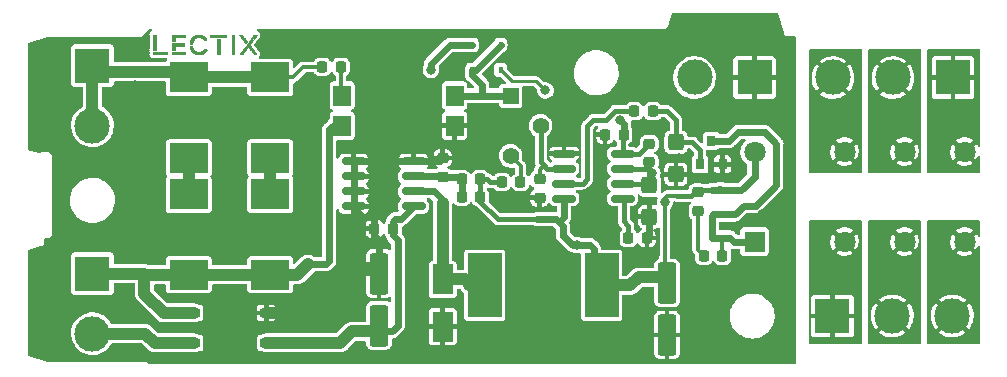
<source format=gtl>
G04 #@! TF.GenerationSoftware,KiCad,Pcbnew,6.0.9-8da3e8f707~116~ubuntu20.04.1*
G04 #@! TF.CreationDate,2023-03-26T15:22:18+00:00*
G04 #@! TF.ProjectId,LEC000043,4c454330-3030-4303-9433-2e6b69636164,rev?*
G04 #@! TF.SameCoordinates,Original*
G04 #@! TF.FileFunction,Copper,L1,Top*
G04 #@! TF.FilePolarity,Positive*
%FSLAX46Y46*%
G04 Gerber Fmt 4.6, Leading zero omitted, Abs format (unit mm)*
G04 Created by KiCad (PCBNEW 6.0.9-8da3e8f707~116~ubuntu20.04.1) date 2023-03-26 15:22:18*
%MOMM*%
%LPD*%
G01*
G04 APERTURE LIST*
G04 Aperture macros list*
%AMRoundRect*
0 Rectangle with rounded corners*
0 $1 Rounding radius*
0 $2 $3 $4 $5 $6 $7 $8 $9 X,Y pos of 4 corners*
0 Add a 4 corners polygon primitive as box body*
4,1,4,$2,$3,$4,$5,$6,$7,$8,$9,$2,$3,0*
0 Add four circle primitives for the rounded corners*
1,1,$1+$1,$2,$3*
1,1,$1+$1,$4,$5*
1,1,$1+$1,$6,$7*
1,1,$1+$1,$8,$9*
0 Add four rect primitives between the rounded corners*
20,1,$1+$1,$2,$3,$4,$5,0*
20,1,$1+$1,$4,$5,$6,$7,0*
20,1,$1+$1,$6,$7,$8,$9,0*
20,1,$1+$1,$8,$9,$2,$3,0*%
G04 Aperture macros list end*
G04 #@! TA.AperFunction,EtchedComponent*
%ADD10C,0.010000*%
G04 #@! TD*
G04 #@! TA.AperFunction,SMDPad,CuDef*
%ADD11RoundRect,0.218750X0.218750X0.256250X-0.218750X0.256250X-0.218750X-0.256250X0.218750X-0.256250X0*%
G04 #@! TD*
G04 #@! TA.AperFunction,SMDPad,CuDef*
%ADD12RoundRect,0.249600X-0.550400X1.500400X-0.550400X-1.500400X0.550400X-1.500400X0.550400X1.500400X0*%
G04 #@! TD*
G04 #@! TA.AperFunction,SMDPad,CuDef*
%ADD13R,0.450000X0.600000*%
G04 #@! TD*
G04 #@! TA.AperFunction,SMDPad,CuDef*
%ADD14R,3.300000X2.500000*%
G04 #@! TD*
G04 #@! TA.AperFunction,SMDPad,CuDef*
%ADD15R,1.800000X2.500000*%
G04 #@! TD*
G04 #@! TA.AperFunction,SMDPad,CuDef*
%ADD16RoundRect,0.218750X0.256250X-0.218750X0.256250X0.218750X-0.256250X0.218750X-0.256250X-0.218750X0*%
G04 #@! TD*
G04 #@! TA.AperFunction,ComponentPad*
%ADD17R,3.000000X3.000000*%
G04 #@! TD*
G04 #@! TA.AperFunction,ComponentPad*
%ADD18C,3.000000*%
G04 #@! TD*
G04 #@! TA.AperFunction,SMDPad,CuDef*
%ADD19RoundRect,0.218750X-0.218750X-0.256250X0.218750X-0.256250X0.218750X0.256250X-0.218750X0.256250X0*%
G04 #@! TD*
G04 #@! TA.AperFunction,SMDPad,CuDef*
%ADD20R,1.500000X1.780000*%
G04 #@! TD*
G04 #@! TA.AperFunction,SMDPad,CuDef*
%ADD21RoundRect,0.162500X0.825000X0.162500X-0.825000X0.162500X-0.825000X-0.162500X0.825000X-0.162500X0*%
G04 #@! TD*
G04 #@! TA.AperFunction,ComponentPad*
%ADD22C,1.800000*%
G04 #@! TD*
G04 #@! TA.AperFunction,ComponentPad*
%ADD23R,1.800000X1.800000*%
G04 #@! TD*
G04 #@! TA.AperFunction,SMDPad,CuDef*
%ADD24RoundRect,0.249999X-0.425001X0.450001X-0.425001X-0.450001X0.425001X-0.450001X0.425001X0.450001X0*%
G04 #@! TD*
G04 #@! TA.AperFunction,SMDPad,CuDef*
%ADD25RoundRect,0.218750X-0.256250X0.218750X-0.256250X-0.218750X0.256250X-0.218750X0.256250X0.218750X0*%
G04 #@! TD*
G04 #@! TA.AperFunction,SMDPad,CuDef*
%ADD26RoundRect,0.150000X-0.825000X-0.150000X0.825000X-0.150000X0.825000X0.150000X-0.825000X0.150000X0*%
G04 #@! TD*
G04 #@! TA.AperFunction,SMDPad,CuDef*
%ADD27R,2.900000X5.400000*%
G04 #@! TD*
G04 #@! TA.AperFunction,SMDPad,CuDef*
%ADD28R,1.000000X0.800000*%
G04 #@! TD*
G04 #@! TA.AperFunction,ComponentPad*
%ADD29R,1.400000X1.400000*%
G04 #@! TD*
G04 #@! TA.AperFunction,ComponentPad*
%ADD30C,1.400000*%
G04 #@! TD*
G04 #@! TA.AperFunction,SMDPad,CuDef*
%ADD31RoundRect,0.249600X0.550400X-1.500400X0.550400X1.500400X-0.550400X1.500400X-0.550400X-1.500400X0*%
G04 #@! TD*
G04 #@! TA.AperFunction,SMDPad,CuDef*
%ADD32R,0.800000X0.900000*%
G04 #@! TD*
G04 #@! TA.AperFunction,SMDPad,CuDef*
%ADD33RoundRect,0.225000X-0.250000X0.225000X-0.250000X-0.225000X0.250000X-0.225000X0.250000X0.225000X0*%
G04 #@! TD*
G04 #@! TA.AperFunction,ViaPad*
%ADD34C,0.800000*%
G04 #@! TD*
G04 #@! TA.AperFunction,Conductor*
%ADD35C,0.600000*%
G04 #@! TD*
G04 #@! TA.AperFunction,Conductor*
%ADD36C,1.000000*%
G04 #@! TD*
G04 #@! TA.AperFunction,Conductor*
%ADD37C,0.400000*%
G04 #@! TD*
G04 #@! TA.AperFunction,Conductor*
%ADD38C,0.300000*%
G04 #@! TD*
G04 #@! TA.AperFunction,Conductor*
%ADD39C,0.250000*%
G04 #@! TD*
G04 APERTURE END LIST*
G04 #@! TO.C,LOGO1*
G36*
X14113524Y29054180D02*
G01*
X13892544Y29054180D01*
X13892544Y30336880D01*
X14113524Y30336880D01*
X14113524Y29054180D01*
G37*
D10*
X14113524Y29054180D02*
X13892544Y29054180D01*
X13892544Y30336880D01*
X14113524Y30336880D01*
X14113524Y29054180D01*
G36*
X11174744Y29046560D02*
G01*
X10082544Y29046560D01*
X10082544Y29270080D01*
X11174744Y29270080D01*
X11174744Y29046560D01*
G37*
X11174744Y29046560D02*
X10082544Y29046560D01*
X10082544Y29270080D01*
X11174744Y29270080D01*
X11174744Y29046560D01*
G36*
X8703324Y29447880D02*
G01*
X8482344Y29447880D01*
X8482344Y30722960D01*
X8703324Y30722960D01*
X8703324Y29447880D01*
G37*
X8703324Y29447880D02*
X8482344Y29447880D01*
X8482344Y30722960D01*
X8703324Y30722960D01*
X8703324Y29447880D01*
G36*
X11060444Y29790780D02*
G01*
X10300984Y29790780D01*
X10300984Y29447880D01*
X10080004Y29447880D01*
X10080004Y30014300D01*
X11060444Y30014300D01*
X11060444Y29790780D01*
G37*
X11060444Y29790780D02*
X10300984Y29790780D01*
X10300984Y29447880D01*
X10080004Y29447880D01*
X10080004Y30014300D01*
X11060444Y30014300D01*
X11060444Y29790780D01*
G36*
X9630424Y29046560D02*
G01*
X8482344Y29046560D01*
X8482344Y29270080D01*
X9630424Y29270080D01*
X9630424Y29046560D01*
G37*
X9630424Y29046560D02*
X8482344Y29046560D01*
X8482344Y29270080D01*
X9630424Y29270080D01*
X9630424Y29046560D01*
G36*
X12368133Y30728885D02*
G01*
X12389873Y30728102D01*
X12408400Y30726865D01*
X12416804Y30725987D01*
X12478460Y30715889D01*
X12538406Y30701142D01*
X12596426Y30681880D01*
X12652304Y30658240D01*
X12705825Y30630358D01*
X12756774Y30598368D01*
X12804936Y30562408D01*
X12850095Y30522612D01*
X12892035Y30479116D01*
X12930541Y30432056D01*
X12965399Y30381567D01*
X12966677Y30379538D01*
X12972874Y30369396D01*
X12977797Y30360824D01*
X12980956Y30354716D01*
X12981857Y30351966D01*
X12981851Y30351954D01*
X12979540Y30350206D01*
X12973508Y30346064D01*
X12964300Y30339884D01*
X12952465Y30332024D01*
X12938551Y30322841D01*
X12923105Y30312692D01*
X12906674Y30301934D01*
X12889807Y30290925D01*
X12873051Y30280021D01*
X12856953Y30269581D01*
X12842062Y30259961D01*
X12828924Y30251518D01*
X12818089Y30244610D01*
X12810102Y30239593D01*
X12805512Y30236826D01*
X12804718Y30236416D01*
X12801892Y30237282D01*
X12797829Y30241905D01*
X12792229Y30250661D01*
X12789108Y30256086D01*
X12772013Y30283572D01*
X12751351Y30311998D01*
X12728153Y30340148D01*
X12703452Y30366803D01*
X12678280Y30390746D01*
X12666404Y30400860D01*
X12625770Y30430828D01*
X12582171Y30456873D01*
X12536120Y30478774D01*
X12488132Y30496310D01*
X12438721Y30509260D01*
X12398376Y30516187D01*
X12376870Y30518232D01*
X12352145Y30519278D01*
X12325684Y30519363D01*
X12298969Y30518520D01*
X12273481Y30516786D01*
X12250703Y30514196D01*
X12239750Y30512397D01*
X12189210Y30500392D01*
X12140699Y30483901D01*
X12094458Y30463143D01*
X12050728Y30438334D01*
X12009750Y30409692D01*
X11971765Y30377434D01*
X11937014Y30341777D01*
X11905738Y30302938D01*
X11878176Y30261136D01*
X11854572Y30216587D01*
X11835164Y30169508D01*
X11825123Y30138379D01*
X11814480Y30093948D01*
X11807852Y30047895D01*
X11805356Y30009855D01*
X11803952Y29968580D01*
X11582955Y29968580D01*
X11584431Y30013665D01*
X11588875Y30073235D01*
X11598163Y30131781D01*
X11612120Y30189055D01*
X11630567Y30244808D01*
X11653329Y30298794D01*
X11680230Y30350761D01*
X11711092Y30400463D01*
X11745740Y30447651D01*
X11783997Y30492077D01*
X11825686Y30533490D01*
X11870632Y30571645D01*
X11918657Y30606291D01*
X11969585Y30637180D01*
X12023240Y30664064D01*
X12056124Y30677954D01*
X12109001Y30696535D01*
X12163713Y30711237D01*
X12221129Y30722284D01*
X12236464Y30724566D01*
X12252643Y30726312D01*
X12272706Y30727661D01*
X12295468Y30728601D01*
X12319749Y30729125D01*
X12344365Y30729223D01*
X12368133Y30728885D01*
G37*
X12368133Y30728885D02*
X12389873Y30728102D01*
X12408400Y30726865D01*
X12416804Y30725987D01*
X12478460Y30715889D01*
X12538406Y30701142D01*
X12596426Y30681880D01*
X12652304Y30658240D01*
X12705825Y30630358D01*
X12756774Y30598368D01*
X12804936Y30562408D01*
X12850095Y30522612D01*
X12892035Y30479116D01*
X12930541Y30432056D01*
X12965399Y30381567D01*
X12966677Y30379538D01*
X12972874Y30369396D01*
X12977797Y30360824D01*
X12980956Y30354716D01*
X12981857Y30351966D01*
X12981851Y30351954D01*
X12979540Y30350206D01*
X12973508Y30346064D01*
X12964300Y30339884D01*
X12952465Y30332024D01*
X12938551Y30322841D01*
X12923105Y30312692D01*
X12906674Y30301934D01*
X12889807Y30290925D01*
X12873051Y30280021D01*
X12856953Y30269581D01*
X12842062Y30259961D01*
X12828924Y30251518D01*
X12818089Y30244610D01*
X12810102Y30239593D01*
X12805512Y30236826D01*
X12804718Y30236416D01*
X12801892Y30237282D01*
X12797829Y30241905D01*
X12792229Y30250661D01*
X12789108Y30256086D01*
X12772013Y30283572D01*
X12751351Y30311998D01*
X12728153Y30340148D01*
X12703452Y30366803D01*
X12678280Y30390746D01*
X12666404Y30400860D01*
X12625770Y30430828D01*
X12582171Y30456873D01*
X12536120Y30478774D01*
X12488132Y30496310D01*
X12438721Y30509260D01*
X12398376Y30516187D01*
X12376870Y30518232D01*
X12352145Y30519278D01*
X12325684Y30519363D01*
X12298969Y30518520D01*
X12273481Y30516786D01*
X12250703Y30514196D01*
X12239750Y30512397D01*
X12189210Y30500392D01*
X12140699Y30483901D01*
X12094458Y30463143D01*
X12050728Y30438334D01*
X12009750Y30409692D01*
X11971765Y30377434D01*
X11937014Y30341777D01*
X11905738Y30302938D01*
X11878176Y30261136D01*
X11854572Y30216587D01*
X11835164Y30169508D01*
X11825123Y30138379D01*
X11814480Y30093948D01*
X11807852Y30047895D01*
X11805356Y30009855D01*
X11803952Y29968580D01*
X11582955Y29968580D01*
X11584431Y30013665D01*
X11588875Y30073235D01*
X11598163Y30131781D01*
X11612120Y30189055D01*
X11630567Y30244808D01*
X11653329Y30298794D01*
X11680230Y30350761D01*
X11711092Y30400463D01*
X11745740Y30447651D01*
X11783997Y30492077D01*
X11825686Y30533490D01*
X11870632Y30571645D01*
X11918657Y30606291D01*
X11969585Y30637180D01*
X12023240Y30664064D01*
X12056124Y30677954D01*
X12109001Y30696535D01*
X12163713Y30711237D01*
X12221129Y30722284D01*
X12236464Y30724566D01*
X12252643Y30726312D01*
X12272706Y30727661D01*
X12295468Y30728601D01*
X12319749Y30729125D01*
X12344365Y30729223D01*
X12368133Y30728885D01*
G36*
X11800326Y29764745D02*
G01*
X11805044Y29715358D01*
X11814638Y29666609D01*
X11828912Y29618874D01*
X11847667Y29572528D01*
X11870708Y29527945D01*
X11897837Y29485500D01*
X11928857Y29445568D01*
X11963572Y29408524D01*
X12001784Y29374742D01*
X12007864Y29369934D01*
X12047962Y29341807D01*
X12091269Y29317246D01*
X12137138Y29296509D01*
X12184923Y29279853D01*
X12233978Y29267534D01*
X12283657Y29259809D01*
X12284985Y29259669D01*
X12306341Y29258188D01*
X12330936Y29257723D01*
X12357094Y29258216D01*
X12383140Y29259607D01*
X12407399Y29261839D01*
X12426964Y29264631D01*
X12477344Y29276032D01*
X12526095Y29291989D01*
X12572897Y29312278D01*
X12617430Y29336674D01*
X12659371Y29364950D01*
X12698401Y29396881D01*
X12734199Y29432243D01*
X12766445Y29470811D01*
X12794817Y29512358D01*
X12805383Y29530430D01*
X12809688Y29538134D01*
X12812901Y29543838D01*
X12814343Y29546340D01*
X12814352Y29546352D01*
X12816642Y29545411D01*
X12822890Y29542414D01*
X12832546Y29537644D01*
X12845058Y29531383D01*
X12859874Y29523913D01*
X12876442Y29515516D01*
X12894212Y29506474D01*
X12912633Y29497070D01*
X12931151Y29487586D01*
X12949216Y29478303D01*
X12966277Y29469504D01*
X12981781Y29461470D01*
X12995178Y29454485D01*
X13005916Y29448830D01*
X13013443Y29444788D01*
X13017208Y29442640D01*
X13017503Y29442426D01*
X13018266Y29440524D01*
X13017574Y29437136D01*
X13015160Y29431754D01*
X13010753Y29423870D01*
X13004085Y29412978D01*
X12994887Y29398568D01*
X12991456Y29393270D01*
X12955669Y29342753D01*
X12916157Y29295544D01*
X12873177Y29251819D01*
X12826985Y29211755D01*
X12777839Y29175527D01*
X12725995Y29143310D01*
X12671710Y29115281D01*
X12615241Y29091614D01*
X12556846Y29072487D01*
X12503310Y29059392D01*
X12482375Y29055285D01*
X12463231Y29052063D01*
X12444710Y29049613D01*
X12425645Y29047823D01*
X12404868Y29046581D01*
X12381210Y29045774D01*
X12357114Y29045335D01*
X12338889Y29045140D01*
X12321995Y29045040D01*
X12307205Y29045034D01*
X12295291Y29045120D01*
X12287027Y29045296D01*
X12283454Y29045515D01*
X12277566Y29046259D01*
X12268234Y29047370D01*
X12257062Y29048659D01*
X12251704Y29049265D01*
X12195927Y29057953D01*
X12139931Y29071426D01*
X12084325Y29089455D01*
X12029718Y29111812D01*
X11976721Y29138269D01*
X11925943Y29168599D01*
X11917694Y29174045D01*
X11887722Y29194902D01*
X11860968Y29215347D01*
X11835866Y29236683D01*
X11810851Y29260210D01*
X11795642Y29275499D01*
X11753444Y29322344D01*
X11715540Y29371821D01*
X11682010Y29423764D01*
X11652938Y29478006D01*
X11628406Y29534382D01*
X11608498Y29592726D01*
X11593295Y29652871D01*
X11585111Y29698523D01*
X11583904Y29707739D01*
X11582501Y29720190D01*
X11581011Y29734693D01*
X11579542Y29750063D01*
X11578205Y29765115D01*
X11577109Y29778666D01*
X11576362Y29789530D01*
X11576074Y29796495D01*
X11578526Y29796893D01*
X11585545Y29797262D01*
X11596616Y29797595D01*
X11611228Y29797881D01*
X11628865Y29798114D01*
X11649015Y29798283D01*
X11671165Y29798380D01*
X11687443Y29798400D01*
X11798823Y29798400D01*
X11800326Y29764745D01*
G37*
X11800326Y29764745D02*
X11805044Y29715358D01*
X11814638Y29666609D01*
X11828912Y29618874D01*
X11847667Y29572528D01*
X11870708Y29527945D01*
X11897837Y29485500D01*
X11928857Y29445568D01*
X11963572Y29408524D01*
X12001784Y29374742D01*
X12007864Y29369934D01*
X12047962Y29341807D01*
X12091269Y29317246D01*
X12137138Y29296509D01*
X12184923Y29279853D01*
X12233978Y29267534D01*
X12283657Y29259809D01*
X12284985Y29259669D01*
X12306341Y29258188D01*
X12330936Y29257723D01*
X12357094Y29258216D01*
X12383140Y29259607D01*
X12407399Y29261839D01*
X12426964Y29264631D01*
X12477344Y29276032D01*
X12526095Y29291989D01*
X12572897Y29312278D01*
X12617430Y29336674D01*
X12659371Y29364950D01*
X12698401Y29396881D01*
X12734199Y29432243D01*
X12766445Y29470811D01*
X12794817Y29512358D01*
X12805383Y29530430D01*
X12809688Y29538134D01*
X12812901Y29543838D01*
X12814343Y29546340D01*
X12814352Y29546352D01*
X12816642Y29545411D01*
X12822890Y29542414D01*
X12832546Y29537644D01*
X12845058Y29531383D01*
X12859874Y29523913D01*
X12876442Y29515516D01*
X12894212Y29506474D01*
X12912633Y29497070D01*
X12931151Y29487586D01*
X12949216Y29478303D01*
X12966277Y29469504D01*
X12981781Y29461470D01*
X12995178Y29454485D01*
X13005916Y29448830D01*
X13013443Y29444788D01*
X13017208Y29442640D01*
X13017503Y29442426D01*
X13018266Y29440524D01*
X13017574Y29437136D01*
X13015160Y29431754D01*
X13010753Y29423870D01*
X13004085Y29412978D01*
X12994887Y29398568D01*
X12991456Y29393270D01*
X12955669Y29342753D01*
X12916157Y29295544D01*
X12873177Y29251819D01*
X12826985Y29211755D01*
X12777839Y29175527D01*
X12725995Y29143310D01*
X12671710Y29115281D01*
X12615241Y29091614D01*
X12556846Y29072487D01*
X12503310Y29059392D01*
X12482375Y29055285D01*
X12463231Y29052063D01*
X12444710Y29049613D01*
X12425645Y29047823D01*
X12404868Y29046581D01*
X12381210Y29045774D01*
X12357114Y29045335D01*
X12338889Y29045140D01*
X12321995Y29045040D01*
X12307205Y29045034D01*
X12295291Y29045120D01*
X12287027Y29045296D01*
X12283454Y29045515D01*
X12277566Y29046259D01*
X12268234Y29047370D01*
X12257062Y29048659D01*
X12251704Y29049265D01*
X12195927Y29057953D01*
X12139931Y29071426D01*
X12084325Y29089455D01*
X12029718Y29111812D01*
X11976721Y29138269D01*
X11925943Y29168599D01*
X11917694Y29174045D01*
X11887722Y29194902D01*
X11860968Y29215347D01*
X11835866Y29236683D01*
X11810851Y29260210D01*
X11795642Y29275499D01*
X11753444Y29322344D01*
X11715540Y29371821D01*
X11682010Y29423764D01*
X11652938Y29478006D01*
X11628406Y29534382D01*
X11608498Y29592726D01*
X11593295Y29652871D01*
X11585111Y29698523D01*
X11583904Y29707739D01*
X11582501Y29720190D01*
X11581011Y29734693D01*
X11579542Y29750063D01*
X11578205Y29765115D01*
X11577109Y29778666D01*
X11576362Y29789530D01*
X11576074Y29796495D01*
X11578526Y29796893D01*
X11585545Y29797262D01*
X11596616Y29797595D01*
X11611228Y29797881D01*
X11628865Y29798114D01*
X11649015Y29798283D01*
X11671165Y29798380D01*
X11687443Y29798400D01*
X11798823Y29798400D01*
X11800326Y29764745D01*
G36*
X15360664Y29054180D02*
G01*
X15139684Y29054180D01*
X15139684Y30725500D01*
X15360664Y30725500D01*
X15360664Y29054180D01*
G37*
X15360664Y29054180D02*
X15139684Y29054180D01*
X15139684Y30725500D01*
X15360664Y30725500D01*
X15360664Y29054180D01*
G36*
X14692644Y30504520D02*
G01*
X13323584Y30504520D01*
X13323584Y30725500D01*
X14692644Y30725500D01*
X14692644Y30504520D01*
G37*
X14692644Y30504520D02*
X13323584Y30504520D01*
X13323584Y30725500D01*
X14692644Y30725500D01*
X14692644Y30504520D01*
G36*
X11174744Y30512140D02*
G01*
X10300984Y30512140D01*
X10300984Y30199720D01*
X10077464Y30199720D01*
X10077464Y30733120D01*
X11174744Y30733120D01*
X11174744Y30512140D01*
G37*
X11174744Y30512140D02*
X10300984Y30512140D01*
X10300984Y30199720D01*
X10077464Y30199720D01*
X10077464Y30733120D01*
X11174744Y30733120D01*
X11174744Y30512140D01*
G36*
X17118228Y30719908D02*
G01*
X17136774Y30719812D01*
X17250220Y30719150D01*
X16944072Y30300817D01*
X16913988Y30259702D01*
X16884711Y30219675D01*
X16856382Y30180931D01*
X16829141Y30143662D01*
X16803130Y30108060D01*
X16778490Y30074320D01*
X16755360Y30042634D01*
X16733881Y30013194D01*
X16714195Y29986194D01*
X16696442Y29961828D01*
X16680763Y29940287D01*
X16667298Y29921764D01*
X16656189Y29906454D01*
X16647575Y29894548D01*
X16641598Y29886240D01*
X16638398Y29881723D01*
X16637870Y29880913D01*
X16639331Y29878731D01*
X16643631Y29872630D01*
X16650627Y29862808D01*
X16660180Y29849459D01*
X16672148Y29832780D01*
X16686389Y29812968D01*
X16702762Y29790217D01*
X16721126Y29764725D01*
X16741340Y29736686D01*
X16763261Y29706299D01*
X16786749Y29673757D01*
X16811663Y29639258D01*
X16837862Y29602997D01*
X16865203Y29565171D01*
X16893546Y29525975D01*
X16922749Y29485605D01*
X16934595Y29469234D01*
X16964114Y29428436D01*
X16992837Y29388726D01*
X17020623Y29350299D01*
X17047329Y29313353D01*
X17072813Y29278084D01*
X17096934Y29244690D01*
X17119550Y29213365D01*
X17140519Y29184308D01*
X17159699Y29157715D01*
X17176949Y29133782D01*
X17192126Y29112707D01*
X17205088Y29094685D01*
X17215694Y29079914D01*
X17223802Y29068589D01*
X17229270Y29060909D01*
X17231957Y29057068D01*
X17232220Y29056653D01*
X17229940Y29056019D01*
X17222746Y29055478D01*
X17210802Y29055031D01*
X17194273Y29054683D01*
X17173324Y29054437D01*
X17148120Y29054297D01*
X17119190Y29054266D01*
X17005314Y29054351D01*
X16764014Y29388220D01*
X16737450Y29424963D01*
X16711689Y29460574D01*
X16686889Y29494837D01*
X16663207Y29527534D01*
X16640800Y29558450D01*
X16619826Y29587368D01*
X16600441Y29614071D01*
X16582804Y29638342D01*
X16567071Y29659966D01*
X16553399Y29678726D01*
X16541947Y29694404D01*
X16532872Y29706785D01*
X16526330Y29715653D01*
X16522480Y29720789D01*
X16521444Y29722067D01*
X16519830Y29720050D01*
X16515379Y29714146D01*
X16508248Y29704573D01*
X16498598Y29691545D01*
X16486585Y29675278D01*
X16472371Y29655990D01*
X16456112Y29633894D01*
X16437968Y29609209D01*
X16418097Y29582149D01*
X16396658Y29552930D01*
X16373811Y29521769D01*
X16349713Y29488881D01*
X16324524Y29454482D01*
X16298401Y29418789D01*
X16277604Y29390356D01*
X16250849Y29353786D01*
X16224889Y29318333D01*
X16199885Y29284214D01*
X16175996Y29251645D01*
X16153382Y29220844D01*
X16132203Y29192027D01*
X16112617Y29165411D01*
X16094787Y29141213D01*
X16078870Y29119650D01*
X16065026Y29100939D01*
X16053417Y29085296D01*
X16044200Y29072939D01*
X16037537Y29064084D01*
X16033586Y29058949D01*
X16032494Y29057665D01*
X16029498Y29057471D01*
X16021949Y29057320D01*
X16010374Y29057211D01*
X15995299Y29057147D01*
X15977251Y29057130D01*
X15956757Y29057161D01*
X15934343Y29057241D01*
X15917572Y29057328D01*
X15805191Y29057990D01*
X16411149Y29886030D01*
X16453641Y29944093D01*
X16495381Y30001122D01*
X16536267Y30056981D01*
X16576200Y30111531D01*
X16615078Y30164637D01*
X16652802Y30216161D01*
X16689271Y30265964D01*
X16724383Y30313911D01*
X16758039Y30359864D01*
X16790138Y30403686D01*
X16820579Y30445239D01*
X16849262Y30484386D01*
X16876086Y30520989D01*
X16900951Y30554913D01*
X16923756Y30586019D01*
X16944401Y30614169D01*
X16962784Y30639228D01*
X16978806Y30661057D01*
X16992365Y30679519D01*
X17003361Y30694478D01*
X17011695Y30705795D01*
X17017264Y30713333D01*
X17019969Y30716956D01*
X17020218Y30717272D01*
X17022053Y30718064D01*
X17026117Y30718708D01*
X17032784Y30719211D01*
X17042428Y30719582D01*
X17055421Y30719829D01*
X17072136Y30719961D01*
X17092948Y30719984D01*
X17118228Y30719908D01*
G37*
X17118228Y30719908D02*
X17136774Y30719812D01*
X17250220Y30719150D01*
X16944072Y30300817D01*
X16913988Y30259702D01*
X16884711Y30219675D01*
X16856382Y30180931D01*
X16829141Y30143662D01*
X16803130Y30108060D01*
X16778490Y30074320D01*
X16755360Y30042634D01*
X16733881Y30013194D01*
X16714195Y29986194D01*
X16696442Y29961828D01*
X16680763Y29940287D01*
X16667298Y29921764D01*
X16656189Y29906454D01*
X16647575Y29894548D01*
X16641598Y29886240D01*
X16638398Y29881723D01*
X16637870Y29880913D01*
X16639331Y29878731D01*
X16643631Y29872630D01*
X16650627Y29862808D01*
X16660180Y29849459D01*
X16672148Y29832780D01*
X16686389Y29812968D01*
X16702762Y29790217D01*
X16721126Y29764725D01*
X16741340Y29736686D01*
X16763261Y29706299D01*
X16786749Y29673757D01*
X16811663Y29639258D01*
X16837862Y29602997D01*
X16865203Y29565171D01*
X16893546Y29525975D01*
X16922749Y29485605D01*
X16934595Y29469234D01*
X16964114Y29428436D01*
X16992837Y29388726D01*
X17020623Y29350299D01*
X17047329Y29313353D01*
X17072813Y29278084D01*
X17096934Y29244690D01*
X17119550Y29213365D01*
X17140519Y29184308D01*
X17159699Y29157715D01*
X17176949Y29133782D01*
X17192126Y29112707D01*
X17205088Y29094685D01*
X17215694Y29079914D01*
X17223802Y29068589D01*
X17229270Y29060909D01*
X17231957Y29057068D01*
X17232220Y29056653D01*
X17229940Y29056019D01*
X17222746Y29055478D01*
X17210802Y29055031D01*
X17194273Y29054683D01*
X17173324Y29054437D01*
X17148120Y29054297D01*
X17119190Y29054266D01*
X17005314Y29054351D01*
X16764014Y29388220D01*
X16737450Y29424963D01*
X16711689Y29460574D01*
X16686889Y29494837D01*
X16663207Y29527534D01*
X16640800Y29558450D01*
X16619826Y29587368D01*
X16600441Y29614071D01*
X16582804Y29638342D01*
X16567071Y29659966D01*
X16553399Y29678726D01*
X16541947Y29694404D01*
X16532872Y29706785D01*
X16526330Y29715653D01*
X16522480Y29720789D01*
X16521444Y29722067D01*
X16519830Y29720050D01*
X16515379Y29714146D01*
X16508248Y29704573D01*
X16498598Y29691545D01*
X16486585Y29675278D01*
X16472371Y29655990D01*
X16456112Y29633894D01*
X16437968Y29609209D01*
X16418097Y29582149D01*
X16396658Y29552930D01*
X16373811Y29521769D01*
X16349713Y29488881D01*
X16324524Y29454482D01*
X16298401Y29418789D01*
X16277604Y29390356D01*
X16250849Y29353786D01*
X16224889Y29318333D01*
X16199885Y29284214D01*
X16175996Y29251645D01*
X16153382Y29220844D01*
X16132203Y29192027D01*
X16112617Y29165411D01*
X16094787Y29141213D01*
X16078870Y29119650D01*
X16065026Y29100939D01*
X16053417Y29085296D01*
X16044200Y29072939D01*
X16037537Y29064084D01*
X16033586Y29058949D01*
X16032494Y29057665D01*
X16029498Y29057471D01*
X16021949Y29057320D01*
X16010374Y29057211D01*
X15995299Y29057147D01*
X15977251Y29057130D01*
X15956757Y29057161D01*
X15934343Y29057241D01*
X15917572Y29057328D01*
X15805191Y29057990D01*
X16411149Y29886030D01*
X16453641Y29944093D01*
X16495381Y30001122D01*
X16536267Y30056981D01*
X16576200Y30111531D01*
X16615078Y30164637D01*
X16652802Y30216161D01*
X16689271Y30265964D01*
X16724383Y30313911D01*
X16758039Y30359864D01*
X16790138Y30403686D01*
X16820579Y30445239D01*
X16849262Y30484386D01*
X16876086Y30520989D01*
X16900951Y30554913D01*
X16923756Y30586019D01*
X16944401Y30614169D01*
X16962784Y30639228D01*
X16978806Y30661057D01*
X16992365Y30679519D01*
X17003361Y30694478D01*
X17011695Y30705795D01*
X17017264Y30713333D01*
X17019969Y30716956D01*
X17020218Y30717272D01*
X17022053Y30718064D01*
X17026117Y30718708D01*
X17032784Y30719211D01*
X17042428Y30719582D01*
X17055421Y30719829D01*
X17072136Y30719961D01*
X17092948Y30719984D01*
X17118228Y30719908D01*
G36*
X16002892Y30725500D02*
G01*
X16208193Y30442956D01*
X16232723Y30409165D01*
X16256417Y30376463D01*
X16279104Y30345091D01*
X16300613Y30315286D01*
X16320772Y30287289D01*
X16339411Y30261337D01*
X16356359Y30237671D01*
X16371444Y30216530D01*
X16384495Y30198152D01*
X16395342Y30182777D01*
X16403813Y30170644D01*
X16409738Y30161991D01*
X16412945Y30157058D01*
X16413494Y30155979D01*
X16412053Y30152999D01*
X16408001Y30146561D01*
X16401741Y30137221D01*
X16393679Y30125539D01*
X16384217Y30112072D01*
X16373762Y30097378D01*
X16362717Y30082016D01*
X16351486Y30066543D01*
X16340475Y30051517D01*
X16330086Y30037496D01*
X16320725Y30025038D01*
X16312796Y30014702D01*
X16306703Y30007045D01*
X16302851Y30002625D01*
X16301734Y30001753D01*
X16299995Y30003777D01*
X16295428Y30009705D01*
X16288188Y30019329D01*
X16278426Y30032439D01*
X16266297Y30048826D01*
X16251953Y30068281D01*
X16235549Y30090595D01*
X16217237Y30115558D01*
X16197171Y30142963D01*
X16175503Y30172598D01*
X16152389Y30204257D01*
X16127980Y30237728D01*
X16102430Y30272804D01*
X16075892Y30309276D01*
X16048520Y30346933D01*
X16040114Y30358507D01*
X16012482Y30396555D01*
X15985631Y30433532D01*
X15959713Y30469228D01*
X15934884Y30503428D01*
X15911298Y30535919D01*
X15889110Y30566489D01*
X15868473Y30594925D01*
X15849542Y30621015D01*
X15832472Y30644544D01*
X15817417Y30665301D01*
X15804532Y30683073D01*
X15793971Y30697646D01*
X15785888Y30708808D01*
X15780438Y30716346D01*
X15777775Y30720048D01*
X15777549Y30720370D01*
X15776801Y30721583D01*
X15776639Y30722588D01*
X15777487Y30723405D01*
X15779768Y30724053D01*
X15783905Y30724551D01*
X15790323Y30724919D01*
X15799446Y30725177D01*
X15811696Y30725345D01*
X15827497Y30725441D01*
X15847273Y30725486D01*
X15871449Y30725500D01*
X15888478Y30725501D01*
X16002892Y30725500D01*
G37*
X16002892Y30725500D02*
X16208193Y30442956D01*
X16232723Y30409165D01*
X16256417Y30376463D01*
X16279104Y30345091D01*
X16300613Y30315286D01*
X16320772Y30287289D01*
X16339411Y30261337D01*
X16356359Y30237671D01*
X16371444Y30216530D01*
X16384495Y30198152D01*
X16395342Y30182777D01*
X16403813Y30170644D01*
X16409738Y30161991D01*
X16412945Y30157058D01*
X16413494Y30155979D01*
X16412053Y30152999D01*
X16408001Y30146561D01*
X16401741Y30137221D01*
X16393679Y30125539D01*
X16384217Y30112072D01*
X16373762Y30097378D01*
X16362717Y30082016D01*
X16351486Y30066543D01*
X16340475Y30051517D01*
X16330086Y30037496D01*
X16320725Y30025038D01*
X16312796Y30014702D01*
X16306703Y30007045D01*
X16302851Y30002625D01*
X16301734Y30001753D01*
X16299995Y30003777D01*
X16295428Y30009705D01*
X16288188Y30019329D01*
X16278426Y30032439D01*
X16266297Y30048826D01*
X16251953Y30068281D01*
X16235549Y30090595D01*
X16217237Y30115558D01*
X16197171Y30142963D01*
X16175503Y30172598D01*
X16152389Y30204257D01*
X16127980Y30237728D01*
X16102430Y30272804D01*
X16075892Y30309276D01*
X16048520Y30346933D01*
X16040114Y30358507D01*
X16012482Y30396555D01*
X15985631Y30433532D01*
X15959713Y30469228D01*
X15934884Y30503428D01*
X15911298Y30535919D01*
X15889110Y30566489D01*
X15868473Y30594925D01*
X15849542Y30621015D01*
X15832472Y30644544D01*
X15817417Y30665301D01*
X15804532Y30683073D01*
X15793971Y30697646D01*
X15785888Y30708808D01*
X15780438Y30716346D01*
X15777775Y30720048D01*
X15777549Y30720370D01*
X15776801Y30721583D01*
X15776639Y30722588D01*
X15777487Y30723405D01*
X15779768Y30724053D01*
X15783905Y30724551D01*
X15790323Y30724919D01*
X15799446Y30725177D01*
X15811696Y30725345D01*
X15827497Y30725441D01*
X15847273Y30725486D01*
X15871449Y30725500D01*
X15888478Y30725501D01*
X16002892Y30725500D01*
G04 #@! TD*
D11*
G04 #@! TO.P,C2,1*
G04 #@! TO.N,Net-(C1-Pad1)*
X28787500Y14300000D03*
G04 #@! TO.P,C2,2*
G04 #@! TO.N,GND*
X27212500Y14300000D03*
G04 #@! TD*
D12*
G04 #@! TO.P,C3,1*
G04 #@! TO.N,+5V*
X52000000Y9700000D03*
G04 #@! TO.P,C3,2*
G04 #@! TO.N,GND*
X52000000Y5300000D03*
G04 #@! TD*
D11*
G04 #@! TO.P,C4,1*
G04 #@! TO.N,+5V*
X36175000Y17000000D03*
G04 #@! TO.P,C4,2*
G04 #@! TO.N,Net-(C4-Pad2)*
X34600000Y17000000D03*
G04 #@! TD*
D13*
G04 #@! TO.P,D2,1,K*
G04 #@! TO.N,Net-(J1-Pad2)*
X37900000Y27750000D03*
G04 #@! TO.P,D2,2,A*
G04 #@! TO.N,/FORCE*
X37900000Y29850000D03*
G04 #@! TD*
D14*
G04 #@! TO.P,D3,1,K*
G04 #@! TO.N,TRACK_B_DETECT_ZONE*
X18400000Y27100000D03*
G04 #@! TO.P,D3,2,A*
G04 #@! TO.N,Net-(D3-Pad2)*
X18400000Y20300000D03*
G04 #@! TD*
G04 #@! TO.P,D4,1,K*
G04 #@! TO.N,Net-(D3-Pad2)*
X18400000Y17200000D03*
G04 #@! TO.P,D4,2,A*
G04 #@! TO.N,TRACK_B*
X18400000Y10400000D03*
G04 #@! TD*
G04 #@! TO.P,D5,1,K*
G04 #@! TO.N,Net-(D5-Pad1)*
X11500000Y20300000D03*
G04 #@! TO.P,D5,2,A*
G04 #@! TO.N,TRACK_B_DETECT_ZONE*
X11500000Y27100000D03*
G04 #@! TD*
D15*
G04 #@! TO.P,D6,1,K*
G04 #@! TO.N,Net-(D6-Pad1)*
X33000000Y10000000D03*
G04 #@! TO.P,D6,2,A*
G04 #@! TO.N,GND*
X33000000Y6000000D03*
G04 #@! TD*
D16*
G04 #@! TO.P,D7,1,K*
G04 #@! TO.N,Net-(D7-Pad1)*
X54600000Y15812500D03*
G04 #@! TO.P,D7,2,A*
G04 #@! TO.N,+5V*
X54600000Y17387500D03*
G04 #@! TD*
D14*
G04 #@! TO.P,D8,1,K*
G04 #@! TO.N,TRACK_B*
X11500000Y10400000D03*
G04 #@! TO.P,D8,2,A*
G04 #@! TO.N,Net-(D5-Pad1)*
X11500000Y17200000D03*
G04 #@! TD*
D17*
G04 #@! TO.P,J1,1,Pin_1*
G04 #@! TO.N,GND*
X59400000Y27100000D03*
D18*
G04 #@! TO.P,J1,2,Pin_2*
G04 #@! TO.N,Net-(J1-Pad2)*
X54320000Y27100000D03*
G04 #@! TD*
D17*
G04 #@! TO.P,J2,1,Pin_1*
G04 #@! TO.N,TRACK_B_DETECT_ZONE*
X3350000Y28100000D03*
D18*
G04 #@! TO.P,J2,2,Pin_2*
X3350000Y23020000D03*
G04 #@! TD*
D17*
G04 #@! TO.P,J3,1,Pin_1*
G04 #@! TO.N,TRACK_B*
X3350000Y10500000D03*
D18*
G04 #@! TO.P,J3,2,Pin_2*
G04 #@! TO.N,TRACK_A*
X3350000Y5420000D03*
G04 #@! TD*
D17*
G04 #@! TO.P,J5,1,Pin_1*
G04 #@! TO.N,/T1*
X76200000Y27100000D03*
D18*
G04 #@! TO.P,J5,2,Pin_2*
G04 #@! TO.N,/R1*
X71120000Y27100000D03*
G04 #@! TO.P,J5,3,Pin_3*
G04 #@! TO.N,/C1*
X66040000Y27100000D03*
G04 #@! TD*
D17*
G04 #@! TO.P,J6,1,Pin_1*
G04 #@! TO.N,/C2*
X66000000Y6900000D03*
D18*
G04 #@! TO.P,J6,2,Pin_2*
G04 #@! TO.N,/R2*
X71080000Y6900000D03*
G04 #@! TO.P,J6,3,Pin_3*
G04 #@! TO.N,/T2*
X76160000Y6900000D03*
G04 #@! TD*
D11*
G04 #@! TO.P,R2,1*
G04 #@! TO.N,+5V*
X36175000Y18500000D03*
G04 #@! TO.P,R2,2*
G04 #@! TO.N,Net-(C4-Pad2)*
X34600000Y18500000D03*
G04 #@! TD*
D16*
G04 #@! TO.P,R3,1*
G04 #@! TO.N,Net-(C4-Pad2)*
X33000000Y18700000D03*
G04 #@! TO.P,R3,2*
G04 #@! TO.N,GND*
X33000000Y20275000D03*
G04 #@! TD*
D19*
G04 #@! TO.P,R5,1*
G04 #@! TO.N,+5V*
X38012500Y18250000D03*
G04 #@! TO.P,R5,2*
G04 #@! TO.N,Net-(R5-Pad2)*
X39587500Y18250000D03*
G04 #@! TD*
D11*
G04 #@! TO.P,R6,1*
G04 #@! TO.N,Net-(C8-Pad1)*
X50787500Y24250000D03*
G04 #@! TO.P,R6,2*
G04 #@! TO.N,Net-(R6-Pad2)*
X49212500Y24250000D03*
G04 #@! TD*
G04 #@! TO.P,R7,1*
G04 #@! TO.N,Net-(D10-Pad2)*
X56687500Y12000000D03*
G04 #@! TO.P,R7,2*
G04 #@! TO.N,Net-(D7-Pad1)*
X55112500Y12000000D03*
G04 #@! TD*
D20*
G04 #@! TO.P,U2,1*
G04 #@! TO.N,Net-(R1-Pad2)*
X24485000Y25570000D03*
G04 #@! TO.P,U2,2*
G04 #@! TO.N,TRACK_B*
X24485000Y23030000D03*
G04 #@! TO.P,U2,3*
G04 #@! TO.N,GND*
X34015000Y23030000D03*
G04 #@! TO.P,U2,4*
G04 #@! TO.N,/FORCE*
X34015000Y25570000D03*
G04 #@! TD*
D21*
G04 #@! TO.P,U3,1,VIN*
G04 #@! TO.N,Net-(C1-Pad1)*
X30537500Y16195000D03*
G04 #@! TO.P,U3,2,OUTPUT*
G04 #@! TO.N,Net-(D6-Pad1)*
X30537500Y17465000D03*
G04 #@! TO.P,U3,3,FEEDBACK*
G04 #@! TO.N,Net-(C4-Pad2)*
X30537500Y18735000D03*
G04 #@! TO.P,U3,4,~{ENABLE}*
G04 #@! TO.N,GND*
X30537500Y20005000D03*
G04 #@! TO.P,U3,5,GND*
X25462500Y20005000D03*
G04 #@! TO.P,U3,6,GND*
X25462500Y18735000D03*
G04 #@! TO.P,U3,7,GND*
X25462500Y17465000D03*
G04 #@! TO.P,U3,8,GND*
X25462500Y16195000D03*
G04 #@! TD*
D22*
G04 #@! TO.P,K1,1*
G04 #@! TO.N,+5V*
X59400000Y20820000D03*
G04 #@! TO.P,K1,4*
G04 #@! TO.N,/C1*
X67020000Y20820000D03*
G04 #@! TO.P,K1,6*
G04 #@! TO.N,/R1*
X72100000Y20820000D03*
G04 #@! TO.P,K1,8*
G04 #@! TO.N,/T1*
X77180000Y20820000D03*
G04 #@! TO.P,K1,9*
G04 #@! TO.N,/T2*
X77180000Y13200000D03*
G04 #@! TO.P,K1,11*
G04 #@! TO.N,/R2*
X72100000Y13200000D03*
G04 #@! TO.P,K1,13*
G04 #@! TO.N,/C2*
X67020000Y13200000D03*
D23*
G04 #@! TO.P,K1,16*
G04 #@! TO.N,Net-(D10-Pad2)*
X59400000Y13200000D03*
G04 #@! TD*
D19*
G04 #@! TO.P,R1,1*
G04 #@! TO.N,TRACK_B_DETECT_ZONE*
X22812500Y28000000D03*
G04 #@! TO.P,R1,2*
G04 #@! TO.N,Net-(R1-Pad2)*
X24387500Y28000000D03*
G04 #@! TD*
G04 #@! TO.P,C6,1*
G04 #@! TO.N,Net-(C6-Pad1)*
X48712500Y13500000D03*
G04 #@! TO.P,C6,2*
G04 #@! TO.N,GND*
X50287500Y13500000D03*
G04 #@! TD*
D24*
G04 #@! TO.P,C7,1*
G04 #@! TO.N,Net-(C7-Pad1)*
X50500000Y18000000D03*
G04 #@! TO.P,C7,2*
G04 #@! TO.N,GND*
X50500000Y15300000D03*
G04 #@! TD*
G04 #@! TO.P,C8,1*
G04 #@! TO.N,Net-(C8-Pad1)*
X52750000Y21600000D03*
G04 #@! TO.P,C8,2*
G04 #@! TO.N,GND*
X52750000Y18900000D03*
G04 #@! TD*
D25*
G04 #@! TO.P,R4,1*
G04 #@! TO.N,+5V*
X50500000Y21500000D03*
G04 #@! TO.P,R4,2*
G04 #@! TO.N,Net-(C7-Pad1)*
X50500000Y19925000D03*
G04 #@! TD*
D26*
G04 #@! TO.P,U1,1,GND*
G04 #@! TO.N,GND*
X43275000Y20655000D03*
G04 #@! TO.P,U1,2,TR*
G04 #@! TO.N,/FORCE*
X43275000Y19385000D03*
G04 #@! TO.P,U1,3,Q*
G04 #@! TO.N,Net-(R6-Pad2)*
X43275000Y18115000D03*
G04 #@! TO.P,U1,4,R*
G04 #@! TO.N,+5V*
X43275000Y16845000D03*
G04 #@! TO.P,U1,5,CV*
G04 #@! TO.N,Net-(C6-Pad1)*
X48225000Y16845000D03*
G04 #@! TO.P,U1,6,THR*
G04 #@! TO.N,Net-(C7-Pad1)*
X48225000Y18115000D03*
G04 #@! TO.P,U1,7,DIS*
X48225000Y19385000D03*
G04 #@! TO.P,U1,8,VCC*
G04 #@! TO.N,+5V*
X48225000Y20655000D03*
G04 #@! TD*
D11*
G04 #@! TO.P,C5,1*
G04 #@! TO.N,+5V*
X48325000Y22250000D03*
G04 #@! TO.P,C5,2*
G04 #@! TO.N,GND*
X46750000Y22250000D03*
G04 #@! TD*
D27*
G04 #@! TO.P,L1,1,1*
G04 #@! TO.N,+5V*
X46450000Y9500000D03*
G04 #@! TO.P,L1,2,2*
G04 #@! TO.N,Net-(D6-Pad1)*
X36550000Y9500000D03*
G04 #@! TD*
D13*
G04 #@! TO.P,D9,1,K*
G04 #@! TO.N,/FORCE*
X35500000Y27750000D03*
G04 #@! TO.P,D9,2,A*
G04 #@! TO.N,Net-(C7-Pad1)*
X35500000Y29850000D03*
G04 #@! TD*
D28*
G04 #@! TO.P,D1,1,+*
G04 #@! TO.N,Net-(C1-Pad1)*
X18075000Y4630000D03*
G04 #@! TO.P,D1,2,-*
G04 #@! TO.N,GND*
X18075000Y7170000D03*
G04 #@! TO.P,D1,3*
G04 #@! TO.N,TRACK_B*
X11925000Y7170000D03*
G04 #@! TO.P,D1,4*
G04 #@! TO.N,TRACK_A*
X11925000Y4630000D03*
G04 #@! TD*
D29*
G04 #@! TO.P,RV1,1,1*
G04 #@! TO.N,/FORCE*
X38750000Y25540000D03*
D30*
G04 #@! TO.P,RV1,2,2*
X41290000Y23000000D03*
G04 #@! TO.P,RV1,3,3*
G04 #@! TO.N,Net-(R5-Pad2)*
X38750000Y20460000D03*
G04 #@! TD*
D31*
G04 #@! TO.P,C1,1*
G04 #@! TO.N,Net-(C1-Pad1)*
X27600000Y6100000D03*
G04 #@! TO.P,C1,2*
G04 #@! TO.N,GND*
X27600000Y10500000D03*
G04 #@! TD*
D32*
G04 #@! TO.P,Q1,1,B*
G04 #@! TO.N,Net-(C8-Pad1)*
X54800000Y19750000D03*
G04 #@! TO.P,Q1,2,E*
G04 #@! TO.N,GND*
X56700000Y19750000D03*
G04 #@! TO.P,Q1,3,C*
G04 #@! TO.N,Net-(D10-Pad2)*
X55750000Y21750000D03*
G04 #@! TD*
D13*
G04 #@! TO.P,D10,1,K*
G04 #@! TO.N,+5V*
X56500000Y17650000D03*
G04 #@! TO.P,D10,2,A*
G04 #@! TO.N,Net-(D10-Pad2)*
X56500000Y15550000D03*
G04 #@! TD*
D33*
G04 #@! TO.P,C9,1*
G04 #@! TO.N,/FORCE*
X41200000Y18475000D03*
G04 #@! TO.P,C9,2*
G04 #@! TO.N,GND*
X41200000Y16925000D03*
G04 #@! TD*
D34*
G04 #@! TO.N,GND*
X15500000Y16500000D03*
X50000000Y7500000D03*
X49000000Y11500000D03*
X47000000Y15500000D03*
X38000000Y16500000D03*
X60000000Y15500000D03*
X46000000Y15500000D03*
X16492486Y6500000D03*
X26000000Y12500000D03*
X35500000Y4000000D03*
X46000000Y16500000D03*
X40500000Y4000000D03*
X36750000Y23750000D03*
X13900000Y24500000D03*
X30500000Y9000000D03*
X55500000Y4000000D03*
X45500000Y4000000D03*
X30500000Y24000000D03*
X61600000Y10800000D03*
X35500000Y14000000D03*
X50000000Y11500000D03*
X46250000Y20250000D03*
X43000000Y22500000D03*
X41250000Y27500000D03*
X6950000Y21500000D03*
X60500000Y24000000D03*
X22400000Y25900000D03*
X30500000Y6500000D03*
X53000000Y15300000D03*
X47000000Y13500000D03*
X52000000Y20250000D03*
X54000000Y7500000D03*
X6950000Y29000000D03*
X38000000Y4000000D03*
X45000000Y15500000D03*
X28200000Y29600000D03*
X53000000Y20250000D03*
X16500000Y24500000D03*
X58000000Y24000000D03*
X40750000Y25000000D03*
X55500000Y24000000D03*
X12700000Y3400000D03*
X53000000Y13300000D03*
X30500000Y14000000D03*
X25200000Y3400000D03*
X54000000Y5500000D03*
X36500000Y21250000D03*
X40500000Y14000000D03*
X31000000Y12500000D03*
X55500000Y9000000D03*
X48000000Y4000000D03*
X30300000Y29600000D03*
X6950000Y26500000D03*
X43000000Y4000000D03*
X61600000Y13200000D03*
X50500000Y29000000D03*
X42200000Y30300000D03*
X48000000Y29000000D03*
X47000000Y14500000D03*
X13992486Y6500000D03*
X58000000Y19500000D03*
X6950000Y14000000D03*
X14992486Y4500000D03*
X50000000Y5500000D03*
X15500000Y19000000D03*
X9700000Y3400000D03*
X34500000Y21000000D03*
X39900000Y16600000D03*
X28000000Y24000000D03*
X61500000Y15500000D03*
X38000000Y14000000D03*
X28000000Y26500000D03*
G04 #@! TO.N,+5V*
X51825000Y16575000D03*
X44400000Y12900000D03*
X48000000Y23500000D03*
G04 #@! TO.N,Net-(C7-Pad1)*
X32000000Y27750000D03*
X50750000Y19000000D03*
G04 #@! TO.N,Net-(J1-Pad2)*
X41700000Y26000000D03*
G04 #@! TD*
D35*
G04 #@! TO.N,GND*
X25462500Y16050000D02*
X26212500Y15300000D01*
X30537500Y20005000D02*
X32730000Y20005000D01*
X27212500Y15087500D02*
X27212500Y14300000D01*
D36*
X23775000Y7170000D02*
X18075000Y7170000D01*
D35*
X25462500Y20005000D02*
X30537500Y20005000D01*
X32730000Y20005000D02*
X33000000Y20275000D01*
D36*
X25400000Y8795000D02*
X23775000Y7170000D01*
X25400000Y10500000D02*
X25400000Y8795000D01*
D35*
X50500000Y15300000D02*
X50500000Y13712500D01*
X27212500Y14300000D02*
X27212500Y13687500D01*
D36*
X25900000Y11000000D02*
X25400000Y10500000D01*
D35*
X26212500Y15300000D02*
X27000000Y15300000D01*
X27000000Y15300000D02*
X27212500Y15087500D01*
X27212500Y13687500D02*
X27600000Y13300000D01*
X50500000Y13712500D02*
X50287500Y13500000D01*
X27600000Y13300000D02*
X27600000Y11000000D01*
X25462500Y20005000D02*
X25462500Y16050000D01*
D36*
X27600000Y11000000D02*
X25900000Y11000000D01*
G04 #@! TO.N,Net-(C1-Pad1)*
X27600000Y5600000D02*
X25300000Y5600000D01*
D35*
X29000000Y15100000D02*
X28787500Y14887500D01*
X29442500Y15100000D02*
X29000000Y15100000D01*
X28787500Y13725000D02*
X29200000Y13312500D01*
D36*
X24330000Y4630000D02*
X18075000Y4630000D01*
D35*
X30537500Y16195000D02*
X29442500Y15100000D01*
X29200000Y13312500D02*
X29200000Y6100000D01*
D36*
X25300000Y5600000D02*
X24330000Y4630000D01*
D35*
X28787500Y14887500D02*
X28787500Y14300000D01*
X28787500Y14300000D02*
X28787500Y13725000D01*
X28700000Y5600000D02*
X27600000Y5600000D01*
X29200000Y6100000D02*
X28700000Y5600000D01*
G04 #@! TO.N,+5V*
X43200000Y14500000D02*
X43200000Y13700000D01*
X43200000Y13700000D02*
X44000000Y12900000D01*
D37*
X36175000Y16575000D02*
X37650000Y15100000D01*
D38*
X51800000Y11900000D02*
X51800000Y11208150D01*
D35*
X55800000Y17550000D02*
X58250000Y17550000D01*
D37*
X36750000Y18500000D02*
X37000000Y18250000D01*
D35*
X58250000Y17550000D02*
X59400000Y18700000D01*
X48325000Y23175000D02*
X48000000Y23500000D01*
D37*
X52800000Y17087500D02*
X54037500Y17087500D01*
X54037500Y17087500D02*
X54500000Y17550000D01*
D38*
X51825000Y11925000D02*
X51800000Y11900000D01*
D37*
X48225000Y20655000D02*
X49655000Y20655000D01*
X37000000Y18250000D02*
X38012500Y18250000D01*
X36175000Y18500000D02*
X36175000Y17000000D01*
D36*
X49600000Y10200000D02*
X52000000Y10200000D01*
D37*
X48225000Y20655000D02*
X48225000Y22150000D01*
X36175000Y18500000D02*
X36750000Y18500000D01*
D38*
X51825000Y16900000D02*
X51825000Y16575000D01*
D35*
X43275000Y16845000D02*
X43275000Y15275000D01*
X44400000Y12900000D02*
X45487500Y12900000D01*
D38*
X52012500Y17087500D02*
X52800000Y17087500D01*
D37*
X48225000Y22150000D02*
X48325000Y22250000D01*
D38*
X46800000Y10500000D02*
X46700000Y10600000D01*
X46700000Y10600000D02*
X45800000Y10600000D01*
D37*
X54500000Y17550000D02*
X55800000Y17550000D01*
D36*
X48900000Y9500000D02*
X49600000Y10200000D01*
D37*
X36175000Y17000000D02*
X36175000Y16575000D01*
D38*
X51825000Y16575000D02*
X51825000Y11925000D01*
D35*
X43275000Y15275000D02*
X42850000Y14850000D01*
D36*
X46450000Y9500000D02*
X48900000Y9500000D01*
D37*
X49655000Y20655000D02*
X50500000Y21500000D01*
D38*
X51825000Y16900000D02*
X52012500Y17087500D01*
D37*
X37650000Y15100000D02*
X41000000Y15100000D01*
D35*
X48325000Y22250000D02*
X48325000Y23175000D01*
X45487500Y12900000D02*
X45800000Y12587500D01*
X59400000Y18700000D02*
X59400000Y20820000D01*
X42850000Y14850000D02*
X43200000Y14500000D01*
X42600000Y15100000D02*
X42850000Y14850000D01*
X45800000Y12587500D02*
X45800000Y10600000D01*
X44000000Y12900000D02*
X44400000Y12900000D01*
X41000000Y15100000D02*
X42600000Y15100000D01*
D37*
G04 #@! TO.N,Net-(C4-Pad2)*
X34600000Y17900000D02*
X34600000Y17650000D01*
D35*
X34600000Y18500000D02*
X34600000Y17000000D01*
X34600000Y17650000D02*
X34600000Y17000000D01*
X32965000Y18735000D02*
X33000000Y18700000D01*
X30537500Y18735000D02*
X32965000Y18735000D01*
X34600000Y18700000D02*
X34600000Y17900000D01*
X33000000Y18700000D02*
X34600000Y18700000D01*
D36*
G04 #@! TO.N,Net-(D6-Pad1)*
X35250000Y9650000D02*
X34900000Y10000000D01*
X33000000Y16500000D02*
X33000000Y10000000D01*
D35*
X30537500Y17465000D02*
X32235000Y17465000D01*
D36*
X35250000Y9500000D02*
X35250000Y9650000D01*
D35*
X32235000Y17465000D02*
X33100000Y16600000D01*
D36*
X36550000Y9500000D02*
X35250000Y9500000D01*
X34900000Y10000000D02*
X33000000Y10000000D01*
D38*
G04 #@! TO.N,Net-(D7-Pad1)*
X54600000Y12512500D02*
X55112500Y12000000D01*
X54600000Y15812500D02*
X54600000Y12512500D01*
D35*
G04 #@! TO.N,/FORCE*
X38720000Y25570000D02*
X38750000Y25540000D01*
D37*
X41575000Y19675000D02*
X41290000Y19960000D01*
D35*
X36320000Y26480000D02*
X36320000Y25570000D01*
X35500000Y27750000D02*
X35800000Y27750000D01*
X35800000Y27750000D02*
X37900000Y29850000D01*
D37*
X43275000Y19385000D02*
X41865000Y19385000D01*
D35*
X35500000Y27300000D02*
X36320000Y26480000D01*
D38*
X41200000Y19300000D02*
X41575000Y19675000D01*
X41200000Y18475000D02*
X41200000Y19300000D01*
D35*
X34365000Y25570000D02*
X36320000Y25570000D01*
D37*
X41865000Y19385000D02*
X41575000Y19675000D01*
X41290000Y19960000D02*
X41290000Y23000000D01*
D35*
X35500000Y27750000D02*
X35500000Y27300000D01*
X36320000Y25570000D02*
X38720000Y25570000D01*
D38*
G04 #@! TO.N,Net-(R1-Pad2)*
X24387500Y25667500D02*
X24485000Y25570000D01*
X24387500Y28000000D02*
X24387500Y25667500D01*
G04 #@! TO.N,Net-(R5-Pad2)*
X39600000Y19610000D02*
X39600000Y18262500D01*
X39600000Y18262500D02*
X39587500Y18250000D01*
X38750000Y20460000D02*
X39600000Y19610000D01*
D37*
G04 #@! TO.N,Net-(R6-Pad2)*
X44865000Y18115000D02*
X45250000Y18500000D01*
X46815998Y23500000D02*
X47615999Y24300001D01*
X43275000Y18115000D02*
X44865000Y18115000D01*
X49162499Y24300001D02*
X49212500Y24250000D01*
X45250000Y23000000D02*
X45750000Y23500000D01*
X47615999Y24300001D02*
X49162499Y24300001D01*
X45750000Y23500000D02*
X46815998Y23500000D01*
X45250000Y18500000D02*
X45250000Y23000000D01*
D36*
G04 #@! TO.N,TRACK_B*
X7750000Y10500000D02*
X7850000Y10400000D01*
D35*
X23730000Y23030000D02*
X23400000Y22700000D01*
X23400000Y22700000D02*
X23400000Y11600000D01*
D36*
X18400000Y10400000D02*
X20700000Y10400000D01*
X7750000Y8795000D02*
X9375000Y7170000D01*
D35*
X23400000Y11600000D02*
X23100000Y11300000D01*
X23100000Y11300000D02*
X21600000Y11300000D01*
D36*
X9375000Y7170000D02*
X11925000Y7170000D01*
D35*
X24835000Y23030000D02*
X23730000Y23030000D01*
D36*
X11500000Y10400000D02*
X18400000Y10400000D01*
X7850000Y10400000D02*
X11500000Y10400000D01*
X7750000Y10500000D02*
X7750000Y8795000D01*
X20700000Y10400000D02*
X21600000Y11300000D01*
X3350000Y10500000D02*
X7750000Y10500000D01*
G04 #@! TO.N,TRACK_A*
X7830000Y5420000D02*
X8620000Y4630000D01*
X8620000Y4630000D02*
X11925000Y4630000D01*
X3350000Y5420000D02*
X7830000Y5420000D01*
G04 #@! TO.N,TRACK_B_DETECT_ZONE*
X11500000Y27100000D02*
X11000489Y27599511D01*
X3350000Y28100000D02*
X3350000Y23020000D01*
D38*
X21200000Y28000000D02*
X20300000Y27100000D01*
D36*
X11000489Y27599511D02*
X3850489Y27599511D01*
X3850489Y27599511D02*
X3350000Y28100000D01*
X18400000Y27100000D02*
X11500000Y27100000D01*
D38*
X22812500Y28000000D02*
X21200000Y28000000D01*
X20300000Y27100000D02*
X18400000Y27100000D01*
D37*
G04 #@! TO.N,Net-(C6-Pad1)*
X48325000Y14925000D02*
X48712500Y14537500D01*
X48712500Y14537500D02*
X48712500Y13500000D01*
X48225000Y16845000D02*
X48325000Y16745000D01*
X48325000Y16745000D02*
X48325000Y14925000D01*
D35*
G04 #@! TO.N,Net-(C7-Pad1)*
X32000000Y27750000D02*
X32000000Y28250000D01*
D37*
X50500000Y19250000D02*
X50500000Y18000000D01*
D35*
X33600000Y29850000D02*
X35500000Y29850000D01*
D37*
X48225000Y18115000D02*
X50385000Y18115000D01*
X50365000Y19385000D02*
X50500000Y19250000D01*
X50385000Y18115000D02*
X50500000Y18000000D01*
X48225000Y19385000D02*
X50365000Y19385000D01*
D35*
X32000000Y28250000D02*
X33600000Y29850000D01*
D37*
X50500000Y19925000D02*
X50500000Y19250000D01*
G04 #@! TO.N,Net-(C8-Pad1)*
X54150000Y21600000D02*
X54800000Y20950000D01*
X52000000Y24250000D02*
X52750000Y23500000D01*
X52750000Y21600000D02*
X54150000Y21600000D01*
X50787500Y24250000D02*
X52000000Y24250000D01*
X52750000Y23500000D02*
X52750000Y21600000D01*
X54800000Y20950000D02*
X54800000Y19750000D01*
D39*
G04 #@! TO.N,Net-(J1-Pad2)*
X37900000Y27750000D02*
X38874511Y26775489D01*
X38874511Y26775489D02*
X40924511Y26775489D01*
X40924511Y26775489D02*
X41700000Y26000000D01*
D36*
G04 #@! TO.N,Net-(D3-Pad2)*
X18400000Y17200000D02*
X18400000Y20300000D01*
G04 #@! TO.N,Net-(D5-Pad1)*
X11500000Y17200000D02*
X11500000Y20300000D01*
D35*
G04 #@! TO.N,Net-(D10-Pad2)*
X61250000Y18000000D02*
X59500000Y16250000D01*
X55800000Y15400000D02*
X55800000Y13550000D01*
X58000000Y22500000D02*
X60250000Y22500000D01*
X55900000Y15500000D02*
X55800000Y15400000D01*
X57750000Y15500000D02*
X55900000Y15500000D01*
X57300000Y13550000D02*
X56850000Y13550000D01*
X55750000Y21750000D02*
X57250000Y21750000D01*
D38*
X56687500Y12000000D02*
X56687500Y13387500D01*
D35*
X61250000Y21500000D02*
X61250000Y18000000D01*
X59500000Y16250000D02*
X58500000Y16250000D01*
D38*
X56687500Y13387500D02*
X56850000Y13550000D01*
D35*
X60250000Y22500000D02*
X61250000Y21500000D01*
X56850000Y13550000D02*
X55800000Y13550000D01*
X57250000Y21750000D02*
X58000000Y22500000D01*
X58500000Y16250000D02*
X57750000Y15500000D01*
X57650000Y13200000D02*
X57300000Y13550000D01*
X59400000Y13200000D02*
X57650000Y13200000D01*
G04 #@! TD*
G04 #@! TA.AperFunction,Conductor*
G04 #@! TO.N,GND*
G36*
X61360950Y32580593D02*
G01*
X61397584Y32528947D01*
X61900309Y30853200D01*
X61904115Y30833294D01*
X61904577Y30827962D01*
X61905413Y30818304D01*
X61909427Y30810092D01*
X61918559Y30791410D01*
X61919437Y30789439D01*
X61920204Y30786883D01*
X61922290Y30782832D01*
X61922293Y30782825D01*
X61930910Y30766091D01*
X61931837Y30764245D01*
X61937995Y30751649D01*
X61954575Y30717731D01*
X61956955Y30715523D01*
X61958443Y30712634D01*
X61964335Y30707393D01*
X61964337Y30707391D01*
X61997151Y30678206D01*
X61998685Y30676812D01*
X62030853Y30646972D01*
X62030856Y30646970D01*
X62036646Y30641599D01*
X62039662Y30640396D01*
X62042089Y30638237D01*
X62049484Y30635465D01*
X62049485Y30635464D01*
X62090612Y30620046D01*
X62092544Y30619298D01*
X62115208Y30610256D01*
X62140622Y30600117D01*
X62144887Y30599699D01*
X62146911Y30598940D01*
X62204811Y30599495D01*
X62205759Y30599500D01*
X62801000Y30599500D01*
X62859191Y30580593D01*
X62895155Y30531093D01*
X62900000Y30500500D01*
X62900000Y2899500D01*
X62881093Y2841309D01*
X62831593Y2805345D01*
X62801000Y2800500D01*
X8165480Y2800500D01*
X8107289Y2819407D01*
X8095476Y2829496D01*
X8050319Y2874653D01*
X8047619Y2877781D01*
X8045425Y2882269D01*
X8009179Y2915892D01*
X8006503Y2918468D01*
X7992723Y2932248D01*
X7989013Y2934793D01*
X7985100Y2938229D01*
X7970055Y2952185D01*
X7963354Y2958401D01*
X7952664Y2962666D01*
X7933348Y2972980D01*
X7931393Y2974321D01*
X7931390Y2974322D01*
X7923854Y2979492D01*
X7897941Y2985641D01*
X7884116Y2990014D01*
X7865868Y2997294D01*
X7865866Y2997294D01*
X7859378Y2999883D01*
X7853085Y3000500D01*
X7846916Y3000500D01*
X7824057Y3003175D01*
X7823827Y3003230D01*
X7823825Y3003230D01*
X7814934Y3005340D01*
X7786013Y3001404D01*
X7772663Y3000500D01*
X-391366Y3000500D01*
X-419813Y3004675D01*
X-422029Y3005340D01*
X-2078947Y3502416D01*
X-2129251Y3537247D01*
X-2149500Y3597241D01*
X-2149500Y5467264D01*
X1545070Y5467264D01*
X1545246Y5463598D01*
X1545246Y5463596D01*
X1551783Y5327506D01*
X1557909Y5199959D01*
X1594670Y5015150D01*
X1604496Y4965754D01*
X1610118Y4937488D01*
X1611358Y4934033D01*
X1611359Y4934031D01*
X1694459Y4702580D01*
X1700549Y4685617D01*
X1827215Y4449879D01*
X1987335Y4235453D01*
X2064303Y4159154D01*
X2174022Y4050389D01*
X2177390Y4047050D01*
X2393205Y3888808D01*
X2630039Y3764203D01*
X2633510Y3762991D01*
X2633512Y3762990D01*
X2659439Y3753936D01*
X2882690Y3675974D01*
X3145606Y3626057D01*
X3279309Y3620804D01*
X3409343Y3615695D01*
X3409346Y3615695D01*
X3413013Y3615551D01*
X3549669Y3630517D01*
X3675394Y3644286D01*
X3675397Y3644287D01*
X3679035Y3644685D01*
X3937829Y3712820D01*
X3941204Y3714270D01*
X3941207Y3714271D01*
X4047395Y3759893D01*
X50900001Y3759893D01*
X50900360Y3753936D01*
X50910083Y3673583D01*
X50913188Y3661357D01*
X50963795Y3533538D01*
X50970359Y3521888D01*
X51053238Y3412698D01*
X51062698Y3403238D01*
X51171888Y3320359D01*
X51183538Y3313795D01*
X51311356Y3263189D01*
X51323584Y3260083D01*
X51403938Y3250359D01*
X51409891Y3250000D01*
X51784320Y3250000D01*
X51797005Y3254122D01*
X51800000Y3258243D01*
X51800000Y3265681D01*
X52200000Y3265681D01*
X52204122Y3252996D01*
X52208243Y3250001D01*
X52590107Y3250001D01*
X52596064Y3250360D01*
X52676417Y3260083D01*
X52688643Y3263188D01*
X52816462Y3313795D01*
X52828112Y3320359D01*
X52937302Y3403238D01*
X52946762Y3412698D01*
X53029641Y3521888D01*
X53036205Y3533538D01*
X53086811Y3661356D01*
X53089917Y3673584D01*
X53099641Y3753938D01*
X53100000Y3759891D01*
X53100000Y5084320D01*
X53095878Y5097005D01*
X53091757Y5100000D01*
X52215680Y5100000D01*
X52202995Y5095878D01*
X52200000Y5091757D01*
X52200000Y3265681D01*
X51800000Y3265681D01*
X51800000Y5084320D01*
X51795878Y5097005D01*
X51791757Y5100000D01*
X50915681Y5100000D01*
X50902996Y5095878D01*
X50900001Y5091757D01*
X50900001Y3759893D01*
X4047395Y3759893D01*
X4061412Y3765915D01*
X4183710Y3818458D01*
X4186827Y3820387D01*
X4186833Y3820390D01*
X4408149Y3957345D01*
X4408154Y3957349D01*
X4411275Y3959280D01*
X4426998Y3972590D01*
X4517847Y4049500D01*
X4615526Y4132191D01*
X4706085Y4235453D01*
X4789550Y4330626D01*
X4789554Y4330631D01*
X4791976Y4333393D01*
X4936747Y4558466D01*
X4938259Y4561822D01*
X4940007Y4565042D01*
X4940997Y4564505D01*
X4979099Y4606452D01*
X5028225Y4619500D01*
X7457414Y4619500D01*
X7515605Y4600593D01*
X7527418Y4590504D01*
X8047634Y4070288D01*
X8048363Y4069551D01*
X8110859Y4005732D01*
X8115511Y4002734D01*
X8148033Y3981775D01*
X8156168Y3975929D01*
X8186404Y3951792D01*
X8186408Y3951790D01*
X8190734Y3948336D01*
X8195713Y3945929D01*
X8195721Y3945924D01*
X8222043Y3933199D01*
X8232579Y3927287D01*
X8257161Y3911446D01*
X8257164Y3911444D01*
X8261817Y3908446D01*
X8303375Y3893320D01*
X8312599Y3889424D01*
X8352423Y3870173D01*
X8386317Y3862348D01*
X8397896Y3858917D01*
X8430578Y3847022D01*
X8474467Y3841478D01*
X8484308Y3839724D01*
X8522018Y3831017D01*
X8522028Y3831016D01*
X8527411Y3829773D01*
X8567504Y3829634D01*
X8568487Y3829601D01*
X8569283Y3829500D01*
X8605672Y3829500D01*
X8606016Y3829499D01*
X8707000Y3829147D01*
X8708159Y3829406D01*
X8709895Y3829500D01*
X11970155Y3829500D01*
X11972909Y3829809D01*
X11972911Y3829809D01*
X12000291Y3832880D01*
X12103472Y3844454D01*
X12220482Y3885201D01*
X12267847Y3901695D01*
X12267848Y3901695D01*
X12273073Y3903515D01*
X12290584Y3914457D01*
X12343046Y3929500D01*
X12469646Y3929500D01*
X12487561Y3931632D01*
X12488469Y3931740D01*
X12488470Y3931740D01*
X12495846Y3932618D01*
X12598153Y3978061D01*
X12677241Y4057287D01*
X12708293Y4127524D01*
X12719496Y4152864D01*
X12719496Y4152866D01*
X12722506Y4159673D01*
X12725500Y4185354D01*
X12725500Y4576182D01*
X12726196Y4587904D01*
X12729890Y4618880D01*
X12729890Y4618883D01*
X12730545Y4624376D01*
X12729363Y4635624D01*
X17269455Y4635624D01*
X17271150Y4619500D01*
X17273958Y4592780D01*
X17274500Y4582432D01*
X17274500Y4185354D01*
X17277618Y4159154D01*
X17323061Y4056847D01*
X17329529Y4050390D01*
X17329530Y4050389D01*
X17330421Y4049500D01*
X17402287Y3977759D01*
X17410645Y3974064D01*
X17497864Y3935504D01*
X17497866Y3935504D01*
X17504673Y3932494D01*
X17512067Y3931632D01*
X17527378Y3929847D01*
X17530354Y3929500D01*
X17655010Y3929500D01*
X17708641Y3913715D01*
X17716817Y3908446D01*
X17722011Y3906556D01*
X17722012Y3906555D01*
X17735365Y3901695D01*
X17885578Y3847022D01*
X18024283Y3829500D01*
X24321009Y3829500D01*
X24322047Y3829495D01*
X24411407Y3828559D01*
X24454641Y3837907D01*
X24464516Y3839523D01*
X24476351Y3840851D01*
X24502975Y3843837D01*
X24502979Y3843838D01*
X24508472Y3844454D01*
X24513692Y3846272D01*
X24513697Y3846273D01*
X24541317Y3855892D01*
X24552955Y3859163D01*
X24581530Y3865341D01*
X24586942Y3866511D01*
X24591956Y3868849D01*
X24591962Y3868851D01*
X24627024Y3885201D01*
X24636306Y3888970D01*
X24672844Y3901694D01*
X24678073Y3903515D01*
X24707566Y3921944D01*
X24718187Y3927710D01*
X24744693Y3940070D01*
X24744700Y3940074D01*
X24749707Y3942409D01*
X24754073Y3945796D01*
X24754080Y3945800D01*
X24784659Y3969520D01*
X24792875Y3975252D01*
X24830375Y3998684D01*
X24858828Y4026939D01*
X24859537Y4027602D01*
X24860177Y4028099D01*
X24886037Y4053959D01*
X24886282Y4054202D01*
X24955399Y4122838D01*
X24955405Y4122845D01*
X24957807Y4125230D01*
X24958442Y4126231D01*
X24959602Y4127524D01*
X25602582Y4770504D01*
X25657099Y4798281D01*
X25672586Y4799500D01*
X26400500Y4799500D01*
X26458691Y4780593D01*
X26494655Y4731093D01*
X26499500Y4700500D01*
X26499500Y4556860D01*
X26510356Y4467149D01*
X26512697Y4461237D01*
X26512697Y4461236D01*
X26514770Y4456000D01*
X26565839Y4327015D01*
X26656963Y4206963D01*
X26777015Y4115839D01*
X26883679Y4073608D01*
X26903791Y4065645D01*
X26917149Y4060356D01*
X26968004Y4054202D01*
X26999514Y4050389D01*
X27006860Y4049500D01*
X28193140Y4049500D01*
X28200487Y4050389D01*
X28231996Y4054202D01*
X28282851Y4060356D01*
X28296210Y4065645D01*
X28316321Y4073608D01*
X28422985Y4115839D01*
X28543037Y4206963D01*
X28634161Y4327015D01*
X28685230Y4456000D01*
X28687303Y4461236D01*
X28687303Y4461237D01*
X28689644Y4467149D01*
X28700500Y4556860D01*
X28700500Y4708361D01*
X31800000Y4708361D01*
X31800346Y4702515D01*
X31802234Y4686647D01*
X31806128Y4672481D01*
X31844770Y4585486D01*
X31854946Y4570679D01*
X31921108Y4504633D01*
X31935931Y4494483D01*
X32022980Y4456000D01*
X32037185Y4452127D01*
X32052580Y4450332D01*
X32058292Y4450000D01*
X32784320Y4450000D01*
X32797005Y4454122D01*
X32800000Y4458243D01*
X32800000Y4465680D01*
X33200000Y4465680D01*
X33204122Y4452995D01*
X33208243Y4450000D01*
X33941639Y4450000D01*
X33947485Y4450346D01*
X33963353Y4452234D01*
X33977519Y4456128D01*
X34064514Y4494770D01*
X34079321Y4504946D01*
X34145367Y4571108D01*
X34155517Y4585931D01*
X34194000Y4672980D01*
X34197873Y4687185D01*
X34199668Y4702580D01*
X34200000Y4708292D01*
X34200000Y5515680D01*
X50900000Y5515680D01*
X50904122Y5502995D01*
X50908243Y5500000D01*
X51784320Y5500000D01*
X51797005Y5504122D01*
X51800000Y5508243D01*
X51800000Y5515680D01*
X52200000Y5515680D01*
X52204122Y5502995D01*
X52208243Y5500000D01*
X53084319Y5500000D01*
X53097004Y5504122D01*
X53099999Y5508243D01*
X53099999Y6840107D01*
X53099640Y6846064D01*
X53098345Y6856767D01*
X57294906Y6856767D01*
X57295246Y6853205D01*
X57295246Y6853198D01*
X57320761Y6585779D01*
X57321102Y6582208D01*
X57386657Y6314306D01*
X57490199Y6058674D01*
X57492010Y6055581D01*
X57492011Y6055579D01*
X57526721Y5996299D01*
X57629558Y5820665D01*
X57801816Y5605268D01*
X57804439Y5602818D01*
X57989235Y5430191D01*
X58003364Y5416992D01*
X58229979Y5259784D01*
X58233184Y5258189D01*
X58233190Y5258186D01*
X58473699Y5138534D01*
X58473704Y5138532D01*
X58476914Y5136935D01*
X58480325Y5135817D01*
X58480327Y5135816D01*
X58735593Y5052136D01*
X58735596Y5052135D01*
X58738998Y5051020D01*
X59010738Y5003838D01*
X59061160Y5001328D01*
X59096644Y4999561D01*
X59096657Y4999561D01*
X59097876Y4999500D01*
X59270070Y4999500D01*
X59475083Y5014375D01*
X59505490Y5021088D01*
X59740904Y5073063D01*
X59740910Y5073065D01*
X59744403Y5073836D01*
X59747752Y5075105D01*
X59747756Y5075106D01*
X59910951Y5136935D01*
X60002319Y5171551D01*
X60243428Y5305475D01*
X60268352Y5324496D01*
X60314915Y5360032D01*
X60462678Y5472802D01*
X60655477Y5670026D01*
X60660460Y5676871D01*
X60815682Y5890124D01*
X60817787Y5893016D01*
X60905978Y6060639D01*
X60923301Y6093566D01*
X60946206Y6137101D01*
X61038045Y6397168D01*
X61052660Y6471316D01*
X61090687Y6664252D01*
X61091380Y6667768D01*
X61093337Y6707067D01*
X61104865Y6938643D01*
X61105094Y6943233D01*
X61104754Y6946795D01*
X61104754Y6946802D01*
X61079239Y7214221D01*
X61079238Y7214225D01*
X61078898Y7217792D01*
X61013343Y7485694D01*
X60909801Y7741326D01*
X60860506Y7825517D01*
X60772253Y7976242D01*
X60770442Y7979335D01*
X60598184Y8194732D01*
X60491249Y8294625D01*
X60399259Y8380558D01*
X60399257Y8380560D01*
X60396636Y8383008D01*
X60170021Y8540216D01*
X60166816Y8541811D01*
X60166810Y8541814D01*
X59926301Y8661466D01*
X59926296Y8661468D01*
X59923086Y8663065D01*
X59919675Y8664183D01*
X59919673Y8664184D01*
X59664407Y8747864D01*
X59664404Y8747865D01*
X59661002Y8748980D01*
X59389262Y8796162D01*
X59338840Y8798672D01*
X59303356Y8800439D01*
X59303343Y8800439D01*
X59302124Y8800500D01*
X59129930Y8800500D01*
X58924917Y8785625D01*
X58921406Y8784850D01*
X58921407Y8784850D01*
X58659096Y8726937D01*
X58659090Y8726935D01*
X58655597Y8726164D01*
X58652248Y8724895D01*
X58652244Y8724894D01*
X58585218Y8699500D01*
X58397681Y8628449D01*
X58244690Y8543470D01*
X58174016Y8504214D01*
X58156572Y8494525D01*
X58153716Y8492345D01*
X58153714Y8492344D01*
X58098030Y8449847D01*
X57937322Y8327198D01*
X57744523Y8129974D01*
X57742414Y8127077D01*
X57742411Y8127073D01*
X57628445Y7970500D01*
X57582213Y7906984D01*
X57580549Y7903821D01*
X57580547Y7903818D01*
X57527442Y7802881D01*
X57453794Y7662899D01*
X57361955Y7402832D01*
X57361261Y7399311D01*
X57323400Y7207220D01*
X57308620Y7132232D01*
X57308442Y7128659D01*
X57308442Y7128658D01*
X57307573Y7111208D01*
X57294906Y6856767D01*
X53098345Y6856767D01*
X53089917Y6926417D01*
X53086812Y6938643D01*
X53036205Y7066462D01*
X53029641Y7078112D01*
X52946762Y7187302D01*
X52937302Y7196762D01*
X52828112Y7279641D01*
X52816462Y7286205D01*
X52688644Y7336811D01*
X52676416Y7339917D01*
X52596062Y7349641D01*
X52590109Y7350000D01*
X52215680Y7350000D01*
X52202995Y7345878D01*
X52200000Y7341757D01*
X52200000Y5515680D01*
X51800000Y5515680D01*
X51800000Y7334319D01*
X51795878Y7347004D01*
X51791757Y7349999D01*
X51409893Y7349999D01*
X51403936Y7349640D01*
X51323583Y7339917D01*
X51311357Y7336812D01*
X51183538Y7286205D01*
X51171888Y7279641D01*
X51062698Y7196762D01*
X51053238Y7187302D01*
X50970359Y7078112D01*
X50963795Y7066462D01*
X50913189Y6938644D01*
X50910083Y6926416D01*
X50900359Y6846062D01*
X50900000Y6840109D01*
X50900000Y5515680D01*
X34200000Y5515680D01*
X34200000Y5784320D01*
X34195878Y5797005D01*
X34191757Y5800000D01*
X33215680Y5800000D01*
X33202995Y5795878D01*
X33200000Y5791757D01*
X33200000Y4465680D01*
X32800000Y4465680D01*
X32800000Y5784320D01*
X32795878Y5797005D01*
X32791757Y5800000D01*
X31815680Y5800000D01*
X31802995Y5795878D01*
X31800000Y5791757D01*
X31800000Y4708361D01*
X28700500Y4708361D01*
X28700500Y4907563D01*
X28719407Y4965754D01*
X28768907Y5001718D01*
X28786578Y5005716D01*
X28806231Y5008304D01*
X28856762Y5014956D01*
X29002841Y5075464D01*
X29004852Y5077007D01*
X29128282Y5171718D01*
X29148498Y5198064D01*
X29157036Y5207801D01*
X29592199Y5642964D01*
X29601936Y5651502D01*
X29623129Y5667764D01*
X29628282Y5671718D01*
X29724536Y5797159D01*
X29785044Y5943238D01*
X29800500Y6060639D01*
X29805682Y6100000D01*
X29801347Y6132928D01*
X29800500Y6145849D01*
X29800500Y6215680D01*
X31800000Y6215680D01*
X31804122Y6202995D01*
X31808243Y6200000D01*
X32784320Y6200000D01*
X32797005Y6204122D01*
X32800000Y6208243D01*
X32800000Y6215680D01*
X33200000Y6215680D01*
X33204122Y6202995D01*
X33208243Y6200000D01*
X34184320Y6200000D01*
X34197005Y6204122D01*
X34200000Y6208243D01*
X34200000Y7291639D01*
X34199654Y7297485D01*
X34197766Y7313353D01*
X34193872Y7327519D01*
X34155230Y7414514D01*
X34145054Y7429321D01*
X34078892Y7495367D01*
X34064069Y7505517D01*
X33977020Y7544000D01*
X33962815Y7547873D01*
X33947420Y7549668D01*
X33941708Y7550000D01*
X33215680Y7550000D01*
X33202995Y7545878D01*
X33200000Y7541757D01*
X33200000Y6215680D01*
X32800000Y6215680D01*
X32800000Y7534320D01*
X32795878Y7547005D01*
X32791757Y7550000D01*
X32058361Y7550000D01*
X32052515Y7549654D01*
X32036647Y7547766D01*
X32022481Y7543872D01*
X31935486Y7505230D01*
X31920679Y7495054D01*
X31854633Y7428892D01*
X31844483Y7414069D01*
X31806000Y7327020D01*
X31802127Y7312815D01*
X31800332Y7297420D01*
X31800000Y7291708D01*
X31800000Y6215680D01*
X29800500Y6215680D01*
X29800500Y13266651D01*
X29801347Y13279573D01*
X29804835Y13306067D01*
X29805682Y13312500D01*
X29785044Y13469262D01*
X29724536Y13615341D01*
X29689778Y13660639D01*
X29628282Y13740782D01*
X29601936Y13760998D01*
X29592199Y13769536D01*
X29539760Y13821975D01*
X29511983Y13876492D01*
X29513743Y13914914D01*
X29515253Y13918727D01*
X29525500Y14003406D01*
X29525500Y14420103D01*
X29544407Y14478294D01*
X29597393Y14514710D01*
X29599262Y14514956D01*
X29745341Y14575464D01*
X29870782Y14671718D01*
X29890998Y14698064D01*
X29899536Y14707801D01*
X30732239Y15540504D01*
X30786756Y15568281D01*
X30802243Y15569500D01*
X31417826Y15569500D01*
X31420127Y15569718D01*
X31420137Y15569718D01*
X31444230Y15571996D01*
X31450238Y15572564D01*
X31581599Y15618694D01*
X31589509Y15624536D01*
X31687632Y15697011D01*
X31693589Y15701411D01*
X31776306Y15813401D01*
X31822436Y15944762D01*
X31825500Y15977174D01*
X31825500Y16412826D01*
X31825233Y16415657D01*
X31823004Y16439230D01*
X31822436Y16445238D01*
X31776306Y16576599D01*
X31771332Y16583334D01*
X31697989Y16682632D01*
X31693589Y16688589D01*
X31687632Y16692989D01*
X31685125Y16695496D01*
X31657348Y16750013D01*
X31666919Y16810445D01*
X31710184Y16853710D01*
X31755129Y16864500D01*
X31945257Y16864500D01*
X32003448Y16845593D01*
X32015261Y16835504D01*
X32176484Y16674281D01*
X32204261Y16619764D01*
X32204699Y16591873D01*
X32199500Y16550717D01*
X32199500Y11649500D01*
X32180593Y11591309D01*
X32131093Y11555345D01*
X32100500Y11550500D01*
X32055354Y11550500D01*
X32038951Y11548548D01*
X32036531Y11548260D01*
X32036530Y11548260D01*
X32029154Y11547382D01*
X31926847Y11501939D01*
X31847759Y11422713D01*
X31834884Y11393591D01*
X31827391Y11376641D01*
X31802494Y11320327D01*
X31799500Y11294646D01*
X31799500Y8705354D01*
X31802618Y8679154D01*
X31848061Y8576847D01*
X31927287Y8497759D01*
X31939535Y8492344D01*
X32022864Y8455504D01*
X32022866Y8455504D01*
X32029673Y8452494D01*
X32037067Y8451632D01*
X32052378Y8449847D01*
X32055354Y8449500D01*
X33944646Y8449500D01*
X33962561Y8451632D01*
X33963469Y8451740D01*
X33963470Y8451740D01*
X33970846Y8452618D01*
X34073153Y8498061D01*
X34152241Y8577287D01*
X34190164Y8663065D01*
X34194496Y8672864D01*
X34194496Y8672866D01*
X34197506Y8679673D01*
X34200500Y8705354D01*
X34200500Y9100500D01*
X34219407Y9158691D01*
X34268907Y9194655D01*
X34299500Y9199500D01*
X34439062Y9199500D01*
X34497253Y9180593D01*
X34521953Y9150950D01*
X34523515Y9151926D01*
X34569441Y9078428D01*
X34569805Y9077842D01*
X34615206Y9004045D01*
X34617185Y9002024D01*
X34618684Y8999625D01*
X34665476Y8952506D01*
X34679743Y8938139D01*
X34680173Y8937703D01*
X34740859Y8875732D01*
X34743238Y8874199D01*
X34745230Y8872193D01*
X34753547Y8866915D01*
X34792547Y8819772D01*
X34799500Y8783327D01*
X34799500Y6755354D01*
X34802618Y6729154D01*
X34848061Y6626847D01*
X34854529Y6620390D01*
X34854530Y6620389D01*
X34883862Y6591108D01*
X34927287Y6547759D01*
X34935645Y6544064D01*
X35022864Y6505504D01*
X35022866Y6505504D01*
X35029673Y6502494D01*
X35037067Y6501632D01*
X35052378Y6499847D01*
X35055354Y6499500D01*
X38044646Y6499500D01*
X38062561Y6501632D01*
X38063469Y6501740D01*
X38063470Y6501740D01*
X38070846Y6502618D01*
X38173153Y6548061D01*
X38252241Y6627287D01*
X38274079Y6676683D01*
X38294496Y6722864D01*
X38294496Y6722866D01*
X38297506Y6729673D01*
X38300500Y6755354D01*
X38300500Y12244646D01*
X38297382Y12270846D01*
X38251939Y12373153D01*
X38237766Y12387302D01*
X38201986Y12423019D01*
X38172713Y12452241D01*
X38117002Y12476871D01*
X38077136Y12494496D01*
X38077134Y12494496D01*
X38070327Y12497506D01*
X38056322Y12499139D01*
X38047494Y12500168D01*
X38047493Y12500168D01*
X38044646Y12500500D01*
X35055354Y12500500D01*
X35038951Y12498548D01*
X35036531Y12498260D01*
X35036530Y12498260D01*
X35029154Y12497382D01*
X34926847Y12451939D01*
X34920390Y12445471D01*
X34920389Y12445470D01*
X34913477Y12438546D01*
X34847759Y12372713D01*
X34844064Y12364355D01*
X34805936Y12278112D01*
X34802494Y12270327D01*
X34799500Y12244646D01*
X34799500Y10899500D01*
X34780593Y10841309D01*
X34731093Y10805345D01*
X34700500Y10800500D01*
X34299500Y10800500D01*
X34241309Y10819407D01*
X34205345Y10868907D01*
X34200500Y10899500D01*
X34200500Y11294646D01*
X34197382Y11320846D01*
X34151939Y11423153D01*
X34137827Y11437241D01*
X34093916Y11481075D01*
X34072713Y11502241D01*
X33993763Y11537145D01*
X33977136Y11544496D01*
X33977134Y11544496D01*
X33970327Y11547506D01*
X33956322Y11549139D01*
X33947494Y11550168D01*
X33947493Y11550168D01*
X33944646Y11550500D01*
X33899500Y11550500D01*
X33841309Y11569407D01*
X33805345Y11618907D01*
X33800500Y11649500D01*
X33800500Y16355801D01*
X33819407Y16413992D01*
X33868907Y16449956D01*
X33930093Y16449956D01*
X33978355Y16415658D01*
X34010633Y16373133D01*
X34016016Y16369047D01*
X34117842Y16291757D01*
X34123952Y16287119D01*
X34130223Y16284636D01*
X34130225Y16284635D01*
X34136186Y16282275D01*
X34256227Y16234747D01*
X34262536Y16233984D01*
X34262538Y16233983D01*
X34337939Y16224859D01*
X34340906Y16224500D01*
X34859094Y16224500D01*
X34862061Y16224859D01*
X34937462Y16233983D01*
X34937464Y16233984D01*
X34943773Y16234747D01*
X35063814Y16282275D01*
X35069775Y16284635D01*
X35069777Y16284636D01*
X35076048Y16287119D01*
X35082159Y16291757D01*
X35183984Y16369047D01*
X35189367Y16373133D01*
X35205965Y16395000D01*
X35271300Y16481075D01*
X35271301Y16481077D01*
X35275381Y16486452D01*
X35288753Y16520224D01*
X35295452Y16537145D01*
X35334453Y16584289D01*
X35393717Y16599505D01*
X35450605Y16576981D01*
X35479548Y16537145D01*
X35486248Y16520224D01*
X35499619Y16486452D01*
X35503699Y16481077D01*
X35503700Y16481075D01*
X35569035Y16395000D01*
X35585633Y16373133D01*
X35591016Y16369047D01*
X35692842Y16291757D01*
X35698952Y16287119D01*
X35705223Y16284636D01*
X35705225Y16284635D01*
X35711186Y16282275D01*
X35772501Y16257998D01*
X35811053Y16230574D01*
X35842600Y16193963D01*
X35848520Y16190126D01*
X35849811Y16189289D01*
X35865968Y16176218D01*
X37248605Y14793581D01*
X37256579Y14783601D01*
X37256596Y14783616D01*
X37261166Y14778246D01*
X37264930Y14772280D01*
X37270215Y14767612D01*
X37270218Y14767609D01*
X37305208Y14736708D01*
X37309678Y14732508D01*
X37321506Y14720680D01*
X37330550Y14713902D01*
X37336699Y14708896D01*
X37372388Y14677377D01*
X37381671Y14673018D01*
X37398966Y14662627D01*
X37407176Y14656474D01*
X37423576Y14650326D01*
X37451746Y14639765D01*
X37459066Y14636680D01*
X37495774Y14619446D01*
X37495778Y14619445D01*
X37502163Y14616447D01*
X37509131Y14615362D01*
X37509135Y14615361D01*
X37512292Y14614870D01*
X37531820Y14609747D01*
X37534820Y14608622D01*
X37534822Y14608622D01*
X37541420Y14606148D01*
X37588908Y14602619D01*
X37596793Y14601713D01*
X37607228Y14600088D01*
X37607236Y14600087D01*
X37611009Y14599500D01*
X37627209Y14599500D01*
X37634546Y14599228D01*
X37684392Y14595524D01*
X37691287Y14596996D01*
X37691289Y14596996D01*
X37692801Y14597319D01*
X37713468Y14599500D01*
X40632228Y14599500D01*
X40685644Y14581367D01*
X40686390Y14582659D01*
X40692013Y14579413D01*
X40697159Y14575464D01*
X40843238Y14514956D01*
X40960639Y14499500D01*
X42310257Y14499500D01*
X42368448Y14480593D01*
X42380261Y14470504D01*
X42392964Y14457801D01*
X42401502Y14448064D01*
X42421718Y14421718D01*
X42426871Y14417764D01*
X42448064Y14401502D01*
X42457801Y14392964D01*
X42570504Y14280261D01*
X42598281Y14225744D01*
X42599500Y14210257D01*
X42599500Y13745849D01*
X42598653Y13732928D01*
X42594318Y13700000D01*
X42599500Y13660639D01*
X42614956Y13543238D01*
X42675464Y13397159D01*
X42771718Y13271718D01*
X42776871Y13267764D01*
X42798064Y13251502D01*
X42807801Y13242964D01*
X43542964Y12507801D01*
X43551502Y12498064D01*
X43571718Y12471718D01*
X43669773Y12396478D01*
X43697159Y12375464D01*
X43843238Y12314956D01*
X43961862Y12299339D01*
X43993566Y12295165D01*
X44000000Y12294318D01*
X44006434Y12295165D01*
X44012921Y12295165D01*
X44012921Y12293904D01*
X44066410Y12283991D01*
X44140235Y12243908D01*
X44194496Y12229673D01*
X44298464Y12202397D01*
X44298468Y12202396D01*
X44304233Y12200884D01*
X44310194Y12200790D01*
X44310197Y12200790D01*
X44388965Y12199553D01*
X44473760Y12198221D01*
X44479575Y12199553D01*
X44479577Y12199553D01*
X44578399Y12222186D01*
X44639342Y12216747D01*
X44685449Y12176525D01*
X44699500Y12125685D01*
X44699500Y6755354D01*
X44702618Y6729154D01*
X44748061Y6626847D01*
X44754529Y6620390D01*
X44754530Y6620389D01*
X44783862Y6591108D01*
X44827287Y6547759D01*
X44835645Y6544064D01*
X44922864Y6505504D01*
X44922866Y6505504D01*
X44929673Y6502494D01*
X44937067Y6501632D01*
X44952378Y6499847D01*
X44955354Y6499500D01*
X47944646Y6499500D01*
X47962561Y6501632D01*
X47963469Y6501740D01*
X47963470Y6501740D01*
X47970846Y6502618D01*
X48073153Y6548061D01*
X48152241Y6627287D01*
X48174079Y6676683D01*
X48194496Y6722864D01*
X48194496Y6722866D01*
X48197506Y6729673D01*
X48200500Y6755354D01*
X48200500Y8600500D01*
X48219407Y8658691D01*
X48268907Y8694655D01*
X48299500Y8699500D01*
X48891009Y8699500D01*
X48892047Y8699495D01*
X48981407Y8698559D01*
X49024641Y8707907D01*
X49034516Y8709523D01*
X49046013Y8710813D01*
X49072975Y8713837D01*
X49072979Y8713838D01*
X49078472Y8714454D01*
X49083692Y8716272D01*
X49083697Y8716273D01*
X49111317Y8725892D01*
X49122955Y8729163D01*
X49151530Y8735341D01*
X49156942Y8736511D01*
X49161956Y8738849D01*
X49161962Y8738851D01*
X49197024Y8755201D01*
X49206306Y8758970D01*
X49242844Y8771694D01*
X49248073Y8773515D01*
X49277566Y8791944D01*
X49288187Y8797710D01*
X49314693Y8810070D01*
X49314700Y8810074D01*
X49319707Y8812409D01*
X49324073Y8815796D01*
X49324080Y8815800D01*
X49354659Y8839520D01*
X49362875Y8845252D01*
X49400375Y8868684D01*
X49428828Y8896939D01*
X49429537Y8897602D01*
X49430177Y8898099D01*
X49456037Y8923959D01*
X49456282Y8924202D01*
X49525399Y8992838D01*
X49525405Y8992845D01*
X49527807Y8995230D01*
X49528442Y8996231D01*
X49529602Y8997524D01*
X49902582Y9370504D01*
X49957099Y9398281D01*
X49972586Y9399500D01*
X50800500Y9399500D01*
X50858691Y9380593D01*
X50894655Y9331093D01*
X50899500Y9300500D01*
X50899500Y8156860D01*
X50910356Y8067149D01*
X50965839Y7927015D01*
X51056963Y7806963D01*
X51177015Y7715839D01*
X51283679Y7673608D01*
X51302710Y7666073D01*
X51317149Y7660356D01*
X51406860Y7649500D01*
X52593140Y7649500D01*
X52682851Y7660356D01*
X52697291Y7666073D01*
X52716321Y7673608D01*
X52822985Y7715839D01*
X52943037Y7806963D01*
X53034161Y7927015D01*
X53089644Y8067149D01*
X53100500Y8156860D01*
X53100500Y11243140D01*
X53089644Y11332851D01*
X53034161Y11472985D01*
X52943037Y11593037D01*
X52822985Y11684161D01*
X52682851Y11739644D01*
X52593140Y11750500D01*
X52373953Y11750500D01*
X52315762Y11769407D01*
X52279798Y11818907D01*
X52275357Y11856450D01*
X52275271Y11856453D01*
X52275292Y11856999D01*
X52275259Y11857279D01*
X52275500Y11860337D01*
X52275500Y11913541D01*
X52275576Y11917428D01*
X52276634Y11944366D01*
X52277838Y11974994D01*
X52276041Y11981773D01*
X52275500Y11991593D01*
X52275500Y15992861D01*
X52294407Y16051052D01*
X52310205Y16068141D01*
X52339885Y16093490D01*
X52339886Y16093491D01*
X52344423Y16097366D01*
X52436036Y16224859D01*
X52439877Y16230204D01*
X52439878Y16230206D01*
X52443361Y16235053D01*
X52447247Y16244718D01*
X52504377Y16386833D01*
X52504378Y16386835D01*
X52506601Y16392366D01*
X52508535Y16405950D01*
X52524565Y16518593D01*
X52525366Y16524219D01*
X52552283Y16579165D01*
X52606357Y16607796D01*
X52649692Y16605107D01*
X52652163Y16603947D01*
X52659134Y16602862D01*
X52659136Y16602861D01*
X52704621Y16595779D01*
X52761009Y16587000D01*
X53922865Y16587000D01*
X53981056Y16568093D01*
X54017020Y16518593D01*
X54017020Y16457407D01*
X53982722Y16409146D01*
X53973133Y16401867D01*
X53969047Y16396484D01*
X53892683Y16295878D01*
X53887119Y16288548D01*
X53884636Y16282277D01*
X53884635Y16282275D01*
X53873695Y16254644D01*
X53834747Y16156273D01*
X53833984Y16149964D01*
X53833983Y16149962D01*
X53828205Y16102211D01*
X53824500Y16071594D01*
X53824500Y15553406D01*
X53824859Y15550440D01*
X53824859Y15550439D01*
X53831352Y15496785D01*
X53834747Y15468727D01*
X53887119Y15336452D01*
X53891199Y15331077D01*
X53891200Y15331075D01*
X53938647Y15268566D01*
X53973133Y15223133D01*
X53978516Y15219047D01*
X54059160Y15157835D01*
X54086452Y15137119D01*
X54092724Y15134635D01*
X54098610Y15131319D01*
X54097052Y15128554D01*
X54134071Y15097951D01*
X54149500Y15044876D01*
X54149500Y12545127D01*
X54148814Y12533491D01*
X54144636Y12498190D01*
X54145965Y12490914D01*
X54145965Y12490911D01*
X54149176Y12473332D01*
X54154265Y12445470D01*
X54155248Y12440086D01*
X54155758Y12437024D01*
X54164551Y12378538D01*
X54167679Y12372025D01*
X54168975Y12364927D01*
X54172386Y12358361D01*
X54196198Y12312520D01*
X54197588Y12309738D01*
X54219987Y12263092D01*
X54219989Y12263089D01*
X54223191Y12256421D01*
X54227297Y12251979D01*
X54228820Y12249719D01*
X54231421Y12244712D01*
X54235725Y12239672D01*
X54273357Y12202040D01*
X54276051Y12199237D01*
X54310124Y12162376D01*
X54310127Y12162374D01*
X54315146Y12156944D01*
X54321210Y12153422D01*
X54328535Y12146862D01*
X54345504Y12129893D01*
X54373281Y12075376D01*
X54374500Y12059889D01*
X54374500Y11703406D01*
X54374859Y11700440D01*
X54374859Y11700439D01*
X54383029Y11632927D01*
X54384747Y11618727D01*
X54407746Y11560639D01*
X54430868Y11502241D01*
X54437119Y11486452D01*
X54441199Y11481077D01*
X54441200Y11481075D01*
X54486355Y11421586D01*
X54523133Y11373133D01*
X54528516Y11369047D01*
X54630396Y11291716D01*
X54636452Y11287119D01*
X54642723Y11284636D01*
X54642725Y11284635D01*
X54682450Y11268907D01*
X54768727Y11234747D01*
X54775036Y11233984D01*
X54775038Y11233983D01*
X54842820Y11225781D01*
X54853406Y11224500D01*
X55371594Y11224500D01*
X55382180Y11225781D01*
X55449962Y11233983D01*
X55449964Y11233984D01*
X55456273Y11234747D01*
X55542550Y11268907D01*
X55582275Y11284635D01*
X55582277Y11284636D01*
X55588548Y11287119D01*
X55594605Y11291716D01*
X55696484Y11369047D01*
X55701867Y11373133D01*
X55738645Y11421586D01*
X55783800Y11481075D01*
X55783801Y11481077D01*
X55787881Y11486452D01*
X55794133Y11502241D01*
X55807952Y11537145D01*
X55846953Y11584289D01*
X55906217Y11599505D01*
X55963105Y11576981D01*
X55992048Y11537145D01*
X56005868Y11502241D01*
X56012119Y11486452D01*
X56016199Y11481077D01*
X56016200Y11481075D01*
X56061355Y11421586D01*
X56098133Y11373133D01*
X56103516Y11369047D01*
X56205396Y11291716D01*
X56211452Y11287119D01*
X56217723Y11284636D01*
X56217725Y11284635D01*
X56257450Y11268907D01*
X56343727Y11234747D01*
X56350036Y11233984D01*
X56350038Y11233983D01*
X56417820Y11225781D01*
X56428406Y11224500D01*
X56946594Y11224500D01*
X56957180Y11225781D01*
X57024962Y11233983D01*
X57024964Y11233984D01*
X57031273Y11234747D01*
X57117550Y11268907D01*
X57157275Y11284635D01*
X57157277Y11284636D01*
X57163548Y11287119D01*
X57169605Y11291716D01*
X57271484Y11369047D01*
X57276867Y11373133D01*
X57313645Y11421586D01*
X57358800Y11481075D01*
X57358801Y11481077D01*
X57362881Y11486452D01*
X57369133Y11502241D01*
X57392254Y11560639D01*
X57415253Y11618727D01*
X57416972Y11632927D01*
X57425141Y11700439D01*
X57425141Y11700440D01*
X57425500Y11703406D01*
X57425500Y12296594D01*
X57425027Y12300500D01*
X57416017Y12374962D01*
X57416016Y12374964D01*
X57415253Y12381273D01*
X57401618Y12415711D01*
X57374569Y12484030D01*
X57370727Y12545094D01*
X57403512Y12596755D01*
X57460401Y12619279D01*
X57489915Y12616332D01*
X57493238Y12614956D01*
X57499672Y12614109D01*
X57610639Y12599500D01*
X57650000Y12594318D01*
X57682928Y12598653D01*
X57695849Y12599500D01*
X58100500Y12599500D01*
X58158691Y12580593D01*
X58194655Y12531093D01*
X58199500Y12500500D01*
X58199500Y12255354D01*
X58202618Y12229154D01*
X58248061Y12126847D01*
X58254529Y12120390D01*
X58254530Y12120389D01*
X58275396Y12099560D01*
X58327287Y12047759D01*
X58335645Y12044064D01*
X58422864Y12005504D01*
X58422866Y12005504D01*
X58429673Y12002494D01*
X58437067Y12001632D01*
X58452378Y11999847D01*
X58455354Y11999500D01*
X60344646Y11999500D01*
X60362561Y12001632D01*
X60363469Y12001740D01*
X60363470Y12001740D01*
X60370846Y12002618D01*
X60473153Y12048061D01*
X60484961Y12059889D01*
X60513024Y12088002D01*
X60552241Y12127287D01*
X60584737Y12200790D01*
X60594496Y12222864D01*
X60594496Y12222866D01*
X60597506Y12229673D01*
X60600500Y12255354D01*
X60600500Y14144646D01*
X60597382Y14170846D01*
X60551939Y14273153D01*
X60472713Y14352241D01*
X60431625Y14370406D01*
X60377136Y14394496D01*
X60377134Y14394496D01*
X60370327Y14397506D01*
X60356322Y14399139D01*
X60347494Y14400168D01*
X60347493Y14400168D01*
X60344646Y14400500D01*
X58455354Y14400500D01*
X58438951Y14398548D01*
X58436531Y14398260D01*
X58436530Y14398260D01*
X58429154Y14397382D01*
X58326847Y14351939D01*
X58320390Y14345471D01*
X58320389Y14345470D01*
X58305132Y14330186D01*
X58247759Y14272713D01*
X58235925Y14245946D01*
X58209102Y14185273D01*
X58202494Y14170327D01*
X58199500Y14144646D01*
X58199500Y13899500D01*
X58180593Y13841309D01*
X58131093Y13805345D01*
X58100500Y13800500D01*
X57939743Y13800500D01*
X57881552Y13819407D01*
X57869739Y13829496D01*
X57757036Y13942199D01*
X57748498Y13951936D01*
X57732236Y13973129D01*
X57728282Y13978282D01*
X57602841Y14074536D01*
X57456762Y14135044D01*
X57339361Y14150500D01*
X57306434Y14154835D01*
X57300000Y14155682D01*
X57267073Y14151347D01*
X57254151Y14150500D01*
X56499500Y14150500D01*
X56441309Y14169407D01*
X56405345Y14218907D01*
X56400500Y14249500D01*
X56400500Y14800500D01*
X56419407Y14858691D01*
X56468907Y14894655D01*
X56499500Y14899500D01*
X57704151Y14899500D01*
X57717072Y14898653D01*
X57750000Y14894318D01*
X57756434Y14895165D01*
X57789354Y14899499D01*
X57789361Y14899500D01*
X57790615Y14899665D01*
X57906762Y14914956D01*
X58052841Y14975464D01*
X58082290Y14998061D01*
X58178282Y15071718D01*
X58198498Y15098064D01*
X58207036Y15107801D01*
X58719739Y15620504D01*
X58774256Y15648281D01*
X58789743Y15649500D01*
X59454151Y15649500D01*
X59467072Y15648653D01*
X59500000Y15644318D01*
X59532928Y15648653D01*
X59539361Y15649500D01*
X59555555Y15651632D01*
X59656762Y15664956D01*
X59802841Y15725464D01*
X59928282Y15821718D01*
X59948498Y15848064D01*
X59957036Y15857801D01*
X61642199Y17542964D01*
X61651936Y17551502D01*
X61673129Y17567764D01*
X61678282Y17571718D01*
X61774536Y17697159D01*
X61831569Y17834848D01*
X61832560Y17837241D01*
X61835044Y17843238D01*
X61850500Y17960639D01*
X61853190Y17981075D01*
X61854835Y17993566D01*
X61855682Y18000000D01*
X61851347Y18032928D01*
X61850500Y18045849D01*
X61850500Y21454143D01*
X61851347Y21467066D01*
X61854836Y21493567D01*
X61855683Y21500000D01*
X61835044Y21656762D01*
X61774536Y21802841D01*
X61749512Y21835453D01*
X61678282Y21928282D01*
X61651936Y21948498D01*
X61642199Y21957036D01*
X60707036Y22892199D01*
X60698498Y22901936D01*
X60682236Y22923129D01*
X60678282Y22928282D01*
X60552841Y23024536D01*
X60406762Y23085044D01*
X60342281Y23093533D01*
X60256434Y23104835D01*
X60250000Y23105682D01*
X60217073Y23101347D01*
X60204151Y23100500D01*
X58045849Y23100500D01*
X58032927Y23101347D01*
X58000000Y23105682D01*
X57993566Y23104835D01*
X57907719Y23093533D01*
X57843238Y23085044D01*
X57697159Y23024536D01*
X57571718Y22928282D01*
X57567764Y22923129D01*
X57551502Y22901936D01*
X57542964Y22892199D01*
X57030261Y22379496D01*
X56975744Y22351719D01*
X56960257Y22350500D01*
X56465589Y22350500D01*
X56407398Y22369407D01*
X56395646Y22379435D01*
X56343898Y22431093D01*
X56322713Y22452241D01*
X56292315Y22465680D01*
X56227136Y22494496D01*
X56227134Y22494496D01*
X56220327Y22497506D01*
X56206322Y22499139D01*
X56197494Y22500168D01*
X56197493Y22500168D01*
X56194646Y22500500D01*
X55305354Y22500500D01*
X55288951Y22498548D01*
X55286531Y22498260D01*
X55286530Y22498260D01*
X55279154Y22497382D01*
X55176847Y22451939D01*
X55170390Y22445471D01*
X55170389Y22445470D01*
X55162478Y22437545D01*
X55097759Y22372713D01*
X55094064Y22364355D01*
X55057819Y22282371D01*
X55052494Y22270327D01*
X55049500Y22244646D01*
X55049500Y21647322D01*
X55030593Y21589131D01*
X54981093Y21553167D01*
X54919907Y21553167D01*
X54880496Y21577318D01*
X54551395Y21906419D01*
X54543421Y21916399D01*
X54543404Y21916384D01*
X54538834Y21921754D01*
X54535070Y21927720D01*
X54529785Y21932388D01*
X54529782Y21932391D01*
X54494792Y21963292D01*
X54490322Y21967492D01*
X54478494Y21979320D01*
X54469447Y21986100D01*
X54463301Y21991104D01*
X54427612Y22022623D01*
X54418329Y22026982D01*
X54401034Y22037373D01*
X54392824Y22043526D01*
X54367227Y22053122D01*
X54348254Y22060235D01*
X54340934Y22063320D01*
X54304226Y22080554D01*
X54304222Y22080555D01*
X54297837Y22083553D01*
X54290869Y22084638D01*
X54290865Y22084639D01*
X54287708Y22085130D01*
X54268180Y22090253D01*
X54265180Y22091378D01*
X54265178Y22091378D01*
X54258580Y22093852D01*
X54211092Y22097381D01*
X54203207Y22098287D01*
X54192772Y22099912D01*
X54192764Y22099913D01*
X54188991Y22100500D01*
X54172791Y22100500D01*
X54165455Y22100772D01*
X54162165Y22101016D01*
X54115608Y22104476D01*
X54108713Y22103004D01*
X54108711Y22103004D01*
X54107199Y22102681D01*
X54086532Y22100500D01*
X53811634Y22100500D01*
X53753443Y22119407D01*
X53717479Y22168907D01*
X53715680Y22175132D01*
X53715400Y22176235D01*
X53714636Y22182548D01*
X53659113Y22322784D01*
X53567923Y22442923D01*
X53447784Y22534113D01*
X53313055Y22587455D01*
X53265912Y22626456D01*
X53250500Y22679503D01*
X53250500Y23432835D01*
X53251919Y23445536D01*
X53251897Y23445538D01*
X53252463Y23452570D01*
X53254019Y23459448D01*
X53250690Y23513103D01*
X53250500Y23519234D01*
X53250500Y23535940D01*
X53250001Y23539427D01*
X53250000Y23539435D01*
X53248899Y23547121D01*
X53248089Y23555024D01*
X53245578Y23595501D01*
X53245577Y23595504D01*
X53245141Y23602538D01*
X53242748Y23609167D01*
X53242747Y23609171D01*
X53241658Y23612187D01*
X53236777Y23631764D01*
X53236323Y23634936D01*
X53236323Y23634937D01*
X53235323Y23641918D01*
X53232404Y23648337D01*
X53232403Y23648342D01*
X53215619Y23685257D01*
X53212623Y23692615D01*
X53202261Y23721317D01*
X53196460Y23737387D01*
X53190408Y23745672D01*
X53180232Y23763086D01*
X53175984Y23772428D01*
X53151800Y23800495D01*
X53144907Y23808495D01*
X53139967Y23814716D01*
X53139653Y23815146D01*
X53131478Y23826336D01*
X53120014Y23837800D01*
X53115019Y23843181D01*
X53087005Y23875693D01*
X53087004Y23875694D01*
X53082400Y23881037D01*
X53075189Y23885711D01*
X53059032Y23898782D01*
X52401395Y24556419D01*
X52393421Y24566399D01*
X52393404Y24566384D01*
X52388834Y24571754D01*
X52385070Y24577720D01*
X52379785Y24582388D01*
X52379782Y24582391D01*
X52344792Y24613292D01*
X52340322Y24617492D01*
X52328494Y24629320D01*
X52319447Y24636100D01*
X52313301Y24641104D01*
X52277612Y24672623D01*
X52268329Y24676982D01*
X52251034Y24687373D01*
X52242824Y24693526D01*
X52221047Y24701690D01*
X52198254Y24710235D01*
X52190934Y24713320D01*
X52154226Y24730554D01*
X52154222Y24730555D01*
X52147837Y24733553D01*
X52140869Y24734638D01*
X52140865Y24734639D01*
X52137708Y24735130D01*
X52118180Y24740253D01*
X52115180Y24741378D01*
X52115178Y24741378D01*
X52108580Y24743852D01*
X52061092Y24747381D01*
X52053207Y24748287D01*
X52042772Y24749912D01*
X52042764Y24749913D01*
X52038991Y24750500D01*
X52022791Y24750500D01*
X52015455Y24750772D01*
X52012165Y24751016D01*
X51965608Y24754476D01*
X51958713Y24753004D01*
X51958711Y24753004D01*
X51957199Y24752681D01*
X51936532Y24750500D01*
X51521928Y24750500D01*
X51463737Y24769407D01*
X51443076Y24789640D01*
X51376867Y24876867D01*
X51371484Y24880953D01*
X51268925Y24958800D01*
X51268923Y24958801D01*
X51263548Y24962881D01*
X51257277Y24965364D01*
X51257275Y24965365D01*
X51206827Y24985339D01*
X51131273Y25015253D01*
X51124964Y25016016D01*
X51124962Y25016017D01*
X51049561Y25025141D01*
X51049560Y25025141D01*
X51046594Y25025500D01*
X50528406Y25025500D01*
X50525440Y25025141D01*
X50525439Y25025141D01*
X50450038Y25016017D01*
X50450036Y25016016D01*
X50443727Y25015253D01*
X50368173Y24985339D01*
X50317725Y24965365D01*
X50317723Y24965364D01*
X50311452Y24962881D01*
X50306077Y24958801D01*
X50306075Y24958800D01*
X50203516Y24880953D01*
X50198133Y24876867D01*
X50194047Y24871484D01*
X50121974Y24776531D01*
X50112119Y24763548D01*
X50109636Y24757277D01*
X50109635Y24757275D01*
X50092048Y24712855D01*
X50053047Y24665711D01*
X49993783Y24650495D01*
X49936895Y24673019D01*
X49907952Y24712855D01*
X49890365Y24757275D01*
X49890364Y24757277D01*
X49887881Y24763548D01*
X49878027Y24776531D01*
X49805953Y24871484D01*
X49801867Y24876867D01*
X49796484Y24880953D01*
X49693925Y24958800D01*
X49693923Y24958801D01*
X49688548Y24962881D01*
X49682277Y24965364D01*
X49682275Y24965365D01*
X49631827Y24985339D01*
X49556273Y25015253D01*
X49549964Y25016016D01*
X49549962Y25016017D01*
X49474561Y25025141D01*
X49474560Y25025141D01*
X49471594Y25025500D01*
X48953406Y25025500D01*
X48950440Y25025141D01*
X48950439Y25025141D01*
X48875038Y25016017D01*
X48875036Y25016016D01*
X48868727Y25015253D01*
X48793173Y24985339D01*
X48742725Y24965365D01*
X48742723Y24965364D01*
X48736452Y24962881D01*
X48731077Y24958801D01*
X48731075Y24958800D01*
X48628516Y24880953D01*
X48623133Y24876867D01*
X48594879Y24839644D01*
X48544640Y24804727D01*
X48516025Y24800501D01*
X47683159Y24800501D01*
X47670462Y24801920D01*
X47670460Y24801897D01*
X47663430Y24802462D01*
X47656551Y24804019D01*
X47602907Y24800691D01*
X47596777Y24800501D01*
X47580059Y24800501D01*
X47576579Y24800003D01*
X47576569Y24800002D01*
X47568863Y24798899D01*
X47560967Y24798090D01*
X47520499Y24795579D01*
X47520497Y24795579D01*
X47513461Y24795142D01*
X47506827Y24792747D01*
X47503812Y24791659D01*
X47484236Y24786778D01*
X47483044Y24786607D01*
X47481063Y24786324D01*
X47481062Y24786324D01*
X47474081Y24785324D01*
X47467662Y24782405D01*
X47467657Y24782404D01*
X47430742Y24765620D01*
X47423384Y24762624D01*
X47378612Y24746461D01*
X47370327Y24740409D01*
X47352913Y24730233D01*
X47343571Y24725985D01*
X47338227Y24721380D01*
X47307504Y24694908D01*
X47301283Y24689968D01*
X47289663Y24681479D01*
X47278199Y24670015D01*
X47272818Y24665020D01*
X47241790Y24638284D01*
X47234962Y24632401D01*
X47231125Y24626481D01*
X47230288Y24625190D01*
X47217217Y24609033D01*
X46637680Y24029496D01*
X46583163Y24001719D01*
X46567676Y24000500D01*
X45817166Y24000500D01*
X45804465Y24001919D01*
X45804463Y24001897D01*
X45797431Y24002463D01*
X45790553Y24004019D01*
X45739393Y24000845D01*
X45736898Y24000690D01*
X45730767Y24000500D01*
X45714060Y24000500D01*
X45710573Y24000001D01*
X45710565Y24000000D01*
X45702879Y23998899D01*
X45694976Y23998089D01*
X45654499Y23995578D01*
X45654496Y23995577D01*
X45647462Y23995141D01*
X45640833Y23992748D01*
X45640829Y23992747D01*
X45637813Y23991658D01*
X45618237Y23986777D01*
X45617045Y23986606D01*
X45615064Y23986323D01*
X45615063Y23986323D01*
X45608082Y23985323D01*
X45601663Y23982404D01*
X45601658Y23982403D01*
X45564743Y23965619D01*
X45557385Y23962623D01*
X45543190Y23957498D01*
X45512613Y23946460D01*
X45504328Y23940408D01*
X45486914Y23930232D01*
X45477572Y23925984D01*
X45472228Y23921379D01*
X45441505Y23894907D01*
X45435284Y23889967D01*
X45423664Y23881478D01*
X45412200Y23870014D01*
X45406819Y23865019D01*
X45375697Y23838202D01*
X45368963Y23832400D01*
X45365126Y23826480D01*
X45364289Y23825189D01*
X45351218Y23809032D01*
X44943581Y23401395D01*
X44933601Y23393421D01*
X44933616Y23393404D01*
X44928246Y23388834D01*
X44922280Y23385070D01*
X44917612Y23379785D01*
X44917609Y23379782D01*
X44886708Y23344792D01*
X44882508Y23340322D01*
X44870680Y23328494D01*
X44865575Y23321682D01*
X44863902Y23319450D01*
X44858896Y23313301D01*
X44827377Y23277612D01*
X44823018Y23268329D01*
X44812627Y23251034D01*
X44806474Y23242824D01*
X44798956Y23222770D01*
X44789765Y23198254D01*
X44786680Y23190934D01*
X44769446Y23154226D01*
X44769445Y23154222D01*
X44766447Y23147837D01*
X44765362Y23140869D01*
X44765361Y23140865D01*
X44764870Y23137708D01*
X44759747Y23118180D01*
X44756148Y23108580D01*
X44753580Y23074016D01*
X44752620Y23061102D01*
X44751713Y23053207D01*
X44750088Y23042772D01*
X44750087Y23042764D01*
X44749500Y23038991D01*
X44749500Y23022791D01*
X44749228Y23015455D01*
X44745524Y22965608D01*
X44746996Y22958713D01*
X44746996Y22958711D01*
X44747319Y22957199D01*
X44749500Y22936532D01*
X44749500Y18748322D01*
X44730593Y18690131D01*
X44720504Y18678318D01*
X44686682Y18644496D01*
X44632165Y18616719D01*
X44616678Y18615500D01*
X44416364Y18615500D01*
X44357548Y18634866D01*
X44313184Y18667634D01*
X44313183Y18667634D01*
X44314206Y18669019D01*
X44277936Y18706444D01*
X44269314Y18767019D01*
X44297943Y18821093D01*
X44313280Y18832236D01*
X44313184Y18832366D01*
X44416193Y18908450D01*
X44422150Y18912850D01*
X44427238Y18919739D01*
X44498238Y19015864D01*
X44498239Y19015865D01*
X44502634Y19021816D01*
X44547519Y19149631D01*
X44548315Y19158047D01*
X44550282Y19178855D01*
X44550282Y19178865D01*
X44550500Y19181166D01*
X44550500Y19588834D01*
X44547519Y19620369D01*
X44502634Y19748184D01*
X44498155Y19754249D01*
X44426550Y19851193D01*
X44422150Y19857150D01*
X44364624Y19899640D01*
X44313184Y19937634D01*
X44314093Y19938864D01*
X44277396Y19976731D01*
X44268774Y20037306D01*
X44297404Y20091380D01*
X44313014Y20102722D01*
X44312947Y20102813D01*
X44415835Y20178808D01*
X44426192Y20189165D01*
X44497791Y20286101D01*
X44504638Y20299034D01*
X44545022Y20414031D01*
X44547590Y20425734D01*
X44549128Y20442004D01*
X44545878Y20452005D01*
X44541757Y20455000D01*
X42015681Y20455000D01*
X42002996Y20450878D01*
X42000375Y20447271D01*
X42002411Y20425731D01*
X42004976Y20414035D01*
X42045362Y20299034D01*
X42052209Y20286101D01*
X42123808Y20189165D01*
X42134165Y20178808D01*
X42237053Y20102813D01*
X42236095Y20101516D01*
X42272607Y20063834D01*
X42281225Y20003259D01*
X42252591Y19949187D01*
X42236772Y19937695D01*
X42236817Y19937634D01*
X42236816Y19937634D01*
X42192452Y19904866D01*
X42133636Y19885500D01*
X42113322Y19885500D01*
X42055131Y19904407D01*
X42043318Y19914496D01*
X41819496Y20138318D01*
X41791719Y20192835D01*
X41790500Y20208322D01*
X41790500Y20867996D01*
X42000872Y20867996D01*
X42004122Y20857995D01*
X42008243Y20855000D01*
X43059320Y20855000D01*
X43072005Y20859122D01*
X43075000Y20863243D01*
X43075000Y20870680D01*
X43475000Y20870680D01*
X43479122Y20857995D01*
X43483243Y20855000D01*
X44534319Y20855000D01*
X44547004Y20859122D01*
X44549625Y20862729D01*
X44547589Y20884269D01*
X44545024Y20895965D01*
X44504638Y21010966D01*
X44497791Y21023899D01*
X44426192Y21120835D01*
X44415835Y21131192D01*
X44318899Y21202791D01*
X44305966Y21209638D01*
X44190969Y21250022D01*
X44179266Y21252590D01*
X44156082Y21254782D01*
X44151446Y21255000D01*
X43490680Y21255000D01*
X43477995Y21250878D01*
X43475000Y21246757D01*
X43475000Y20870680D01*
X43075000Y20870680D01*
X43075000Y21239319D01*
X43070878Y21252004D01*
X43066757Y21254999D01*
X42398557Y21254999D01*
X42393914Y21254780D01*
X42370731Y21252589D01*
X42359035Y21250024D01*
X42244034Y21209638D01*
X42231101Y21202791D01*
X42134165Y21131192D01*
X42123808Y21120835D01*
X42052209Y21023899D01*
X42045362Y21010966D01*
X42004978Y20895969D01*
X42002410Y20884266D01*
X42000872Y20867996D01*
X41790500Y20867996D01*
X41790500Y22073062D01*
X41809407Y22131253D01*
X41829511Y22150111D01*
X41828689Y22151163D01*
X41979487Y22268978D01*
X41979491Y22268982D01*
X41983303Y22271960D01*
X41992290Y22282371D01*
X42108345Y22416823D01*
X42108347Y22416825D01*
X42111509Y22420489D01*
X42121198Y22437545D01*
X42206036Y22586885D01*
X42206037Y22586888D01*
X42208425Y22591091D01*
X42210238Y22596539D01*
X42268831Y22772677D01*
X42268831Y22772679D01*
X42270358Y22777268D01*
X42273225Y22799959D01*
X42287164Y22910306D01*
X42294949Y22971929D01*
X42295341Y23000000D01*
X42295063Y23002841D01*
X42283753Y23118180D01*
X42276194Y23195272D01*
X42219484Y23383106D01*
X42165847Y23483983D01*
X42129643Y23552073D01*
X42129641Y23552077D01*
X42127370Y23556347D01*
X42076234Y23619047D01*
X42006422Y23704645D01*
X42006421Y23704646D01*
X42003361Y23708398D01*
X41908172Y23787145D01*
X41855907Y23830382D01*
X41855906Y23830383D01*
X41852180Y23833465D01*
X41679585Y23926787D01*
X41492152Y23984807D01*
X41487342Y23985313D01*
X41487340Y23985313D01*
X41301835Y24004811D01*
X41301833Y24004811D01*
X41297019Y24005317D01*
X41232891Y23999481D01*
X41106438Y23987973D01*
X41106435Y23987972D01*
X41101618Y23987534D01*
X41096976Y23986168D01*
X41096972Y23986167D01*
X40918040Y23933504D01*
X40918037Y23933503D01*
X40913393Y23932136D01*
X40739512Y23841233D01*
X40735743Y23838203D01*
X40735742Y23838202D01*
X40728526Y23832400D01*
X40586600Y23718289D01*
X40565057Y23692615D01*
X40463589Y23571690D01*
X40463586Y23571686D01*
X40460480Y23567984D01*
X40365956Y23396046D01*
X40364492Y23391432D01*
X40364491Y23391429D01*
X40315255Y23236219D01*
X40306628Y23209022D01*
X40306088Y23204210D01*
X40306088Y23204209D01*
X40285327Y23019115D01*
X40284757Y23014037D01*
X40286201Y22996846D01*
X40300211Y22830000D01*
X40301175Y22818517D01*
X40302508Y22813869D01*
X40302508Y22813868D01*
X40348307Y22654151D01*
X40355258Y22629909D01*
X40357473Y22625599D01*
X40442731Y22459704D01*
X40442734Y22459700D01*
X40444944Y22455399D01*
X40566818Y22301631D01*
X40570505Y22298493D01*
X40570507Y22298491D01*
X40712550Y22177603D01*
X40712555Y22177600D01*
X40716238Y22174465D01*
X40738799Y22161856D01*
X40780369Y22116965D01*
X40789500Y22075438D01*
X40789500Y20027166D01*
X40788081Y20014465D01*
X40788103Y20014463D01*
X40787537Y20007431D01*
X40785981Y20000553D01*
X40788213Y19964576D01*
X40789310Y19946898D01*
X40789500Y19940767D01*
X40789500Y19924060D01*
X40789999Y19920573D01*
X40790000Y19920565D01*
X40791101Y19912879D01*
X40791911Y19904976D01*
X40793429Y19880515D01*
X40794859Y19857462D01*
X40797252Y19850833D01*
X40797253Y19850829D01*
X40798342Y19847813D01*
X40803223Y19828237D01*
X40804677Y19818082D01*
X40807596Y19811663D01*
X40807597Y19811658D01*
X40824381Y19774743D01*
X40827377Y19767385D01*
X40843540Y19722613D01*
X40849592Y19714328D01*
X40859775Y19696900D01*
X40863087Y19689614D01*
X40869956Y19628816D01*
X40854404Y19592360D01*
X40842622Y19575311D01*
X40834292Y19563259D01*
X40832488Y19560736D01*
X40824559Y19550000D01*
X40804663Y19523063D01*
X40797366Y19513184D01*
X40794973Y19506368D01*
X40790869Y19500431D01*
X40788636Y19493372D01*
X40788636Y19493371D01*
X40787044Y19488338D01*
X40774804Y19449633D01*
X40773049Y19444085D01*
X40772082Y19441186D01*
X40752481Y19385369D01*
X40752244Y19379327D01*
X40751723Y19376653D01*
X40750020Y19371270D01*
X40749500Y19364663D01*
X40749500Y19311459D01*
X40749424Y19307572D01*
X40747162Y19250006D01*
X40744352Y19250116D01*
X40734494Y19202502D01*
X40697097Y19165298D01*
X40695881Y19164613D01*
X40689605Y19162128D01*
X40684230Y19158048D01*
X40684228Y19158047D01*
X40611701Y19102995D01*
X40574922Y19075078D01*
X40570839Y19069699D01*
X40496958Y18972365D01*
X40487872Y18960395D01*
X40485388Y18954120D01*
X40485387Y18954119D01*
X40476452Y18931552D01*
X40434871Y18826528D01*
X40434107Y18820211D01*
X40434106Y18820209D01*
X40434010Y18819419D01*
X40433778Y18818920D01*
X40432542Y18814052D01*
X40431626Y18814285D01*
X40408246Y18763923D01*
X40354782Y18734170D01*
X40294040Y18741524D01*
X40256875Y18771461D01*
X40176867Y18876867D01*
X40089643Y18943074D01*
X40054725Y18993314D01*
X40050500Y19021928D01*
X40050500Y19577373D01*
X40051186Y19589009D01*
X40054494Y19616962D01*
X40055364Y19624310D01*
X40044749Y19682433D01*
X40044240Y19685490D01*
X40036549Y19736647D01*
X40036549Y19736648D01*
X40035449Y19743962D01*
X40032323Y19750472D01*
X40031026Y19757573D01*
X40007946Y19802005D01*
X40003796Y19809995D01*
X40002408Y19812773D01*
X39980017Y19859400D01*
X39980015Y19859404D01*
X39976809Y19866079D01*
X39972705Y19870518D01*
X39971181Y19872779D01*
X39968580Y19877788D01*
X39964276Y19882828D01*
X39926631Y19920473D01*
X39923937Y19923276D01*
X39910608Y19937695D01*
X39884854Y19965556D01*
X39878790Y19969078D01*
X39871468Y19975636D01*
X39809798Y20037306D01*
X39743509Y20103594D01*
X39715731Y20158111D01*
X39719574Y20204848D01*
X39728828Y20232665D01*
X39728831Y20232677D01*
X39730358Y20237268D01*
X39754949Y20431929D01*
X39755341Y20460000D01*
X39754438Y20469217D01*
X39741976Y20596300D01*
X39736194Y20655272D01*
X39679484Y20843106D01*
X39597761Y20996805D01*
X39589643Y21012073D01*
X39589641Y21012077D01*
X39587370Y21016347D01*
X39581018Y21024136D01*
X39466422Y21164645D01*
X39466421Y21164646D01*
X39463361Y21168398D01*
X39371145Y21244685D01*
X39315907Y21290382D01*
X39315906Y21290383D01*
X39312180Y21293465D01*
X39139585Y21386787D01*
X38952152Y21444807D01*
X38947342Y21445313D01*
X38947340Y21445313D01*
X38761835Y21464811D01*
X38761833Y21464811D01*
X38757019Y21465317D01*
X38705551Y21460633D01*
X38566438Y21447973D01*
X38566435Y21447972D01*
X38561618Y21447534D01*
X38556976Y21446168D01*
X38556972Y21446167D01*
X38378040Y21393504D01*
X38378037Y21393503D01*
X38373393Y21392136D01*
X38199512Y21301233D01*
X38195743Y21298203D01*
X38195742Y21298202D01*
X38186016Y21290382D01*
X38046600Y21178289D01*
X38028501Y21156719D01*
X37923589Y21031690D01*
X37923586Y21031686D01*
X37920480Y21027984D01*
X37825956Y20856046D01*
X37824492Y20851432D01*
X37824491Y20851429D01*
X37773266Y20689947D01*
X37766628Y20669022D01*
X37766088Y20664210D01*
X37766088Y20664209D01*
X37745790Y20483243D01*
X37744757Y20474037D01*
X37749796Y20414031D01*
X37759588Y20297421D01*
X37761175Y20278517D01*
X37762508Y20273869D01*
X37762508Y20273868D01*
X37811930Y20101516D01*
X37815258Y20089909D01*
X37817473Y20085599D01*
X37902731Y19919704D01*
X37902734Y19919700D01*
X37904944Y19915399D01*
X38026818Y19761631D01*
X38030505Y19758493D01*
X38030507Y19758491D01*
X38172550Y19637603D01*
X38172555Y19637600D01*
X38176238Y19634465D01*
X38180460Y19632105D01*
X38180465Y19632102D01*
X38274019Y19579817D01*
X38347513Y19538743D01*
X38426175Y19513184D01*
X38529513Y19479607D01*
X38529516Y19479606D01*
X38534118Y19478111D01*
X38728946Y19454879D01*
X38733768Y19455250D01*
X38733771Y19455250D01*
X38919748Y19469560D01*
X38919753Y19469561D01*
X38924576Y19469932D01*
X38946732Y19476118D01*
X39008308Y19493310D01*
X39069440Y19490748D01*
X39104935Y19467961D01*
X39120504Y19452392D01*
X39148281Y19397875D01*
X39149500Y19382388D01*
X39149500Y19040904D01*
X39130593Y18982713D01*
X39110360Y18962052D01*
X38998133Y18876867D01*
X38994047Y18871484D01*
X38918128Y18771464D01*
X38912119Y18763548D01*
X38909636Y18757277D01*
X38909635Y18757275D01*
X38892048Y18712855D01*
X38853047Y18665711D01*
X38793783Y18650495D01*
X38736895Y18673019D01*
X38707952Y18712855D01*
X38690365Y18757275D01*
X38690364Y18757277D01*
X38687881Y18763548D01*
X38681873Y18771464D01*
X38605953Y18871484D01*
X38601867Y18876867D01*
X38590885Y18885203D01*
X38493925Y18958800D01*
X38493923Y18958801D01*
X38488548Y18962881D01*
X38482277Y18965364D01*
X38482275Y18965365D01*
X38428816Y18986531D01*
X38356273Y19015253D01*
X38349964Y19016016D01*
X38349962Y19016017D01*
X38274561Y19025141D01*
X38274560Y19025141D01*
X38271594Y19025500D01*
X37753406Y19025500D01*
X37750440Y19025141D01*
X37750439Y19025141D01*
X37675038Y19016017D01*
X37675036Y19016016D01*
X37668727Y19015253D01*
X37596184Y18986531D01*
X37542725Y18965365D01*
X37542723Y18965364D01*
X37536452Y18962881D01*
X37531077Y18958801D01*
X37531075Y18958800D01*
X37434115Y18885203D01*
X37423133Y18876867D01*
X37356926Y18789643D01*
X37306686Y18754725D01*
X37278072Y18750500D01*
X37248322Y18750500D01*
X37190131Y18769407D01*
X37178318Y18779496D01*
X37151396Y18806418D01*
X37143421Y18816399D01*
X37143404Y18816384D01*
X37138836Y18821751D01*
X37135070Y18827720D01*
X37129724Y18832442D01*
X37094791Y18863293D01*
X37090321Y18867493D01*
X37078494Y18879320D01*
X37069447Y18886100D01*
X37063301Y18891104D01*
X37027612Y18922623D01*
X37018329Y18926982D01*
X37001034Y18937373D01*
X36992824Y18943526D01*
X36961852Y18955137D01*
X36948254Y18960235D01*
X36940934Y18963320D01*
X36904223Y18980555D01*
X36904222Y18980555D01*
X36897837Y18983553D01*
X36895521Y18983914D01*
X36847388Y19017491D01*
X36768453Y19121484D01*
X36764367Y19126867D01*
X36753012Y19135486D01*
X36656425Y19208800D01*
X36656423Y19208801D01*
X36651048Y19212881D01*
X36644777Y19215364D01*
X36644775Y19215365D01*
X36589664Y19237185D01*
X36518773Y19265253D01*
X36512464Y19266016D01*
X36512462Y19266017D01*
X36437061Y19275141D01*
X36437060Y19275141D01*
X36434094Y19275500D01*
X35915906Y19275500D01*
X35912940Y19275141D01*
X35912939Y19275141D01*
X35837538Y19266017D01*
X35837536Y19266016D01*
X35831227Y19265253D01*
X35760336Y19237185D01*
X35705225Y19215365D01*
X35705223Y19215364D01*
X35698952Y19212881D01*
X35693577Y19208801D01*
X35693575Y19208800D01*
X35596988Y19135486D01*
X35585633Y19126867D01*
X35581547Y19121484D01*
X35505895Y19021816D01*
X35499619Y19013548D01*
X35497136Y19007277D01*
X35497135Y19007275D01*
X35479548Y18962855D01*
X35440547Y18915711D01*
X35381283Y18900495D01*
X35324395Y18923019D01*
X35295452Y18962855D01*
X35277865Y19007275D01*
X35277864Y19007277D01*
X35275381Y19013548D01*
X35269106Y19021816D01*
X35193453Y19121484D01*
X35189367Y19126867D01*
X35178012Y19135486D01*
X35081425Y19208800D01*
X35081423Y19208801D01*
X35076048Y19212881D01*
X35069777Y19215364D01*
X35069775Y19215365D01*
X35014664Y19237185D01*
X34943773Y19265253D01*
X34937464Y19266016D01*
X34937462Y19266017D01*
X34862061Y19275141D01*
X34862060Y19275141D01*
X34859094Y19275500D01*
X34799496Y19275500D01*
X34769198Y19281526D01*
X34769025Y19280881D01*
X34762760Y19282560D01*
X34756762Y19285044D01*
X34639361Y19300500D01*
X34606434Y19304835D01*
X34600000Y19305682D01*
X34567073Y19301347D01*
X34554151Y19300500D01*
X33645516Y19300500D01*
X33585661Y19320644D01*
X33518925Y19371300D01*
X33518923Y19371301D01*
X33513548Y19375381D01*
X33507276Y19377864D01*
X33507273Y19377866D01*
X33462176Y19395721D01*
X33415032Y19434722D01*
X33399815Y19493985D01*
X33422339Y19550874D01*
X33462175Y19579817D01*
X33507027Y19597575D01*
X33518677Y19604140D01*
X33621127Y19681904D01*
X33630596Y19691373D01*
X33708360Y19793823D01*
X33714925Y19805473D01*
X33762422Y19925436D01*
X33765526Y19937659D01*
X33774641Y20012983D01*
X33775000Y20018937D01*
X33775000Y20059320D01*
X33770878Y20072005D01*
X33766757Y20075000D01*
X32240681Y20075000D01*
X32227996Y20070878D01*
X32225001Y20066757D01*
X32225001Y20018939D01*
X32225360Y20012981D01*
X32234474Y19937657D01*
X32237577Y19925439D01*
X32285075Y19805473D01*
X32291640Y19793823D01*
X32369404Y19691373D01*
X32378873Y19681904D01*
X32481323Y19604140D01*
X32492973Y19597575D01*
X32537825Y19579817D01*
X32584969Y19540816D01*
X32600185Y19481552D01*
X32577661Y19424664D01*
X32537824Y19395721D01*
X32509034Y19384322D01*
X32486452Y19375381D01*
X32481079Y19371302D01*
X32481078Y19371302D01*
X32481036Y19371270D01*
X32462811Y19357436D01*
X32460450Y19355644D01*
X32400594Y19335500D01*
X31754413Y19335500D01*
X31696222Y19354407D01*
X31660258Y19403907D01*
X31660258Y19465093D01*
X31684409Y19504504D01*
X31697631Y19517726D01*
X31771460Y19617684D01*
X31778310Y19630620D01*
X31819940Y19749166D01*
X31822507Y19760863D01*
X31824782Y19784927D01*
X31824990Y19789351D01*
X31820878Y19802005D01*
X31816757Y19805000D01*
X29265680Y19805000D01*
X29252995Y19800878D01*
X29250000Y19796757D01*
X29250000Y19789563D01*
X29250218Y19784927D01*
X29252493Y19760863D01*
X29255060Y19749166D01*
X29296690Y19630620D01*
X29303540Y19617684D01*
X29377369Y19517726D01*
X29387726Y19507369D01*
X29465473Y19449944D01*
X29501047Y19400163D01*
X29500566Y19338980D01*
X29465473Y19290678D01*
X29381411Y19228589D01*
X29377011Y19222632D01*
X29312762Y19135645D01*
X29298694Y19116599D01*
X29252564Y18985238D01*
X29251996Y18979230D01*
X29250065Y18958800D01*
X29249500Y18952826D01*
X29249500Y18517174D01*
X29249718Y18514873D01*
X29249718Y18514863D01*
X29250752Y18503931D01*
X29252564Y18484762D01*
X29298694Y18353401D01*
X29303089Y18347450D01*
X29303090Y18347449D01*
X29325943Y18316509D01*
X29381411Y18241411D01*
X29463800Y18180558D01*
X29465052Y18179633D01*
X29500626Y18129852D01*
X29500145Y18068669D01*
X29465052Y18020367D01*
X29381411Y17958589D01*
X29377011Y17952632D01*
X29310674Y17862818D01*
X29298694Y17846599D01*
X29252564Y17715238D01*
X29251996Y17709230D01*
X29250587Y17694321D01*
X29249500Y17682826D01*
X29249500Y17247174D01*
X29249718Y17244873D01*
X29249718Y17244863D01*
X29250415Y17237494D01*
X29252564Y17214762D01*
X29298694Y17083401D01*
X29303089Y17077450D01*
X29303090Y17077449D01*
X29371697Y16984563D01*
X29381411Y16971411D01*
X29454094Y16917727D01*
X29465052Y16909633D01*
X29500626Y16859852D01*
X29500145Y16798669D01*
X29465052Y16750367D01*
X29381411Y16688589D01*
X29377011Y16682632D01*
X29303669Y16583334D01*
X29298694Y16576599D01*
X29252564Y16445238D01*
X29251996Y16439230D01*
X29249768Y16415657D01*
X29249500Y16412826D01*
X29249500Y15977174D01*
X29252564Y15944762D01*
X29254564Y15939067D01*
X29280129Y15866266D01*
X29281570Y15805097D01*
X29256725Y15763460D01*
X29222761Y15729496D01*
X29168244Y15701719D01*
X29152757Y15700500D01*
X29045849Y15700500D01*
X29032927Y15701347D01*
X29032441Y15701411D01*
X29000000Y15705682D01*
X28993566Y15704835D01*
X28967072Y15701347D01*
X28939819Y15697759D01*
X28843238Y15685044D01*
X28697159Y15624536D01*
X28571718Y15528282D01*
X28567771Y15523138D01*
X28567767Y15523134D01*
X28551501Y15501935D01*
X28542962Y15492197D01*
X28395301Y15344536D01*
X28385564Y15335998D01*
X28359218Y15315782D01*
X28313353Y15256009D01*
X28262964Y15190341D01*
X28224742Y15098064D01*
X28208224Y15058186D01*
X28202456Y15044262D01*
X28193925Y14979463D01*
X28188091Y14935148D01*
X28168794Y14888214D01*
X28124227Y14829499D01*
X28112119Y14813548D01*
X28108215Y14803688D01*
X28091779Y14762176D01*
X28052778Y14715032D01*
X27993515Y14699815D01*
X27936626Y14722339D01*
X27907683Y14762175D01*
X27889925Y14807027D01*
X27883360Y14818677D01*
X27805596Y14921127D01*
X27796127Y14930596D01*
X27693677Y15008360D01*
X27682027Y15014925D01*
X27562064Y15062422D01*
X27549841Y15065526D01*
X27474517Y15074641D01*
X27468563Y15075000D01*
X27428180Y15075000D01*
X27415495Y15070878D01*
X27412500Y15066757D01*
X27412500Y13540681D01*
X27416622Y13527996D01*
X27420743Y13525001D01*
X27468561Y13525001D01*
X27474519Y13525360D01*
X27549843Y13534474D01*
X27562061Y13537577D01*
X27682027Y13585075D01*
X27693677Y13591640D01*
X27796127Y13669404D01*
X27805596Y13678873D01*
X27883360Y13781323D01*
X27889925Y13792973D01*
X27907683Y13837825D01*
X27946684Y13884969D01*
X28005948Y13900185D01*
X28062836Y13877661D01*
X28091779Y13837824D01*
X28112119Y13786452D01*
X28116198Y13781079D01*
X28116198Y13781078D01*
X28170785Y13709163D01*
X28190082Y13662229D01*
X28202456Y13568238D01*
X28262964Y13422159D01*
X28359218Y13296718D01*
X28364371Y13292764D01*
X28385564Y13276502D01*
X28395301Y13267964D01*
X28570504Y13092761D01*
X28598281Y13038244D01*
X28599500Y13022757D01*
X28599500Y12548985D01*
X28580593Y12490794D01*
X28531093Y12454830D01*
X28469907Y12454830D01*
X28440644Y12470129D01*
X28428113Y12479641D01*
X28416462Y12486205D01*
X28288644Y12536811D01*
X28276416Y12539917D01*
X28196062Y12549641D01*
X28190109Y12550000D01*
X27815680Y12550000D01*
X27802995Y12545878D01*
X27800000Y12541757D01*
X27800000Y8465681D01*
X27804122Y8452996D01*
X27808243Y8450001D01*
X28190107Y8450001D01*
X28196064Y8450360D01*
X28276417Y8460083D01*
X28288643Y8463188D01*
X28416462Y8513795D01*
X28428113Y8520359D01*
X28440644Y8529871D01*
X28498426Y8549993D01*
X28557000Y8532309D01*
X28593993Y8483573D01*
X28599500Y8451015D01*
X28599500Y8149613D01*
X28580593Y8091422D01*
X28531093Y8055458D01*
X28469907Y8055458D01*
X28440644Y8070757D01*
X28428360Y8080081D01*
X28428361Y8080081D01*
X28422985Y8084161D01*
X28282851Y8139644D01*
X28193140Y8150500D01*
X27006860Y8150500D01*
X26917149Y8139644D01*
X26777015Y8084161D01*
X26656963Y7993037D01*
X26565839Y7872985D01*
X26510356Y7732851D01*
X26509592Y7726537D01*
X26499970Y7647020D01*
X26499500Y7643140D01*
X26499500Y6499500D01*
X26480593Y6441309D01*
X26431093Y6405345D01*
X26400500Y6400500D01*
X25308991Y6400500D01*
X25307954Y6400505D01*
X25301587Y6400572D01*
X25218593Y6401441D01*
X25175359Y6392093D01*
X25165484Y6390477D01*
X25153987Y6389187D01*
X25127025Y6386163D01*
X25127021Y6386162D01*
X25121528Y6385546D01*
X25116308Y6383728D01*
X25116303Y6383727D01*
X25088683Y6374108D01*
X25077043Y6370837D01*
X25043058Y6363489D01*
X25002975Y6344798D01*
X24993704Y6341034D01*
X24957155Y6328306D01*
X24957151Y6328304D01*
X24951927Y6326485D01*
X24947237Y6323555D01*
X24947234Y6323553D01*
X24922436Y6308058D01*
X24911817Y6302292D01*
X24887435Y6290922D01*
X24880292Y6287591D01*
X24875922Y6284201D01*
X24875920Y6284200D01*
X24845346Y6260484D01*
X24837130Y6254753D01*
X24804327Y6234255D01*
X24804322Y6234251D01*
X24799625Y6231316D01*
X24771172Y6203061D01*
X24770463Y6202398D01*
X24769823Y6201901D01*
X24743963Y6176041D01*
X24743718Y6175798D01*
X24674601Y6107162D01*
X24674595Y6107155D01*
X24672193Y6104770D01*
X24671558Y6103769D01*
X24670398Y6102476D01*
X24027418Y5459496D01*
X23972901Y5431719D01*
X23957414Y5430500D01*
X18029845Y5430500D01*
X18027091Y5430191D01*
X18027089Y5430191D01*
X17999709Y5427120D01*
X17896528Y5415546D01*
X17726927Y5356485D01*
X17722234Y5353553D01*
X17722235Y5353553D01*
X17709416Y5345543D01*
X17656954Y5330500D01*
X17530354Y5330500D01*
X17513951Y5328548D01*
X17511531Y5328260D01*
X17511530Y5328260D01*
X17504154Y5327382D01*
X17401847Y5281939D01*
X17395390Y5275471D01*
X17395389Y5275470D01*
X17378135Y5258186D01*
X17322759Y5202713D01*
X17277494Y5100327D01*
X17274500Y5074646D01*
X17274500Y4683818D01*
X17273804Y4672096D01*
X17269455Y4635624D01*
X12729363Y4635624D01*
X12726042Y4667220D01*
X12725500Y4677568D01*
X12725500Y5074646D01*
X12722382Y5100846D01*
X12676939Y5203153D01*
X12597713Y5282241D01*
X12549109Y5303729D01*
X12502136Y5324496D01*
X12502134Y5324496D01*
X12495327Y5327506D01*
X12481322Y5329139D01*
X12472494Y5330168D01*
X12472493Y5330168D01*
X12469646Y5330500D01*
X12344990Y5330500D01*
X12291359Y5346285D01*
X12287832Y5348558D01*
X12287831Y5348558D01*
X12283183Y5351554D01*
X12269636Y5356485D01*
X12225810Y5372436D01*
X12114422Y5412978D01*
X11975717Y5430500D01*
X8992586Y5430500D01*
X8934395Y5449407D01*
X8922582Y5459496D01*
X8402366Y5979712D01*
X8401637Y5980449D01*
X8343012Y6040315D01*
X8339141Y6044268D01*
X8301967Y6068225D01*
X8293832Y6074071D01*
X8263593Y6098210D01*
X8263592Y6098211D01*
X8259266Y6101664D01*
X8254289Y6104070D01*
X8254281Y6104075D01*
X8227952Y6116803D01*
X8217411Y6122718D01*
X8192834Y6138557D01*
X8192832Y6138558D01*
X8188183Y6141554D01*
X8146604Y6156688D01*
X8137397Y6160578D01*
X8102566Y6177416D01*
X8102564Y6177417D01*
X8097578Y6179827D01*
X8063687Y6187651D01*
X8052102Y6191084D01*
X8024631Y6201083D01*
X8024624Y6201085D01*
X8019422Y6202978D01*
X7977746Y6208243D01*
X7975546Y6208521D01*
X7965685Y6210277D01*
X7948378Y6214272D01*
X7922589Y6220226D01*
X7882508Y6220366D01*
X7881519Y6220399D01*
X7880717Y6220500D01*
X7844168Y6220500D01*
X7843822Y6220501D01*
X7842509Y6220506D01*
X7743000Y6220853D01*
X7741841Y6220594D01*
X7740106Y6220500D01*
X5023853Y6220500D01*
X4965662Y6239407D01*
X4937901Y6270375D01*
X4916364Y6308058D01*
X4872700Y6384454D01*
X4848693Y6426457D01*
X4846868Y6429650D01*
X4837373Y6441695D01*
X4726601Y6582208D01*
X4681190Y6639811D01*
X4678517Y6642325D01*
X4678512Y6642331D01*
X4488941Y6820661D01*
X4486269Y6823175D01*
X4266385Y6975714D01*
X4026371Y7094076D01*
X3823924Y7158880D01*
X3774993Y7174543D01*
X3774992Y7174543D01*
X3771497Y7175662D01*
X3767880Y7176251D01*
X3767876Y7176252D01*
X3510983Y7218089D01*
X3510978Y7218089D01*
X3507364Y7218678D01*
X3503699Y7218726D01*
X3403651Y7220036D01*
X3239774Y7222181D01*
X3236146Y7221687D01*
X3236142Y7221687D01*
X3129843Y7207220D01*
X2974605Y7186093D01*
X2717683Y7111208D01*
X2474652Y6999169D01*
X2471585Y6997158D01*
X2471581Y6997156D01*
X2262905Y6860341D01*
X2250851Y6852438D01*
X2248119Y6849999D01*
X2248117Y6849998D01*
X2087506Y6706647D01*
X2051197Y6674240D01*
X2048850Y6671418D01*
X2048849Y6671417D01*
X1883102Y6472127D01*
X1880075Y6468488D01*
X1741244Y6239702D01*
X1637755Y5992909D01*
X1636850Y5989347D01*
X1636850Y5989346D01*
X1634403Y5979712D01*
X1571881Y5733530D01*
X1545070Y5467264D01*
X-2149500Y5467264D01*
X-2149500Y12398656D01*
X-2130593Y12456847D01*
X-2077697Y12493847D01*
X-1004609Y12800444D01*
X-985956Y12803884D01*
X-977409Y12804624D01*
X-977407Y12804624D01*
X-968304Y12805413D01*
X-942104Y12818220D01*
X-941559Y12818458D01*
X-940574Y12818740D01*
X-917271Y12830356D01*
X-916712Y12830631D01*
X-875565Y12850745D01*
X-875563Y12850747D01*
X-867731Y12854575D01*
X-866911Y12855459D01*
X-865828Y12855999D01*
X-834465Y12890341D01*
X-829134Y12896178D01*
X-828612Y12896746D01*
X-815633Y12910737D01*
X-791599Y12936646D01*
X-791152Y12937767D01*
X-790337Y12938659D01*
X-786439Y12948653D01*
X-770564Y12989363D01*
X-770282Y12990078D01*
X-758450Y13019736D01*
X-750117Y13040622D01*
X-749963Y13042190D01*
X-749665Y13042955D01*
X-749657Y13045318D01*
X-749500Y13046915D01*
X-749500Y13089132D01*
X-749265Y13154899D01*
X-749463Y13155418D01*
X-749500Y13155828D01*
X-749500Y13401000D01*
X-730593Y13459191D01*
X-681093Y13495155D01*
X-650500Y13500000D01*
X-300000Y13500000D01*
X-50000Y13750000D01*
X-50000Y16656767D01*
X1444906Y16656767D01*
X1445246Y16653205D01*
X1445246Y16653198D01*
X1470761Y16385779D01*
X1471102Y16382208D01*
X1536657Y16114306D01*
X1640199Y15858674D01*
X1642010Y15855581D01*
X1642011Y15855579D01*
X1680559Y15789744D01*
X1779558Y15620665D01*
X1951816Y15405268D01*
X1954439Y15402818D01*
X2141028Y15228516D01*
X2153364Y15216992D01*
X2379979Y15059784D01*
X2383184Y15058189D01*
X2383190Y15058186D01*
X2623699Y14938534D01*
X2623704Y14938532D01*
X2626914Y14936935D01*
X2630325Y14935817D01*
X2630327Y14935816D01*
X2885593Y14852136D01*
X2885596Y14852135D01*
X2888998Y14851020D01*
X3160738Y14803838D01*
X3211160Y14801328D01*
X3246644Y14799561D01*
X3246657Y14799561D01*
X3247876Y14799500D01*
X3420070Y14799500D01*
X3625083Y14814375D01*
X3693585Y14829499D01*
X3890904Y14873063D01*
X3890910Y14873065D01*
X3894403Y14873836D01*
X3897752Y14875105D01*
X3897756Y14875106D01*
X4002938Y14914956D01*
X4152319Y14971551D01*
X4333169Y15072004D01*
X4390285Y15103729D01*
X4390287Y15103730D01*
X4393428Y15105475D01*
X4410152Y15118238D01*
X4464915Y15160032D01*
X4612678Y15272802D01*
X4805477Y15470026D01*
X4809126Y15475038D01*
X4965682Y15690124D01*
X4967787Y15693016D01*
X4970078Y15697369D01*
X5079503Y15905354D01*
X9549500Y15905354D01*
X9552618Y15879154D01*
X9598061Y15776847D01*
X9677287Y15697759D01*
X9685645Y15694064D01*
X9772864Y15655504D01*
X9772866Y15655504D01*
X9779673Y15652494D01*
X9787067Y15651632D01*
X9802378Y15649847D01*
X9805354Y15649500D01*
X13194646Y15649500D01*
X13212561Y15651632D01*
X13213469Y15651740D01*
X13213470Y15651740D01*
X13220846Y15652618D01*
X13323153Y15698061D01*
X13333231Y15708156D01*
X13395786Y15770821D01*
X13402241Y15777287D01*
X13436854Y15855579D01*
X13444496Y15872864D01*
X13444496Y15872866D01*
X13447506Y15879673D01*
X13450500Y15905354D01*
X16449500Y15905354D01*
X16452618Y15879154D01*
X16498061Y15776847D01*
X16577287Y15697759D01*
X16585645Y15694064D01*
X16672864Y15655504D01*
X16672866Y15655504D01*
X16679673Y15652494D01*
X16687067Y15651632D01*
X16702378Y15649847D01*
X16705354Y15649500D01*
X20094646Y15649500D01*
X20112561Y15651632D01*
X20113469Y15651740D01*
X20113470Y15651740D01*
X20120846Y15652618D01*
X20223153Y15698061D01*
X20233231Y15708156D01*
X20295786Y15770821D01*
X20302241Y15777287D01*
X20336854Y15855579D01*
X20344496Y15872864D01*
X20344496Y15872866D01*
X20347506Y15879673D01*
X20350500Y15905354D01*
X20350500Y18494646D01*
X20347382Y18520846D01*
X20301939Y18623153D01*
X20294167Y18630912D01*
X20245088Y18679905D01*
X20217263Y18734398D01*
X20226782Y18794838D01*
X20244967Y18819913D01*
X20295784Y18870818D01*
X20295786Y18870820D01*
X20302241Y18877287D01*
X20327756Y18935000D01*
X20344496Y18972864D01*
X20344496Y18972866D01*
X20347506Y18979673D01*
X20350500Y19005354D01*
X20350500Y21594646D01*
X20347382Y21620846D01*
X20301939Y21723153D01*
X20295260Y21729821D01*
X20229179Y21795786D01*
X20222713Y21802241D01*
X20138436Y21839500D01*
X20127136Y21844496D01*
X20127134Y21844496D01*
X20120327Y21847506D01*
X20106322Y21849139D01*
X20097494Y21850168D01*
X20097493Y21850168D01*
X20094646Y21850500D01*
X16705354Y21850500D01*
X16688951Y21848548D01*
X16686531Y21848260D01*
X16686530Y21848260D01*
X16679154Y21847382D01*
X16576847Y21801939D01*
X16570390Y21795471D01*
X16570389Y21795470D01*
X16544871Y21769907D01*
X16497759Y21722713D01*
X16494064Y21714355D01*
X16464429Y21647322D01*
X16452494Y21620327D01*
X16449500Y21594646D01*
X16449500Y19005354D01*
X16452618Y18979154D01*
X16498061Y18876847D01*
X16504529Y18870390D01*
X16504530Y18870389D01*
X16554912Y18820095D01*
X16582737Y18765602D01*
X16573218Y18705162D01*
X16555033Y18680087D01*
X16504216Y18629182D01*
X16504214Y18629180D01*
X16497759Y18622713D01*
X16494064Y18614355D01*
X16457159Y18530878D01*
X16452494Y18520327D01*
X16449500Y18494646D01*
X16449500Y15905354D01*
X13450500Y15905354D01*
X13450500Y18494646D01*
X13447382Y18520846D01*
X13401939Y18623153D01*
X13394167Y18630912D01*
X13345088Y18679905D01*
X13317263Y18734398D01*
X13326782Y18794838D01*
X13344967Y18819913D01*
X13395784Y18870818D01*
X13395786Y18870820D01*
X13402241Y18877287D01*
X13427756Y18935000D01*
X13444496Y18972864D01*
X13444496Y18972866D01*
X13447506Y18979673D01*
X13450500Y19005354D01*
X13450500Y21594646D01*
X13447382Y21620846D01*
X13401939Y21723153D01*
X13395260Y21729821D01*
X13329179Y21795786D01*
X13322713Y21802241D01*
X13238436Y21839500D01*
X13227136Y21844496D01*
X13227134Y21844496D01*
X13220327Y21847506D01*
X13206322Y21849139D01*
X13197494Y21850168D01*
X13197493Y21850168D01*
X13194646Y21850500D01*
X9805354Y21850500D01*
X9788951Y21848548D01*
X9786531Y21848260D01*
X9786530Y21848260D01*
X9779154Y21847382D01*
X9676847Y21801939D01*
X9670390Y21795471D01*
X9670389Y21795470D01*
X9644871Y21769907D01*
X9597759Y21722713D01*
X9594064Y21714355D01*
X9564429Y21647322D01*
X9552494Y21620327D01*
X9549500Y21594646D01*
X9549500Y19005354D01*
X9552618Y18979154D01*
X9598061Y18876847D01*
X9604529Y18870390D01*
X9604530Y18870389D01*
X9654912Y18820095D01*
X9682737Y18765602D01*
X9673218Y18705162D01*
X9655033Y18680087D01*
X9604216Y18629182D01*
X9604214Y18629180D01*
X9597759Y18622713D01*
X9594064Y18614355D01*
X9557159Y18530878D01*
X9552494Y18520327D01*
X9549500Y18494646D01*
X9549500Y15905354D01*
X5079503Y15905354D01*
X5096206Y15937101D01*
X5188045Y16197168D01*
X5195730Y16236156D01*
X5240687Y16464252D01*
X5241380Y16467768D01*
X5242043Y16481075D01*
X5250292Y16646785D01*
X5255094Y16743233D01*
X5254754Y16746795D01*
X5254754Y16746802D01*
X5229239Y17014221D01*
X5229238Y17014225D01*
X5228898Y17017792D01*
X5163343Y17285694D01*
X5059801Y17541326D01*
X5040774Y17573823D01*
X4922253Y17776242D01*
X4920442Y17779335D01*
X4748184Y17994732D01*
X4628453Y18106579D01*
X4549259Y18180558D01*
X4549257Y18180560D01*
X4546636Y18183008D01*
X4320021Y18340216D01*
X4316816Y18341811D01*
X4316810Y18341814D01*
X4076301Y18461466D01*
X4076296Y18461468D01*
X4073086Y18463065D01*
X4069675Y18464183D01*
X4069673Y18464184D01*
X3814407Y18547864D01*
X3814404Y18547865D01*
X3811002Y18548980D01*
X3539262Y18596162D01*
X3488840Y18598672D01*
X3453356Y18600439D01*
X3453343Y18600439D01*
X3452124Y18600500D01*
X3279930Y18600500D01*
X3074917Y18585625D01*
X3071406Y18584850D01*
X3071407Y18584850D01*
X2809096Y18526937D01*
X2809090Y18526935D01*
X2805597Y18526164D01*
X2802248Y18524895D01*
X2802244Y18524894D01*
X2709570Y18489783D01*
X2547681Y18428449D01*
X2401853Y18347449D01*
X2350337Y18318834D01*
X2306572Y18294525D01*
X2087322Y18127198D01*
X1894523Y17929974D01*
X1892414Y17927077D01*
X1892411Y17927073D01*
X1743644Y17722688D01*
X1732213Y17706984D01*
X1730549Y17703821D01*
X1730547Y17703818D01*
X1645408Y17541994D01*
X1603794Y17462899D01*
X1511955Y17202832D01*
X1511261Y17199311D01*
X1495188Y17117764D01*
X1458620Y16932232D01*
X1458442Y16928659D01*
X1458442Y16928658D01*
X1453057Y16820500D01*
X1444906Y16656767D01*
X-50000Y16656767D01*
X-50000Y20500000D01*
X-300000Y20750000D01*
X-1050000Y20750000D01*
X-1050000Y20741756D01*
X-1052693Y20738050D01*
X-1102193Y20702086D01*
X-1163081Y20701990D01*
X-1828943Y20916016D01*
X-2080796Y20996969D01*
X-2130408Y21032775D01*
X-2149500Y21091219D01*
X-2149500Y29902759D01*
X-2130593Y29960950D01*
X-2078947Y29997584D01*
X-2071900Y29999698D01*
X-419812Y30495325D01*
X-391366Y30499500D01*
X7246492Y30499500D01*
X7250617Y30499197D01*
X7255342Y30497575D01*
X7304761Y30499430D01*
X7308474Y30499500D01*
X7327948Y30499500D01*
X7332378Y30500325D01*
X7337571Y30500661D01*
X7353602Y30501263D01*
X7358075Y30501431D01*
X7367208Y30501774D01*
X7375602Y30505380D01*
X7375605Y30505381D01*
X7377783Y30506317D01*
X7398734Y30512683D01*
X7410053Y30514791D01*
X7432729Y30528768D01*
X7445596Y30535452D01*
X7463642Y30543205D01*
X7463643Y30543206D01*
X7470063Y30545964D01*
X7474949Y30549978D01*
X7479313Y30554342D01*
X7497368Y30568613D01*
X7497441Y30568658D01*
X7505348Y30573532D01*
X7523018Y30596769D01*
X7531810Y30606839D01*
X8095475Y31170504D01*
X8149992Y31198281D01*
X8165479Y31199500D01*
X8327090Y31199500D01*
X8385281Y31180593D01*
X8421245Y31131093D01*
X8421245Y31069907D01*
X8385281Y31020407D01*
X8372054Y31013211D01*
X8370460Y31012914D01*
X8339719Y30993965D01*
X8338861Y30993436D01*
X8330400Y30988775D01*
X8297042Y30972469D01*
X8290825Y30965767D01*
X8285910Y30962117D01*
X8281362Y30957993D01*
X8273579Y30953196D01*
X8268046Y30945920D01*
X8251106Y30923644D01*
X8244893Y30916252D01*
X8219643Y30889032D01*
X8216256Y30880542D01*
X8212978Y30875357D01*
X8210224Y30869881D01*
X8204691Y30862605D01*
X8202148Y30853825D01*
X8202148Y30853824D01*
X8194365Y30826948D01*
X8191225Y30817802D01*
X8187198Y30807707D01*
X8177471Y30783326D01*
X8176844Y30776931D01*
X8176844Y30775832D01*
X8176071Y30771201D01*
X8176469Y30771162D01*
X8175577Y30762066D01*
X8173035Y30753288D01*
X8173823Y30744187D01*
X8173823Y30744184D01*
X8176475Y30713569D01*
X8176844Y30705027D01*
X8176844Y29504745D01*
X8176371Y29495083D01*
X8175577Y29486986D01*
X8173035Y29478208D01*
X8173823Y29469107D01*
X8173823Y29469105D01*
X8176475Y29438489D01*
X8176844Y29429947D01*
X8176844Y29419466D01*
X8177680Y29414978D01*
X8178347Y29411397D01*
X8179651Y29401816D01*
X8182502Y29368902D01*
X8180064Y29336953D01*
X8180060Y29336935D01*
X8177471Y29330446D01*
X8176844Y29324051D01*
X8176844Y29322952D01*
X8176071Y29318321D01*
X8176469Y29318282D01*
X8175577Y29309186D01*
X8173035Y29300408D01*
X8173823Y29291307D01*
X8173823Y29291304D01*
X8176475Y29260689D01*
X8176844Y29252147D01*
X8176844Y29103425D01*
X8176371Y29093763D01*
X8175577Y29085666D01*
X8173035Y29076888D01*
X8173823Y29067787D01*
X8173823Y29067785D01*
X8176475Y29037169D01*
X8176844Y29028627D01*
X8176844Y29018146D01*
X8177680Y29013658D01*
X8178347Y29010077D01*
X8179651Y29000496D01*
X8180011Y28996342D01*
X8182855Y28963504D01*
X8186867Y28955296D01*
X8188501Y28949404D01*
X8190716Y28943664D01*
X8192390Y28934676D01*
X8207810Y28909661D01*
X8211868Y28903077D01*
X8216529Y28894616D01*
X8232835Y28861258D01*
X8239537Y28855041D01*
X8243187Y28850126D01*
X8247311Y28845578D01*
X8252108Y28837795D01*
X8260585Y28831349D01*
X8281660Y28815322D01*
X8289052Y28809109D01*
X8316272Y28783859D01*
X8324762Y28780472D01*
X8329947Y28777194D01*
X8335423Y28774440D01*
X8342699Y28768907D01*
X8351479Y28766364D01*
X8351480Y28766364D01*
X8378356Y28758581D01*
X8387502Y28755441D01*
X8395847Y28752112D01*
X8421978Y28741687D01*
X8428373Y28741060D01*
X8429472Y28741060D01*
X8434103Y28740287D01*
X8434142Y28740685D01*
X8443238Y28739793D01*
X8452016Y28737251D01*
X8461117Y28738039D01*
X8461120Y28738039D01*
X8491735Y28740691D01*
X8500277Y28741060D01*
X9573559Y28741060D01*
X9583208Y28740589D01*
X9586353Y28740281D01*
X9642424Y28715792D01*
X9673392Y28663022D01*
X9667429Y28602128D01*
X9646769Y28571810D01*
X9604216Y28529182D01*
X9604214Y28529180D01*
X9597759Y28522713D01*
X9589121Y28503175D01*
X9569583Y28458981D01*
X9528761Y28413404D01*
X9479037Y28400011D01*
X5249500Y28400011D01*
X5191309Y28418918D01*
X5155345Y28468418D01*
X5150500Y28499011D01*
X5150500Y29644646D01*
X5147382Y29670846D01*
X5101939Y29773153D01*
X5094645Y29780435D01*
X5053600Y29821408D01*
X5022713Y29852241D01*
X4978965Y29871582D01*
X4927136Y29894496D01*
X4927134Y29894496D01*
X4920327Y29897506D01*
X4906322Y29899139D01*
X4897494Y29900168D01*
X4897493Y29900168D01*
X4894646Y29900500D01*
X1805354Y29900500D01*
X1788951Y29898548D01*
X1786531Y29898260D01*
X1786530Y29898260D01*
X1779154Y29897382D01*
X1676847Y29851939D01*
X1670390Y29845471D01*
X1670389Y29845470D01*
X1668213Y29843290D01*
X1597759Y29772713D01*
X1585515Y29745018D01*
X1557254Y29681093D01*
X1552494Y29670327D01*
X1549500Y29644646D01*
X1549500Y26555354D01*
X1552618Y26529154D01*
X1598061Y26426847D01*
X1604529Y26420390D01*
X1604530Y26420389D01*
X1620592Y26404355D01*
X1677287Y26347759D01*
X1685645Y26344064D01*
X1772864Y26305504D01*
X1772866Y26305504D01*
X1779673Y26302494D01*
X1787067Y26301632D01*
X1802378Y26299847D01*
X1805354Y26299500D01*
X2450500Y26299500D01*
X2508691Y26280593D01*
X2544655Y26231093D01*
X2549500Y26200500D01*
X2549500Y24697048D01*
X2530593Y24638857D01*
X2491947Y24607142D01*
X2474652Y24599169D01*
X2471585Y24597158D01*
X2471581Y24597156D01*
X2384171Y24539847D01*
X2250851Y24452438D01*
X2248119Y24449999D01*
X2248117Y24449998D01*
X2068791Y24289943D01*
X2051197Y24274240D01*
X2048850Y24271418D01*
X2048849Y24271417D01*
X1905600Y24099179D01*
X1880075Y24068488D01*
X1741244Y23839702D01*
X1637755Y23592909D01*
X1636850Y23589347D01*
X1636850Y23589346D01*
X1624174Y23539435D01*
X1571881Y23333530D01*
X1545070Y23067264D01*
X1545246Y23063598D01*
X1545246Y23063596D01*
X1551610Y22931093D01*
X1557909Y22799959D01*
X1584342Y22667073D01*
X1608910Y22543563D01*
X1610118Y22537488D01*
X1611358Y22534033D01*
X1611359Y22534031D01*
X1689458Y22316509D01*
X1700549Y22285617D01*
X1702292Y22282372D01*
X1702293Y22282371D01*
X1709489Y22268978D01*
X1827215Y22049879D01*
X1829414Y22046934D01*
X1829416Y22046931D01*
X1890349Y21965333D01*
X1987335Y21835453D01*
X2015039Y21807990D01*
X2171487Y21652902D01*
X2177390Y21647050D01*
X2180351Y21644879D01*
X2180352Y21644878D01*
X2215094Y21619404D01*
X2393205Y21488808D01*
X2630039Y21364203D01*
X2633510Y21362991D01*
X2633512Y21362990D01*
X2657824Y21354500D01*
X2882690Y21275974D01*
X3145606Y21226057D01*
X3279310Y21220804D01*
X3409343Y21215695D01*
X3409346Y21215695D01*
X3413013Y21215551D01*
X3549669Y21230517D01*
X3675394Y21244286D01*
X3675397Y21244287D01*
X3679035Y21244685D01*
X3937829Y21312820D01*
X3941204Y21314270D01*
X3941207Y21314271D01*
X4061412Y21365915D01*
X4183710Y21418458D01*
X4186827Y21420387D01*
X4186833Y21420390D01*
X4408149Y21557345D01*
X4408154Y21557349D01*
X4411275Y21559280D01*
X4432583Y21577318D01*
X4515275Y21647322D01*
X4615526Y21732191D01*
X4706085Y21835453D01*
X4789550Y21930626D01*
X4789554Y21930631D01*
X4791976Y21933393D01*
X4894492Y22092773D01*
X4934757Y22155372D01*
X4934758Y22155373D01*
X4936747Y22158466D01*
X4941451Y22168907D01*
X5045153Y22399118D01*
X5045154Y22399120D01*
X5046661Y22402466D01*
X5058071Y22442923D01*
X5118305Y22656495D01*
X5118306Y22656498D01*
X5119302Y22660031D01*
X5153075Y22925505D01*
X5154253Y22970504D01*
X5155484Y23017508D01*
X5155484Y23017513D01*
X5155549Y23020000D01*
X5139721Y23232995D01*
X5135989Y23283223D01*
X5135988Y23283229D01*
X5135717Y23286877D01*
X5076655Y23547891D01*
X5072889Y23557577D01*
X4980992Y23793889D01*
X4979662Y23797309D01*
X4861026Y24004878D01*
X4848693Y24026457D01*
X4846868Y24029650D01*
X4818728Y24065346D01*
X4683469Y24236920D01*
X4681190Y24239811D01*
X4678517Y24242325D01*
X4678512Y24242331D01*
X4521356Y24390168D01*
X4486269Y24423175D01*
X4266385Y24575714D01*
X4205713Y24605634D01*
X4161886Y24648329D01*
X4150500Y24694424D01*
X4150500Y26200500D01*
X4169407Y26258691D01*
X4218907Y26294655D01*
X4249500Y26299500D01*
X4894646Y26299500D01*
X4912561Y26301632D01*
X4913469Y26301740D01*
X4913470Y26301740D01*
X4920846Y26302618D01*
X5023153Y26348061D01*
X5040679Y26365617D01*
X5095355Y26420389D01*
X5102241Y26427287D01*
X5121398Y26470619D01*
X5144496Y26522864D01*
X5144496Y26522866D01*
X5147506Y26529673D01*
X5150500Y26555354D01*
X5150500Y26700011D01*
X5169407Y26758202D01*
X5218907Y26794166D01*
X5249500Y26799011D01*
X9450500Y26799011D01*
X9508691Y26780104D01*
X9544655Y26730604D01*
X9549500Y26700011D01*
X9549500Y25805354D01*
X9552618Y25779154D01*
X9598061Y25676847D01*
X9604529Y25670390D01*
X9604530Y25670389D01*
X9614884Y25660053D01*
X9677287Y25597759D01*
X9685645Y25594064D01*
X9772864Y25555504D01*
X9772866Y25555504D01*
X9779673Y25552494D01*
X9787067Y25551632D01*
X9802378Y25549847D01*
X9805354Y25549500D01*
X13194646Y25549500D01*
X13212561Y25551632D01*
X13213469Y25551740D01*
X13213470Y25551740D01*
X13220846Y25552618D01*
X13323153Y25598061D01*
X13402241Y25677287D01*
X13428117Y25735816D01*
X13444496Y25772864D01*
X13444496Y25772866D01*
X13447506Y25779673D01*
X13450500Y25805354D01*
X13450500Y26200500D01*
X13469407Y26258691D01*
X13518907Y26294655D01*
X13549500Y26299500D01*
X16350500Y26299500D01*
X16408691Y26280593D01*
X16444655Y26231093D01*
X16449500Y26200500D01*
X16449500Y25805354D01*
X16452618Y25779154D01*
X16498061Y25676847D01*
X16504529Y25670390D01*
X16504530Y25670389D01*
X16514884Y25660053D01*
X16577287Y25597759D01*
X16585645Y25594064D01*
X16672864Y25555504D01*
X16672866Y25555504D01*
X16679673Y25552494D01*
X16687067Y25551632D01*
X16702378Y25549847D01*
X16705354Y25549500D01*
X20094646Y25549500D01*
X20112561Y25551632D01*
X20113469Y25551740D01*
X20113470Y25551740D01*
X20120846Y25552618D01*
X20223153Y25598061D01*
X20302241Y25677287D01*
X20328117Y25735816D01*
X20344496Y25772864D01*
X20344496Y25772866D01*
X20347506Y25779673D01*
X20350500Y25805354D01*
X20350500Y26566903D01*
X20369407Y26625094D01*
X20420386Y26661525D01*
X20426646Y26663451D01*
X20433962Y26664551D01*
X20440475Y26667679D01*
X20447573Y26668975D01*
X20499982Y26696199D01*
X20502762Y26697588D01*
X20549408Y26719987D01*
X20549411Y26719989D01*
X20556079Y26723191D01*
X20560521Y26727297D01*
X20562781Y26728820D01*
X20567788Y26731421D01*
X20572828Y26735725D01*
X20610460Y26773357D01*
X20613263Y26776051D01*
X20650124Y26810124D01*
X20650126Y26810127D01*
X20655556Y26815146D01*
X20659078Y26821210D01*
X20665638Y26828535D01*
X21357607Y27520504D01*
X21412124Y27548281D01*
X21427611Y27549500D01*
X22044876Y27549500D01*
X22103067Y27530593D01*
X22128916Y27497256D01*
X22131319Y27498610D01*
X22134635Y27492725D01*
X22137119Y27486452D01*
X22141199Y27481077D01*
X22141200Y27481075D01*
X22190905Y27415592D01*
X22223133Y27373133D01*
X22228516Y27369047D01*
X22327558Y27293870D01*
X22336452Y27287119D01*
X22342723Y27284636D01*
X22342725Y27284635D01*
X22383498Y27268492D01*
X22468727Y27234747D01*
X22475036Y27233984D01*
X22475038Y27233983D01*
X22550439Y27224859D01*
X22553406Y27224500D01*
X23071594Y27224500D01*
X23074561Y27224859D01*
X23149962Y27233983D01*
X23149964Y27233984D01*
X23156273Y27234747D01*
X23241502Y27268492D01*
X23282275Y27284635D01*
X23282277Y27284636D01*
X23288548Y27287119D01*
X23297443Y27293870D01*
X23396484Y27369047D01*
X23401867Y27373133D01*
X23434095Y27415592D01*
X23483800Y27481075D01*
X23483801Y27481077D01*
X23487881Y27486452D01*
X23507952Y27537145D01*
X23546953Y27584289D01*
X23606217Y27599505D01*
X23663105Y27576981D01*
X23692048Y27537145D01*
X23712119Y27486452D01*
X23716199Y27481077D01*
X23716200Y27481075D01*
X23765905Y27415592D01*
X23798133Y27373133D01*
X23897857Y27297438D01*
X23932775Y27247198D01*
X23937000Y27218584D01*
X23937000Y26859500D01*
X23918093Y26801309D01*
X23868593Y26765345D01*
X23838000Y26760500D01*
X23690354Y26760500D01*
X23673951Y26758548D01*
X23671531Y26758260D01*
X23671530Y26758260D01*
X23664154Y26757382D01*
X23561847Y26711939D01*
X23555390Y26705471D01*
X23555389Y26705470D01*
X23549940Y26700011D01*
X23482759Y26632713D01*
X23437494Y26530327D01*
X23434500Y26504646D01*
X23434500Y24635354D01*
X23437618Y24609154D01*
X23483061Y24506847D01*
X23562287Y24427759D01*
X23634904Y24395655D01*
X23646383Y24390580D01*
X23691959Y24349757D01*
X23704836Y24289943D01*
X23680096Y24233982D01*
X23646541Y24209558D01*
X23561847Y24171939D01*
X23482759Y24092713D01*
X23473299Y24071316D01*
X23440674Y23997519D01*
X23437494Y23990327D01*
X23434500Y23964646D01*
X23434500Y23608990D01*
X23415593Y23550799D01*
X23395767Y23530448D01*
X23365716Y23507389D01*
X23301718Y23458282D01*
X23297764Y23453129D01*
X23281502Y23431936D01*
X23272964Y23422200D01*
X23007804Y23157039D01*
X22998068Y23148501D01*
X22971718Y23128282D01*
X22916618Y23056474D01*
X22875464Y23002841D01*
X22814956Y22856762D01*
X22794318Y22700000D01*
X22797960Y22672339D01*
X22798653Y22667073D01*
X22799500Y22654151D01*
X22799500Y11999500D01*
X22780593Y11941309D01*
X22731093Y11905345D01*
X22700500Y11900500D01*
X22165579Y11900500D01*
X22103276Y11922563D01*
X22038313Y11975170D01*
X22038310Y11975172D01*
X22034015Y11978650D01*
X22029057Y11981089D01*
X22029055Y11981091D01*
X21877842Y12055497D01*
X21877841Y12055497D01*
X21872875Y12057941D01*
X21818705Y12070846D01*
X21703557Y12098278D01*
X21703554Y12098278D01*
X21698174Y12099560D01*
X21692642Y12099618D01*
X21599643Y12100592D01*
X21518593Y12101441D01*
X21509893Y12099560D01*
X21348473Y12064660D01*
X21348471Y12064659D01*
X21343058Y12063489D01*
X21180292Y11987590D01*
X21175921Y11984199D01*
X21175917Y11984197D01*
X21072286Y11903812D01*
X21072281Y11903808D01*
X21069823Y11901901D01*
X20519504Y11351582D01*
X20464987Y11323805D01*
X20404555Y11333376D01*
X20361290Y11376641D01*
X20350500Y11421586D01*
X20350500Y11694646D01*
X20347382Y11720846D01*
X20301939Y11823153D01*
X20266624Y11858407D01*
X20229179Y11895786D01*
X20222713Y11902241D01*
X20176746Y11922563D01*
X20127136Y11944496D01*
X20127134Y11944496D01*
X20120327Y11947506D01*
X20106322Y11949139D01*
X20097494Y11950168D01*
X20097493Y11950168D01*
X20094646Y11950500D01*
X16705354Y11950500D01*
X16688951Y11948548D01*
X16686531Y11948260D01*
X16686530Y11948260D01*
X16679154Y11947382D01*
X16576847Y11901939D01*
X16497759Y11822713D01*
X16494064Y11814355D01*
X16465834Y11750500D01*
X16452494Y11720327D01*
X16449500Y11694646D01*
X16449500Y11299500D01*
X16430593Y11241309D01*
X16381093Y11205345D01*
X16350500Y11200500D01*
X13549500Y11200500D01*
X13491309Y11219407D01*
X13455345Y11268907D01*
X13450500Y11299500D01*
X13450500Y11694646D01*
X13447382Y11720846D01*
X13401939Y11823153D01*
X13366624Y11858407D01*
X13329179Y11895786D01*
X13322713Y11902241D01*
X13276746Y11922563D01*
X13227136Y11944496D01*
X13227134Y11944496D01*
X13220327Y11947506D01*
X13206322Y11949139D01*
X13197494Y11950168D01*
X13197493Y11950168D01*
X13194646Y11950500D01*
X9805354Y11950500D01*
X9788951Y11948548D01*
X9786531Y11948260D01*
X9786530Y11948260D01*
X9779154Y11947382D01*
X9676847Y11901939D01*
X9597759Y11822713D01*
X9594064Y11814355D01*
X9565834Y11750500D01*
X9552494Y11720327D01*
X9549500Y11694646D01*
X9549500Y11299500D01*
X9530593Y11241309D01*
X9481093Y11205345D01*
X9450500Y11200500D01*
X8169990Y11200500D01*
X8116359Y11216285D01*
X8112837Y11218555D01*
X8112835Y11218556D01*
X8108183Y11221554D01*
X8105523Y11222522D01*
X8103136Y11224037D01*
X8097925Y11225893D01*
X8097920Y11225895D01*
X8064443Y11237815D01*
X8054564Y11241948D01*
X8022562Y11257418D01*
X8022559Y11257419D01*
X8017578Y11259827D01*
X8012193Y11261070D01*
X8012191Y11261071D01*
X7998513Y11264229D01*
X7983687Y11267651D01*
X7972102Y11271084D01*
X7944625Y11281085D01*
X7944619Y11281086D01*
X7939422Y11282978D01*
X7936614Y11283333D01*
X7933951Y11284281D01*
X7928460Y11284936D01*
X7928459Y11284936D01*
X7893165Y11289145D01*
X7882621Y11290985D01*
X7847983Y11298981D01*
X7847981Y11298981D01*
X7842589Y11300226D01*
X7814684Y11300324D01*
X7804663Y11300359D01*
X7793288Y11301054D01*
X7761120Y11304890D01*
X7761117Y11304890D01*
X7755624Y11305545D01*
X7736432Y11303528D01*
X7714764Y11301251D01*
X7704072Y11300710D01*
X7677897Y11300801D01*
X7663000Y11300853D01*
X7661841Y11300594D01*
X7660105Y11300500D01*
X5249500Y11300500D01*
X5191309Y11319407D01*
X5155345Y11368907D01*
X5150500Y11399500D01*
X5150500Y12044646D01*
X5147382Y12070846D01*
X5101939Y12173153D01*
X5075810Y12199237D01*
X5032577Y12242394D01*
X5022713Y12252241D01*
X4980630Y12270846D01*
X4927136Y12294496D01*
X4927134Y12294496D01*
X4920327Y12297506D01*
X4906322Y12299139D01*
X4897494Y12300168D01*
X4897493Y12300168D01*
X4894646Y12300500D01*
X1805354Y12300500D01*
X1788951Y12298548D01*
X1786531Y12298260D01*
X1786530Y12298260D01*
X1779154Y12297382D01*
X1676847Y12251939D01*
X1670390Y12245471D01*
X1670389Y12245470D01*
X1647146Y12222186D01*
X1597759Y12172713D01*
X1594064Y12164355D01*
X1565444Y12099618D01*
X1552494Y12070327D01*
X1549500Y12044646D01*
X1549500Y8955354D01*
X1552618Y8929154D01*
X1598061Y8826847D01*
X1604529Y8820390D01*
X1604530Y8820389D01*
X1629318Y8795644D01*
X1677287Y8747759D01*
X1685645Y8744064D01*
X1772864Y8705504D01*
X1772866Y8705504D01*
X1779673Y8702494D01*
X1787067Y8701632D01*
X1802378Y8699847D01*
X1805354Y8699500D01*
X4894646Y8699500D01*
X4912561Y8701632D01*
X4913469Y8701740D01*
X4913470Y8701740D01*
X4920846Y8702618D01*
X5023153Y8748061D01*
X5102241Y8827287D01*
X5131890Y8894350D01*
X5144496Y8922864D01*
X5144496Y8922866D01*
X5147506Y8929673D01*
X5150500Y8955354D01*
X5150500Y9600500D01*
X5169407Y9658691D01*
X5218907Y9694655D01*
X5249500Y9699500D01*
X6850500Y9699500D01*
X6908691Y9680593D01*
X6944655Y9631093D01*
X6949500Y9600500D01*
X6949500Y8803991D01*
X6949495Y8802954D01*
X6948559Y8713593D01*
X6954410Y8686531D01*
X6957905Y8670368D01*
X6959523Y8660484D01*
X6964454Y8616528D01*
X6966272Y8611308D01*
X6966273Y8611303D01*
X6975892Y8583683D01*
X6979163Y8572045D01*
X6986511Y8538058D01*
X6988849Y8533044D01*
X6988851Y8533038D01*
X7005201Y8497976D01*
X7008970Y8488694D01*
X7021402Y8452996D01*
X7023515Y8446927D01*
X7026446Y8442237D01*
X7041944Y8417434D01*
X7047710Y8406813D01*
X7060070Y8380307D01*
X7060074Y8380300D01*
X7062409Y8375293D01*
X7065796Y8370927D01*
X7065800Y8370920D01*
X7089520Y8340341D01*
X7095251Y8332127D01*
X7118684Y8294625D01*
X7146939Y8266172D01*
X7147602Y8265463D01*
X7148099Y8264823D01*
X7173959Y8238963D01*
X7174202Y8238718D01*
X7242838Y8169601D01*
X7242845Y8169595D01*
X7245230Y8167193D01*
X7246231Y8166558D01*
X7247524Y8165398D01*
X8802634Y6610288D01*
X8803363Y6609551D01*
X8865859Y6545732D01*
X8870511Y6542734D01*
X8903033Y6521775D01*
X8911168Y6515929D01*
X8931333Y6499832D01*
X8945734Y6488336D01*
X8950711Y6485930D01*
X8950719Y6485925D01*
X8977048Y6473197D01*
X8987589Y6467282D01*
X9012166Y6451443D01*
X9012168Y6451442D01*
X9016817Y6448446D01*
X9058396Y6433312D01*
X9067603Y6429422D01*
X9102434Y6412584D01*
X9102436Y6412583D01*
X9107422Y6410173D01*
X9141313Y6402349D01*
X9152898Y6398916D01*
X9180369Y6388917D01*
X9180376Y6388915D01*
X9185578Y6387022D01*
X9218441Y6382870D01*
X9229454Y6381479D01*
X9239315Y6379723D01*
X9256622Y6375728D01*
X9282411Y6369774D01*
X9322492Y6369634D01*
X9323481Y6369601D01*
X9324283Y6369500D01*
X9360832Y6369500D01*
X9361180Y6369499D01*
X9462000Y6369147D01*
X9463159Y6369406D01*
X9464894Y6369500D01*
X11970155Y6369500D01*
X11972909Y6369809D01*
X11972911Y6369809D01*
X12000291Y6372880D01*
X12103472Y6384454D01*
X12243800Y6433321D01*
X12267847Y6441695D01*
X12267848Y6441695D01*
X12273073Y6443515D01*
X12290584Y6454457D01*
X12343046Y6469500D01*
X12469646Y6469500D01*
X12486049Y6471452D01*
X12488469Y6471740D01*
X12488470Y6471740D01*
X12495846Y6472618D01*
X12598153Y6518061D01*
X12634559Y6554530D01*
X12665753Y6585779D01*
X12677241Y6597287D01*
X12712342Y6676683D01*
X12719496Y6692864D01*
X12719496Y6692866D01*
X12722506Y6699673D01*
X12725500Y6725354D01*
X12725500Y6728361D01*
X17275000Y6728361D01*
X17275346Y6722515D01*
X17277234Y6706647D01*
X17281128Y6692481D01*
X17319770Y6605486D01*
X17329946Y6590679D01*
X17396108Y6524633D01*
X17410931Y6514483D01*
X17497980Y6476000D01*
X17512185Y6472127D01*
X17527580Y6470332D01*
X17533292Y6470000D01*
X17859320Y6470000D01*
X17872005Y6474122D01*
X17875000Y6478243D01*
X17875000Y6485680D01*
X18275000Y6485680D01*
X18279122Y6472995D01*
X18283243Y6470000D01*
X18616639Y6470000D01*
X18622485Y6470346D01*
X18638353Y6472234D01*
X18652519Y6476128D01*
X18739514Y6514770D01*
X18754321Y6524946D01*
X18820367Y6591108D01*
X18830517Y6605931D01*
X18869000Y6692980D01*
X18872873Y6707185D01*
X18874668Y6722580D01*
X18875000Y6728292D01*
X18875000Y6954320D01*
X18870878Y6967005D01*
X18866757Y6970000D01*
X18290680Y6970000D01*
X18277995Y6965878D01*
X18275000Y6961757D01*
X18275000Y6485680D01*
X17875000Y6485680D01*
X17875000Y6954320D01*
X17870878Y6967005D01*
X17866757Y6970000D01*
X17290680Y6970000D01*
X17277995Y6965878D01*
X17275000Y6961757D01*
X17275000Y6728361D01*
X12725500Y6728361D01*
X12725500Y7116182D01*
X12726196Y7127904D01*
X12729890Y7158880D01*
X12729890Y7158883D01*
X12730545Y7164376D01*
X12726042Y7207220D01*
X12725500Y7217568D01*
X12725500Y7385680D01*
X17275000Y7385680D01*
X17279122Y7372995D01*
X17283243Y7370000D01*
X17859320Y7370000D01*
X17872005Y7374122D01*
X17875000Y7378243D01*
X17875000Y7385680D01*
X18275000Y7385680D01*
X18279122Y7372995D01*
X18283243Y7370000D01*
X18859320Y7370000D01*
X18872005Y7374122D01*
X18875000Y7378243D01*
X18875000Y7611639D01*
X18874654Y7617485D01*
X18872766Y7633353D01*
X18868872Y7647519D01*
X18830230Y7734514D01*
X18820054Y7749321D01*
X18753892Y7815367D01*
X18739069Y7825517D01*
X18652020Y7864000D01*
X18637815Y7867873D01*
X18622420Y7869668D01*
X18616708Y7870000D01*
X18290680Y7870000D01*
X18277995Y7865878D01*
X18275000Y7861757D01*
X18275000Y7385680D01*
X17875000Y7385680D01*
X17875000Y7854320D01*
X17870878Y7867005D01*
X17866757Y7870000D01*
X17533361Y7870000D01*
X17527515Y7869654D01*
X17511647Y7867766D01*
X17497481Y7863872D01*
X17410486Y7825230D01*
X17395679Y7815054D01*
X17329633Y7748892D01*
X17319483Y7734069D01*
X17281000Y7647020D01*
X17277127Y7632815D01*
X17275332Y7617420D01*
X17275000Y7611708D01*
X17275000Y7385680D01*
X12725500Y7385680D01*
X12725500Y7614646D01*
X12722382Y7640846D01*
X12676939Y7743153D01*
X12597713Y7822241D01*
X12503547Y7863872D01*
X12502136Y7864496D01*
X12502134Y7864496D01*
X12495327Y7867506D01*
X12476903Y7869654D01*
X12472494Y7870168D01*
X12472493Y7870168D01*
X12469646Y7870500D01*
X12344990Y7870500D01*
X12291359Y7886285D01*
X12287832Y7888558D01*
X12287831Y7888558D01*
X12283183Y7891554D01*
X12240790Y7906984D01*
X12200522Y7921640D01*
X12114422Y7952978D01*
X11975717Y7970500D01*
X9747586Y7970500D01*
X9689395Y7989407D01*
X9677582Y7999496D01*
X8579496Y9097582D01*
X8551719Y9152099D01*
X8550500Y9167586D01*
X8550500Y9500500D01*
X8569407Y9558691D01*
X8618907Y9594655D01*
X8649500Y9599500D01*
X9450500Y9599500D01*
X9508691Y9580593D01*
X9544655Y9531093D01*
X9549500Y9500500D01*
X9549500Y9105354D01*
X9552618Y9079154D01*
X9598061Y8976847D01*
X9604529Y8970390D01*
X9604530Y8970389D01*
X9636837Y8938139D01*
X9677287Y8897759D01*
X9685645Y8894064D01*
X9772864Y8855504D01*
X9772866Y8855504D01*
X9779673Y8852494D01*
X9787067Y8851632D01*
X9802378Y8849847D01*
X9805354Y8849500D01*
X13194646Y8849500D01*
X13212561Y8851632D01*
X13213469Y8851740D01*
X13213470Y8851740D01*
X13220846Y8852618D01*
X13323153Y8898061D01*
X13349249Y8924202D01*
X13395786Y8970821D01*
X13402241Y8977287D01*
X13447506Y9079673D01*
X13450500Y9105354D01*
X13450500Y9500500D01*
X13469407Y9558691D01*
X13518907Y9594655D01*
X13549500Y9599500D01*
X16350500Y9599500D01*
X16408691Y9580593D01*
X16444655Y9531093D01*
X16449500Y9500500D01*
X16449500Y9105354D01*
X16452618Y9079154D01*
X16498061Y8976847D01*
X16504529Y8970390D01*
X16504530Y8970389D01*
X16536837Y8938139D01*
X16577287Y8897759D01*
X16585645Y8894064D01*
X16672864Y8855504D01*
X16672866Y8855504D01*
X16679673Y8852494D01*
X16687067Y8851632D01*
X16702378Y8849847D01*
X16705354Y8849500D01*
X20094646Y8849500D01*
X20112561Y8851632D01*
X20113469Y8851740D01*
X20113470Y8851740D01*
X20120846Y8852618D01*
X20223153Y8898061D01*
X20249249Y8924202D01*
X20284877Y8959893D01*
X26500001Y8959893D01*
X26500360Y8953936D01*
X26510083Y8873583D01*
X26513188Y8861357D01*
X26563795Y8733538D01*
X26570359Y8721888D01*
X26653238Y8612698D01*
X26662698Y8603238D01*
X26771888Y8520359D01*
X26783538Y8513795D01*
X26911356Y8463189D01*
X26923584Y8460083D01*
X27003938Y8450359D01*
X27009891Y8450000D01*
X27384320Y8450000D01*
X27397005Y8454122D01*
X27400000Y8458243D01*
X27400000Y10284320D01*
X27395878Y10297005D01*
X27391757Y10300000D01*
X26515681Y10300000D01*
X26502996Y10295878D01*
X26500001Y10291757D01*
X26500001Y8959893D01*
X20284877Y8959893D01*
X20295786Y8970821D01*
X20302241Y8977287D01*
X20347506Y9079673D01*
X20350500Y9105354D01*
X20350500Y9500500D01*
X20369407Y9558691D01*
X20418907Y9594655D01*
X20449500Y9599500D01*
X20691009Y9599500D01*
X20692047Y9599495D01*
X20781407Y9598559D01*
X20824641Y9607907D01*
X20834516Y9609523D01*
X20846013Y9610813D01*
X20872975Y9613837D01*
X20872979Y9613838D01*
X20878472Y9614454D01*
X20883692Y9616272D01*
X20883697Y9616273D01*
X20911317Y9625892D01*
X20922955Y9629163D01*
X20951530Y9635341D01*
X20956942Y9636511D01*
X20961956Y9638849D01*
X20961962Y9638851D01*
X20997024Y9655201D01*
X21006306Y9658970D01*
X21042844Y9671694D01*
X21048073Y9673515D01*
X21077566Y9691944D01*
X21088187Y9697710D01*
X21114693Y9710070D01*
X21114700Y9710074D01*
X21119707Y9712409D01*
X21124073Y9715796D01*
X21124080Y9715800D01*
X21154659Y9739520D01*
X21162875Y9745252D01*
X21200375Y9768684D01*
X21228828Y9796939D01*
X21229537Y9797602D01*
X21230177Y9798099D01*
X21256037Y9823959D01*
X21256282Y9824202D01*
X21325399Y9892838D01*
X21325405Y9892845D01*
X21327807Y9895230D01*
X21328442Y9896231D01*
X21329602Y9897524D01*
X22102582Y10670504D01*
X22157099Y10698281D01*
X22172586Y10699500D01*
X23054151Y10699500D01*
X23067072Y10698653D01*
X23100000Y10694318D01*
X23132928Y10698653D01*
X23139361Y10699500D01*
X23205544Y10708213D01*
X23205772Y10708243D01*
X23256762Y10714956D01*
X23258510Y10715680D01*
X26500000Y10715680D01*
X26504122Y10702995D01*
X26508243Y10700000D01*
X27384320Y10700000D01*
X27397005Y10704122D01*
X27400000Y10708243D01*
X27400000Y12534319D01*
X27395878Y12547004D01*
X27391757Y12549999D01*
X27009893Y12549999D01*
X27003936Y12549640D01*
X26923583Y12539917D01*
X26911357Y12536812D01*
X26783538Y12486205D01*
X26771888Y12479641D01*
X26662698Y12396762D01*
X26653238Y12387302D01*
X26570359Y12278112D01*
X26563795Y12266462D01*
X26513189Y12138644D01*
X26510083Y12126416D01*
X26500359Y12046062D01*
X26500000Y12040109D01*
X26500000Y10715680D01*
X23258510Y10715680D01*
X23402841Y10775464D01*
X23407983Y10779410D01*
X23407987Y10779412D01*
X23415980Y10785546D01*
X23435222Y10800311D01*
X23528282Y10871718D01*
X23548498Y10898064D01*
X23557036Y10907801D01*
X23792199Y11142964D01*
X23801936Y11151502D01*
X23823129Y11167764D01*
X23828282Y11171718D01*
X23924536Y11297159D01*
X23985044Y11443238D01*
X24000500Y11560639D01*
X24001654Y11569407D01*
X24004835Y11593566D01*
X24005682Y11600000D01*
X24001347Y11632928D01*
X24000500Y11645849D01*
X24000500Y14006439D01*
X26475001Y14006439D01*
X26475360Y14000481D01*
X26484474Y13925157D01*
X26487577Y13912939D01*
X26535075Y13792973D01*
X26541640Y13781323D01*
X26619404Y13678873D01*
X26628873Y13669404D01*
X26731323Y13591640D01*
X26742973Y13585075D01*
X26862936Y13537578D01*
X26875159Y13534474D01*
X26950483Y13525359D01*
X26956437Y13525000D01*
X26996820Y13525000D01*
X27009505Y13529122D01*
X27012500Y13533243D01*
X27012500Y14084320D01*
X27008378Y14097005D01*
X27004257Y14100000D01*
X26490681Y14100000D01*
X26477996Y14095878D01*
X26475001Y14091757D01*
X26475001Y14006439D01*
X24000500Y14006439D01*
X24000500Y14515680D01*
X26475000Y14515680D01*
X26479122Y14502995D01*
X26483243Y14500000D01*
X26996820Y14500000D01*
X27009505Y14504122D01*
X27012500Y14508243D01*
X27012500Y15059319D01*
X27008378Y15072004D01*
X27004257Y15074999D01*
X26956439Y15074999D01*
X26950481Y15074640D01*
X26875157Y15065526D01*
X26862939Y15062423D01*
X26742973Y15014925D01*
X26731323Y15008360D01*
X26628873Y14930596D01*
X26619404Y14921127D01*
X26541640Y14818677D01*
X26535075Y14807027D01*
X26487578Y14687064D01*
X26484474Y14674841D01*
X26475359Y14599517D01*
X26475000Y14593563D01*
X26475000Y14515680D01*
X24000500Y14515680D01*
X24000500Y15869776D01*
X24019407Y15927967D01*
X24068907Y15963931D01*
X24130093Y15963931D01*
X24179593Y15927967D01*
X24192908Y15902579D01*
X24221690Y15820620D01*
X24228540Y15807684D01*
X24302369Y15707726D01*
X24312726Y15697369D01*
X24412684Y15623540D01*
X24425620Y15616690D01*
X24544166Y15575060D01*
X24555863Y15572493D01*
X24579927Y15570218D01*
X24584563Y15570000D01*
X25246820Y15570000D01*
X25259505Y15574122D01*
X25262500Y15578243D01*
X25262500Y15585680D01*
X25662500Y15585680D01*
X25666622Y15572995D01*
X25670743Y15570000D01*
X26340437Y15570000D01*
X26345073Y15570218D01*
X26369137Y15572493D01*
X26380834Y15575060D01*
X26499380Y15616690D01*
X26512316Y15623540D01*
X26612274Y15697369D01*
X26622631Y15707726D01*
X26696460Y15807684D01*
X26703310Y15820620D01*
X26744940Y15939166D01*
X26747507Y15950863D01*
X26749782Y15974927D01*
X26749990Y15979351D01*
X26745878Y15992005D01*
X26741757Y15995000D01*
X25678180Y15995000D01*
X25665495Y15990878D01*
X25662500Y15986757D01*
X25662500Y15585680D01*
X25262500Y15585680D01*
X25262500Y16820000D01*
X25263323Y16820000D01*
X25261749Y16840000D01*
X25661677Y16840000D01*
X25663411Y16817964D01*
X25662500Y16812210D01*
X25662500Y16410680D01*
X25666622Y16397995D01*
X25670743Y16395000D01*
X26734320Y16395000D01*
X26747005Y16399122D01*
X26750000Y16403243D01*
X26750000Y16410437D01*
X26749782Y16415073D01*
X26747507Y16439137D01*
X26744940Y16450834D01*
X26703310Y16569380D01*
X26696460Y16582316D01*
X26622631Y16682274D01*
X26612274Y16692631D01*
X26534105Y16750367D01*
X26498531Y16800147D01*
X26499011Y16861331D01*
X26534105Y16909633D01*
X26612274Y16967369D01*
X26622631Y16977726D01*
X26696460Y17077684D01*
X26703310Y17090620D01*
X26744940Y17209166D01*
X26747507Y17220863D01*
X26749782Y17244927D01*
X26749990Y17249351D01*
X26745878Y17262005D01*
X26741757Y17265000D01*
X25678180Y17265000D01*
X25665495Y17260878D01*
X25662500Y17256757D01*
X25662500Y16840000D01*
X25661677Y16840000D01*
X25261749Y16840000D01*
X25261589Y16842036D01*
X25262500Y16847790D01*
X25262500Y18090000D01*
X25263323Y18090000D01*
X25261749Y18110000D01*
X25661677Y18110000D01*
X25663411Y18087964D01*
X25662500Y18082210D01*
X25662500Y17680680D01*
X25666622Y17667995D01*
X25670743Y17665000D01*
X26734320Y17665000D01*
X26747005Y17669122D01*
X26750000Y17673243D01*
X26750000Y17680437D01*
X26749782Y17685073D01*
X26747507Y17709137D01*
X26744940Y17720834D01*
X26703310Y17839380D01*
X26696460Y17852316D01*
X26622631Y17952274D01*
X26612274Y17962631D01*
X26534105Y18020367D01*
X26498531Y18070147D01*
X26499011Y18131331D01*
X26534105Y18179633D01*
X26612274Y18237369D01*
X26622631Y18247726D01*
X26696460Y18347684D01*
X26703310Y18360620D01*
X26744940Y18479166D01*
X26747507Y18490863D01*
X26749782Y18514927D01*
X26749990Y18519351D01*
X26745878Y18532005D01*
X26741757Y18535000D01*
X25678180Y18535000D01*
X25665495Y18530878D01*
X25662500Y18526757D01*
X25662500Y18110000D01*
X25661677Y18110000D01*
X25261749Y18110000D01*
X25261589Y18112036D01*
X25262500Y18117790D01*
X25262500Y19360000D01*
X25263323Y19360000D01*
X25261749Y19380000D01*
X25661677Y19380000D01*
X25663411Y19357964D01*
X25662500Y19352210D01*
X25662500Y18950680D01*
X25666622Y18937995D01*
X25670743Y18935000D01*
X26734320Y18935000D01*
X26747005Y18939122D01*
X26750000Y18943243D01*
X26750000Y18950437D01*
X26749782Y18955073D01*
X26747507Y18979137D01*
X26744940Y18990834D01*
X26703310Y19109380D01*
X26696460Y19122316D01*
X26622631Y19222274D01*
X26612274Y19232631D01*
X26534105Y19290367D01*
X26498531Y19340147D01*
X26499011Y19401331D01*
X26534105Y19449633D01*
X26612274Y19507369D01*
X26622631Y19517726D01*
X26696460Y19617684D01*
X26703310Y19630620D01*
X26744940Y19749166D01*
X26747507Y19760863D01*
X26749782Y19784927D01*
X26749990Y19789351D01*
X26745878Y19802005D01*
X26741757Y19805000D01*
X25678180Y19805000D01*
X25665495Y19800878D01*
X25662500Y19796757D01*
X25662500Y19380000D01*
X25661677Y19380000D01*
X25261749Y19380000D01*
X25261589Y19382036D01*
X25262500Y19387790D01*
X25262500Y20220680D01*
X25662500Y20220680D01*
X25666622Y20207995D01*
X25670743Y20205000D01*
X26734320Y20205000D01*
X26747005Y20209122D01*
X26750000Y20213243D01*
X26750000Y20220437D01*
X26749990Y20220649D01*
X29250010Y20220649D01*
X29254122Y20207995D01*
X29258243Y20205000D01*
X30321820Y20205000D01*
X30334505Y20209122D01*
X30337500Y20213243D01*
X30337500Y20220680D01*
X30737500Y20220680D01*
X30741622Y20207995D01*
X30745743Y20205000D01*
X31809320Y20205000D01*
X31822005Y20209122D01*
X31825000Y20213243D01*
X31825000Y20220437D01*
X31824782Y20225073D01*
X31822507Y20249137D01*
X31819940Y20260834D01*
X31778310Y20379380D01*
X31771460Y20392316D01*
X31698808Y20490680D01*
X32225000Y20490680D01*
X32229122Y20477995D01*
X32233243Y20475000D01*
X32784320Y20475000D01*
X32797005Y20479122D01*
X32800000Y20483243D01*
X32800000Y20490680D01*
X33200000Y20490680D01*
X33204122Y20477995D01*
X33208243Y20475000D01*
X33759319Y20475000D01*
X33772004Y20479122D01*
X33774999Y20483243D01*
X33774999Y20531061D01*
X33774640Y20537019D01*
X33765526Y20612343D01*
X33762423Y20624561D01*
X33714925Y20744527D01*
X33708360Y20756177D01*
X33630596Y20858627D01*
X33621127Y20868096D01*
X33518677Y20945860D01*
X33507027Y20952425D01*
X33387064Y20999922D01*
X33374841Y21003026D01*
X33299517Y21012141D01*
X33293563Y21012500D01*
X33215680Y21012500D01*
X33202995Y21008378D01*
X33200000Y21004257D01*
X33200000Y20490680D01*
X32800000Y20490680D01*
X32800000Y20996819D01*
X32795878Y21009504D01*
X32791757Y21012499D01*
X32706439Y21012499D01*
X32700481Y21012140D01*
X32625157Y21003026D01*
X32612939Y20999923D01*
X32492973Y20952425D01*
X32481323Y20945860D01*
X32378873Y20868096D01*
X32369404Y20858627D01*
X32291640Y20756177D01*
X32285075Y20744527D01*
X32237578Y20624564D01*
X32234474Y20612341D01*
X32225359Y20537017D01*
X32225000Y20531063D01*
X32225000Y20490680D01*
X31698808Y20490680D01*
X31697631Y20492274D01*
X31687274Y20502631D01*
X31587316Y20576460D01*
X31574380Y20583310D01*
X31455834Y20624940D01*
X31444137Y20627507D01*
X31420073Y20629782D01*
X31415437Y20630000D01*
X30753180Y20630000D01*
X30740495Y20625878D01*
X30737500Y20621757D01*
X30737500Y20220680D01*
X30337500Y20220680D01*
X30337500Y20614320D01*
X30333378Y20627005D01*
X30329257Y20630000D01*
X29659563Y20630000D01*
X29654927Y20629782D01*
X29630863Y20627507D01*
X29619166Y20624940D01*
X29500620Y20583310D01*
X29487684Y20576460D01*
X29387726Y20502631D01*
X29377369Y20492274D01*
X29303540Y20392316D01*
X29296690Y20379380D01*
X29255060Y20260834D01*
X29252493Y20249137D01*
X29250218Y20225073D01*
X29250010Y20220649D01*
X26749990Y20220649D01*
X26749782Y20225073D01*
X26747507Y20249137D01*
X26744940Y20260834D01*
X26703310Y20379380D01*
X26696460Y20392316D01*
X26622631Y20492274D01*
X26612274Y20502631D01*
X26512316Y20576460D01*
X26499380Y20583310D01*
X26380834Y20624940D01*
X26369137Y20627507D01*
X26345073Y20629782D01*
X26340437Y20630000D01*
X25678180Y20630000D01*
X25665495Y20625878D01*
X25662500Y20621757D01*
X25662500Y20220680D01*
X25262500Y20220680D01*
X25262500Y20614320D01*
X25258378Y20627005D01*
X25254257Y20630000D01*
X24584563Y20630000D01*
X24579927Y20629782D01*
X24555863Y20627507D01*
X24544166Y20624940D01*
X24425620Y20583310D01*
X24412684Y20576460D01*
X24312726Y20502631D01*
X24302369Y20492274D01*
X24228540Y20392316D01*
X24221690Y20379380D01*
X24192908Y20297421D01*
X24155788Y20248783D01*
X24097167Y20231251D01*
X24039438Y20251525D01*
X24004651Y20301858D01*
X24000500Y20330224D01*
X24000500Y21740500D01*
X24019407Y21798691D01*
X24068907Y21834655D01*
X24099500Y21839500D01*
X25279646Y21839500D01*
X25296049Y21841452D01*
X25298469Y21841740D01*
X25298470Y21841740D01*
X25305846Y21842618D01*
X25408153Y21888061D01*
X25434284Y21914237D01*
X25477008Y21957036D01*
X25487241Y21967287D01*
X25515538Y22031292D01*
X25529496Y22062864D01*
X25529496Y22062866D01*
X25532506Y22069673D01*
X25535500Y22095354D01*
X25535500Y22098361D01*
X32965000Y22098361D01*
X32965346Y22092515D01*
X32967234Y22076647D01*
X32971128Y22062481D01*
X33009770Y21975486D01*
X33019946Y21960679D01*
X33086108Y21894633D01*
X33100931Y21884483D01*
X33187980Y21846000D01*
X33202185Y21842127D01*
X33217580Y21840332D01*
X33223292Y21840000D01*
X33799320Y21840000D01*
X33812005Y21844122D01*
X33815000Y21848243D01*
X33815000Y21855680D01*
X34215000Y21855680D01*
X34219122Y21842995D01*
X34223243Y21840000D01*
X34806639Y21840000D01*
X34812485Y21840346D01*
X34828353Y21842234D01*
X34842519Y21846128D01*
X34929514Y21884770D01*
X34944321Y21894946D01*
X35010367Y21961108D01*
X35020517Y21975931D01*
X35059000Y22062980D01*
X35062873Y22077185D01*
X35064668Y22092580D01*
X35065000Y22098292D01*
X35065000Y22814320D01*
X35060878Y22827005D01*
X35056757Y22830000D01*
X34230680Y22830000D01*
X34217995Y22825878D01*
X34215000Y22821757D01*
X34215000Y21855680D01*
X33815000Y21855680D01*
X33815000Y22814320D01*
X33810878Y22827005D01*
X33806757Y22830000D01*
X32980680Y22830000D01*
X32967995Y22825878D01*
X32965000Y22821757D01*
X32965000Y22098361D01*
X25535500Y22098361D01*
X25535500Y23964646D01*
X25532382Y23990846D01*
X25486939Y24093153D01*
X25407713Y24172241D01*
X25323617Y24209420D01*
X25278041Y24250243D01*
X25265164Y24310057D01*
X25289904Y24366018D01*
X25323460Y24390442D01*
X25323771Y24390580D01*
X25408153Y24428061D01*
X25487241Y24507287D01*
X25522818Y24587759D01*
X25529496Y24602864D01*
X25529496Y24602866D01*
X25532506Y24609673D01*
X25535500Y24635354D01*
X32964500Y24635354D01*
X32967618Y24609154D01*
X33013061Y24506847D01*
X33092287Y24427759D01*
X33177000Y24390307D01*
X33222575Y24349486D01*
X33235452Y24289671D01*
X33210712Y24233710D01*
X33177156Y24209286D01*
X33100486Y24175231D01*
X33085679Y24165054D01*
X33019633Y24098892D01*
X33009483Y24084069D01*
X32971000Y23997020D01*
X32967127Y23982815D01*
X32965332Y23967420D01*
X32965000Y23961708D01*
X32965000Y23245680D01*
X32969122Y23232995D01*
X32973243Y23230000D01*
X35049320Y23230000D01*
X35062005Y23234122D01*
X35065000Y23238243D01*
X35065000Y23961639D01*
X35064654Y23967485D01*
X35062766Y23983353D01*
X35058872Y23997519D01*
X35020230Y24084514D01*
X35010054Y24099321D01*
X34943892Y24165367D01*
X34929069Y24175517D01*
X34853001Y24209146D01*
X34807424Y24249968D01*
X34794547Y24309783D01*
X34819287Y24365743D01*
X34852842Y24390167D01*
X34938153Y24428061D01*
X35017241Y24507287D01*
X35052818Y24587759D01*
X35059496Y24602864D01*
X35059496Y24602866D01*
X35062506Y24609673D01*
X35065500Y24635354D01*
X35065500Y24870500D01*
X35084407Y24928691D01*
X35133907Y24964655D01*
X35164500Y24969500D01*
X36274151Y24969500D01*
X36287072Y24968653D01*
X36320000Y24964318D01*
X36352928Y24968653D01*
X36365849Y24969500D01*
X37650500Y24969500D01*
X37708691Y24950593D01*
X37744655Y24901093D01*
X37749500Y24870500D01*
X37749500Y24795354D01*
X37752618Y24769154D01*
X37798061Y24666847D01*
X37804529Y24660390D01*
X37804530Y24660389D01*
X37816611Y24648329D01*
X37877287Y24587759D01*
X37900856Y24577339D01*
X37972864Y24545504D01*
X37972866Y24545504D01*
X37979673Y24542494D01*
X37987067Y24541632D01*
X38002378Y24539847D01*
X38005354Y24539500D01*
X39494646Y24539500D01*
X39512561Y24541632D01*
X39513469Y24541740D01*
X39513470Y24541740D01*
X39520846Y24542618D01*
X39623153Y24588061D01*
X39640696Y24605634D01*
X39673226Y24638221D01*
X39702241Y24667287D01*
X39726156Y24721380D01*
X39744496Y24762864D01*
X39744496Y24762866D01*
X39747506Y24769673D01*
X39750500Y24795354D01*
X39750500Y26250989D01*
X39769407Y26309180D01*
X39818907Y26345144D01*
X39849500Y26349989D01*
X40707256Y26349989D01*
X40765447Y26331082D01*
X40777259Y26320993D01*
X40971095Y26127158D01*
X40998873Y26072641D01*
X40999245Y26044235D01*
X40994394Y26007389D01*
X40995049Y26001456D01*
X40995049Y26001452D01*
X41010866Y25858186D01*
X41012999Y25838865D01*
X41071266Y25679644D01*
X41074591Y25674695D01*
X41074592Y25674694D01*
X41114604Y25615150D01*
X41165830Y25538917D01*
X41291233Y25424809D01*
X41296482Y25421959D01*
X41307218Y25416130D01*
X41440235Y25343908D01*
X41475189Y25334738D01*
X41598464Y25302397D01*
X41598468Y25302396D01*
X41604233Y25300884D01*
X41610194Y25300790D01*
X41610197Y25300790D01*
X41688965Y25299553D01*
X41773760Y25298221D01*
X41779575Y25299553D01*
X41779577Y25299553D01*
X41933206Y25334738D01*
X41933209Y25334739D01*
X41939029Y25336072D01*
X41954610Y25343908D01*
X42085165Y25409571D01*
X42090498Y25412253D01*
X42095035Y25416128D01*
X42095038Y25416130D01*
X42214888Y25518492D01*
X42214891Y25518495D01*
X42219423Y25522366D01*
X42238921Y25549500D01*
X42314877Y25655204D01*
X42314878Y25655206D01*
X42318361Y25660053D01*
X42324413Y25675106D01*
X42379377Y25811833D01*
X42379378Y25811835D01*
X42381601Y25817366D01*
X42385505Y25844796D01*
X42405034Y25982015D01*
X42405034Y25982021D01*
X42405490Y25985222D01*
X42405645Y26000000D01*
X42389928Y26129879D01*
X42385993Y26162398D01*
X42385992Y26162401D01*
X42385276Y26168320D01*
X42325345Y26326923D01*
X42316699Y26339504D01*
X42232692Y26461733D01*
X42229312Y26466651D01*
X42102721Y26579440D01*
X41952881Y26658776D01*
X41870661Y26679429D01*
X41794231Y26698627D01*
X41794228Y26698627D01*
X41788441Y26700081D01*
X41641387Y26700851D01*
X41583297Y26720063D01*
X41571902Y26729846D01*
X41177731Y27124017D01*
X41154455Y27135877D01*
X41141226Y27143983D01*
X41120092Y27159338D01*
X41095255Y27167408D01*
X41080913Y27173349D01*
X41057637Y27185208D01*
X41049941Y27186427D01*
X41031846Y27189293D01*
X41016744Y27192919D01*
X40999315Y27198582D01*
X40999309Y27198583D01*
X40991904Y27200989D01*
X39091767Y27200989D01*
X39033576Y27219896D01*
X39021763Y27229985D01*
X38794981Y27456767D01*
X44094906Y27456767D01*
X44095246Y27453205D01*
X44095246Y27453198D01*
X44120426Y27189293D01*
X44121102Y27182208D01*
X44186657Y26914306D01*
X44290199Y26658674D01*
X44292010Y26655581D01*
X44292011Y26655579D01*
X44369364Y26523469D01*
X44429558Y26420665D01*
X44601816Y26205268D01*
X44803364Y26016992D01*
X45029979Y25859784D01*
X45033184Y25858189D01*
X45033190Y25858186D01*
X45273699Y25738534D01*
X45273704Y25738532D01*
X45276914Y25736935D01*
X45280325Y25735817D01*
X45280327Y25735816D01*
X45535593Y25652136D01*
X45535596Y25652135D01*
X45538998Y25651020D01*
X45810738Y25603838D01*
X45861160Y25601328D01*
X45896644Y25599561D01*
X45896657Y25599561D01*
X45897876Y25599500D01*
X46070070Y25599500D01*
X46275083Y25614375D01*
X46305490Y25621088D01*
X46540904Y25673063D01*
X46540910Y25673065D01*
X46544403Y25673836D01*
X46547752Y25675105D01*
X46547756Y25675106D01*
X46710951Y25736935D01*
X46802319Y25771551D01*
X47043428Y25905475D01*
X47262678Y26072802D01*
X47455477Y26270026D01*
X47477173Y26299832D01*
X47615682Y26490124D01*
X47617787Y26493016D01*
X47622365Y26501716D01*
X47744536Y26733927D01*
X47746206Y26737101D01*
X47838045Y26997168D01*
X47848108Y27048221D01*
X47867629Y27147264D01*
X52515070Y27147264D01*
X52515246Y27143598D01*
X52515246Y27143596D01*
X52519699Y27050884D01*
X52527909Y26879959D01*
X52561815Y26709504D01*
X52577090Y26632713D01*
X52580118Y26617488D01*
X52581358Y26614033D01*
X52581359Y26614031D01*
X52656641Y26404355D01*
X52670549Y26365617D01*
X52797215Y26129879D01*
X52799414Y26126934D01*
X52799416Y26126931D01*
X52839957Y26072641D01*
X52957335Y25915453D01*
X52969162Y25903729D01*
X53101678Y25772365D01*
X53147390Y25727050D01*
X53363205Y25568808D01*
X53600039Y25444203D01*
X53603510Y25442991D01*
X53603512Y25442990D01*
X53666173Y25421108D01*
X53852690Y25355974D01*
X54115606Y25306057D01*
X54247273Y25300884D01*
X54379343Y25295695D01*
X54379346Y25295695D01*
X54383013Y25295551D01*
X54566811Y25315680D01*
X54645394Y25324286D01*
X54645397Y25324287D01*
X54649035Y25324685D01*
X54907829Y25392820D01*
X54911204Y25394270D01*
X54911207Y25394271D01*
X55031412Y25445915D01*
X55153710Y25498458D01*
X55156827Y25500387D01*
X55156833Y25500390D01*
X55250513Y25558361D01*
X57600000Y25558361D01*
X57600346Y25552515D01*
X57602234Y25536647D01*
X57606128Y25522481D01*
X57644770Y25435486D01*
X57654946Y25420679D01*
X57721108Y25354633D01*
X57735931Y25344483D01*
X57822980Y25306000D01*
X57837185Y25302127D01*
X57852580Y25300332D01*
X57858292Y25300000D01*
X59184320Y25300000D01*
X59197005Y25304122D01*
X59200000Y25308243D01*
X59200000Y25315680D01*
X59600000Y25315680D01*
X59604122Y25302995D01*
X59608243Y25300000D01*
X60941639Y25300000D01*
X60947485Y25300346D01*
X60963353Y25302234D01*
X60977519Y25306128D01*
X61064514Y25344770D01*
X61079321Y25354946D01*
X61145367Y25421108D01*
X61155517Y25435931D01*
X61194000Y25522980D01*
X61197873Y25537185D01*
X61199668Y25552580D01*
X61200000Y25558292D01*
X61200000Y26884320D01*
X61195878Y26897005D01*
X61191757Y26900000D01*
X59615680Y26900000D01*
X59602995Y26895878D01*
X59600000Y26891757D01*
X59600000Y25315680D01*
X59200000Y25315680D01*
X59200000Y26884320D01*
X59195878Y26897005D01*
X59191757Y26900000D01*
X57615680Y26900000D01*
X57602995Y26895878D01*
X57600000Y26891757D01*
X57600000Y25558361D01*
X55250513Y25558361D01*
X55378149Y25637345D01*
X55378154Y25637349D01*
X55381275Y25639280D01*
X55400086Y25655204D01*
X55484953Y25727050D01*
X55585526Y25812191D01*
X55676085Y25915453D01*
X55759550Y26010626D01*
X55759554Y26010631D01*
X55761976Y26013393D01*
X55883818Y26202818D01*
X55904757Y26235372D01*
X55904758Y26235373D01*
X55906747Y26238466D01*
X55932059Y26294655D01*
X56015153Y26479118D01*
X56015154Y26479120D01*
X56016661Y26482466D01*
X56019333Y26491939D01*
X56088305Y26736495D01*
X56088306Y26736498D01*
X56089302Y26740031D01*
X56123075Y27005505D01*
X56124303Y27052397D01*
X56125484Y27097508D01*
X56125484Y27097513D01*
X56125549Y27100000D01*
X56111644Y27287119D01*
X56109522Y27315680D01*
X57600000Y27315680D01*
X57604122Y27302995D01*
X57608243Y27300000D01*
X59184320Y27300000D01*
X59197005Y27304122D01*
X59200000Y27308243D01*
X59200000Y27315680D01*
X59600000Y27315680D01*
X59604122Y27302995D01*
X59608243Y27300000D01*
X61184320Y27300000D01*
X61197005Y27304122D01*
X61200000Y27308243D01*
X61200000Y28641639D01*
X61199654Y28647485D01*
X61197766Y28663353D01*
X61193872Y28677519D01*
X61155230Y28764514D01*
X61145054Y28779321D01*
X61078892Y28845367D01*
X61064069Y28855517D01*
X60977020Y28894000D01*
X60962815Y28897873D01*
X60947420Y28899668D01*
X60941708Y28900000D01*
X59615680Y28900000D01*
X59602995Y28895878D01*
X59600000Y28891757D01*
X59600000Y27315680D01*
X59200000Y27315680D01*
X59200000Y28884320D01*
X59195878Y28897005D01*
X59191757Y28900000D01*
X57858361Y28900000D01*
X57852515Y28899654D01*
X57836647Y28897766D01*
X57822481Y28893872D01*
X57735486Y28855230D01*
X57720679Y28845054D01*
X57654633Y28778892D01*
X57644483Y28764069D01*
X57606000Y28677020D01*
X57602127Y28662815D01*
X57600332Y28647420D01*
X57600000Y28641708D01*
X57600000Y27315680D01*
X56109522Y27315680D01*
X56105989Y27363223D01*
X56105988Y27363229D01*
X56105717Y27366877D01*
X56046655Y27627891D01*
X56027831Y27676299D01*
X55950992Y27873889D01*
X55949662Y27877309D01*
X55816868Y28109650D01*
X55788728Y28145346D01*
X55706225Y28250000D01*
X55651190Y28319811D01*
X55648517Y28322325D01*
X55648512Y28322331D01*
X55499130Y28462855D01*
X55456269Y28503175D01*
X55236385Y28655714D01*
X55208619Y28669407D01*
X55080593Y28732542D01*
X54996371Y28774076D01*
X54941083Y28791774D01*
X54744993Y28854543D01*
X54744992Y28854543D01*
X54741497Y28855662D01*
X54737880Y28856251D01*
X54737876Y28856252D01*
X54480983Y28898089D01*
X54480978Y28898089D01*
X54477364Y28898678D01*
X54473699Y28898726D01*
X54373651Y28900036D01*
X54209774Y28902181D01*
X54206146Y28901687D01*
X54206142Y28901687D01*
X54097925Y28886959D01*
X53944605Y28866093D01*
X53687683Y28791208D01*
X53444652Y28679169D01*
X53441585Y28677158D01*
X53441581Y28677156D01*
X53223918Y28534449D01*
X53220851Y28532438D01*
X53218119Y28529999D01*
X53218117Y28529998D01*
X53032440Y28364275D01*
X53021197Y28354240D01*
X53018850Y28351418D01*
X53018849Y28351417D01*
X52929151Y28243567D01*
X52850075Y28148488D01*
X52711244Y27919702D01*
X52607755Y27672909D01*
X52606850Y27669347D01*
X52606850Y27669346D01*
X52585248Y27584289D01*
X52541881Y27413530D01*
X52541513Y27409877D01*
X52541513Y27409876D01*
X52539162Y27386531D01*
X52515070Y27147264D01*
X47867629Y27147264D01*
X47890687Y27264252D01*
X47891380Y27267768D01*
X47892680Y27293870D01*
X47904916Y27539659D01*
X47905094Y27543233D01*
X47904754Y27546795D01*
X47904754Y27546802D01*
X47879239Y27814221D01*
X47879238Y27814225D01*
X47878898Y27817792D01*
X47813343Y28085694D01*
X47709801Y28341326D01*
X47706183Y28347506D01*
X47572253Y28576242D01*
X47570442Y28579335D01*
X47398184Y28794732D01*
X47291592Y28894305D01*
X47199259Y28980558D01*
X47199257Y28980560D01*
X47196636Y28983008D01*
X46970021Y29140216D01*
X46966816Y29141811D01*
X46966810Y29141814D01*
X46726301Y29261466D01*
X46726296Y29261468D01*
X46723086Y29263065D01*
X46719675Y29264183D01*
X46719673Y29264184D01*
X46464407Y29347864D01*
X46464404Y29347865D01*
X46461002Y29348980D01*
X46189262Y29396162D01*
X46138840Y29398672D01*
X46103356Y29400439D01*
X46103343Y29400439D01*
X46102124Y29400500D01*
X45929930Y29400500D01*
X45724917Y29385625D01*
X45721406Y29384850D01*
X45721407Y29384850D01*
X45459096Y29326937D01*
X45459090Y29326935D01*
X45455597Y29326164D01*
X45452248Y29324895D01*
X45452244Y29324894D01*
X45348185Y29285470D01*
X45197681Y29228449D01*
X45041708Y29141814D01*
X44961597Y29097316D01*
X44956572Y29094525D01*
X44953716Y29092345D01*
X44953714Y29092344D01*
X44895860Y29048191D01*
X44737322Y28927198D01*
X44544523Y28729974D01*
X44542414Y28727077D01*
X44542411Y28727073D01*
X44419339Y28557990D01*
X44382213Y28506984D01*
X44380549Y28503821D01*
X44380547Y28503818D01*
X44296724Y28344496D01*
X44253794Y28262899D01*
X44161955Y28002832D01*
X44108620Y27732232D01*
X44094906Y27456767D01*
X38794981Y27456767D01*
X38454496Y27797252D01*
X38426719Y27851769D01*
X38425500Y27867256D01*
X38425500Y28094646D01*
X38422382Y28120846D01*
X38376939Y28223153D01*
X38356490Y28243567D01*
X38323034Y28276964D01*
X38297713Y28302241D01*
X38209306Y28341326D01*
X38202136Y28344496D01*
X38202134Y28344496D01*
X38195327Y28347506D01*
X38181322Y28349139D01*
X38172494Y28350168D01*
X38172493Y28350168D01*
X38169646Y28350500D01*
X37630354Y28350500D01*
X37613951Y28348548D01*
X37611531Y28348260D01*
X37611530Y28348260D01*
X37604154Y28347382D01*
X37501847Y28301939D01*
X37495390Y28295471D01*
X37495389Y28295470D01*
X37471426Y28271465D01*
X37422759Y28222713D01*
X37377494Y28120327D01*
X37374500Y28094646D01*
X37374500Y27405354D01*
X37377618Y27379154D01*
X37423061Y27276847D01*
X37429529Y27270390D01*
X37429530Y27270389D01*
X37432156Y27267768D01*
X37502287Y27197759D01*
X37527919Y27186427D01*
X37597864Y27155504D01*
X37597866Y27155504D01*
X37604673Y27152494D01*
X37630354Y27149500D01*
X37857744Y27149500D01*
X37915935Y27130593D01*
X37927748Y27120504D01*
X38338748Y26709504D01*
X38366525Y26654987D01*
X38356954Y26594555D01*
X38313689Y26551290D01*
X38268744Y26540500D01*
X38005354Y26540500D01*
X37988951Y26538548D01*
X37986531Y26538260D01*
X37986530Y26538260D01*
X37979154Y26537382D01*
X37876847Y26491939D01*
X37870390Y26485471D01*
X37870389Y26485470D01*
X37864929Y26480000D01*
X37797759Y26412713D01*
X37794064Y26404355D01*
X37767536Y26344350D01*
X37752494Y26310327D01*
X37749500Y26284646D01*
X37749500Y26269500D01*
X37730593Y26211309D01*
X37681093Y26175345D01*
X37650500Y26170500D01*
X37019500Y26170500D01*
X36961309Y26189407D01*
X36925345Y26238907D01*
X36920500Y26269500D01*
X36920500Y26434151D01*
X36921347Y26447073D01*
X36923277Y26461733D01*
X36925682Y26480000D01*
X36905044Y26636762D01*
X36895926Y26658776D01*
X36878816Y26700081D01*
X36844536Y26782841D01*
X36820654Y26813965D01*
X36748282Y26908282D01*
X36721936Y26928498D01*
X36712199Y26937036D01*
X36344239Y27304996D01*
X36316462Y27359513D01*
X36326033Y27419945D01*
X36344239Y27445004D01*
X37216156Y28316920D01*
X38121662Y29222426D01*
X38179965Y29250728D01*
X38188469Y29251740D01*
X38188470Y29251740D01*
X38195846Y29252618D01*
X38298153Y29298061D01*
X38315677Y29315615D01*
X38339323Y29339303D01*
X38377241Y29377287D01*
X38396371Y29420558D01*
X38419496Y29472864D01*
X38419496Y29472866D01*
X38422506Y29479673D01*
X38425500Y29505354D01*
X38425500Y29529794D01*
X38433036Y29567680D01*
X38433918Y29569808D01*
X38485044Y29693238D01*
X38505682Y29850000D01*
X38485044Y30006762D01*
X38433036Y30132321D01*
X38425500Y30170206D01*
X38425500Y30194646D01*
X38423275Y30213344D01*
X38423260Y30213469D01*
X38423260Y30213470D01*
X38422382Y30220846D01*
X38376939Y30323153D01*
X38297713Y30402241D01*
X38229134Y30432560D01*
X38202136Y30444496D01*
X38202134Y30444496D01*
X38195327Y30447506D01*
X38181322Y30449139D01*
X38172494Y30450168D01*
X38172493Y30450168D01*
X38169646Y30450500D01*
X37945849Y30450500D01*
X37932927Y30451347D01*
X37900000Y30455682D01*
X37867073Y30451347D01*
X37854151Y30450500D01*
X37630354Y30450500D01*
X37613951Y30448548D01*
X37611531Y30448260D01*
X37611530Y30448260D01*
X37604154Y30447382D01*
X37501847Y30401939D01*
X37422759Y30322713D01*
X37419064Y30314355D01*
X37381792Y30230048D01*
X37377494Y30220327D01*
X37376632Y30212933D01*
X37375727Y30205171D01*
X37347397Y30146633D01*
X36463119Y29262354D01*
X35584402Y28383637D01*
X35529885Y28355860D01*
X35512922Y28355636D01*
X35512922Y28354835D01*
X35506434Y28354835D01*
X35500000Y28355682D01*
X35467073Y28351347D01*
X35454151Y28350500D01*
X35230354Y28350500D01*
X35213951Y28348548D01*
X35211531Y28348260D01*
X35211530Y28348260D01*
X35204154Y28347382D01*
X35101847Y28301939D01*
X35095390Y28295471D01*
X35095389Y28295470D01*
X35071426Y28271465D01*
X35022759Y28222713D01*
X34977494Y28120327D01*
X34974500Y28094646D01*
X34974500Y28070206D01*
X34966964Y28032321D01*
X34914956Y27906762D01*
X34894318Y27750000D01*
X34895165Y27743567D01*
X34898653Y27717073D01*
X34899500Y27704151D01*
X34899500Y27345849D01*
X34898653Y27332928D01*
X34894318Y27300000D01*
X34901378Y27246375D01*
X34914956Y27143238D01*
X34975464Y26997159D01*
X35071718Y26871718D01*
X35076871Y26867764D01*
X35098064Y26851502D01*
X35107801Y26842964D01*
X35611261Y26339504D01*
X35639038Y26284987D01*
X35629467Y26224555D01*
X35586202Y26181290D01*
X35541257Y26170500D01*
X35164500Y26170500D01*
X35106309Y26189407D01*
X35070345Y26238907D01*
X35065500Y26269500D01*
X35065500Y26504646D01*
X35062382Y26530846D01*
X35016939Y26633153D01*
X34998815Y26651246D01*
X34952518Y26697462D01*
X34937713Y26712241D01*
X34888661Y26733927D01*
X34842136Y26754496D01*
X34842134Y26754496D01*
X34835327Y26757506D01*
X34821322Y26759139D01*
X34812494Y26760168D01*
X34812493Y26760168D01*
X34809646Y26760500D01*
X33220354Y26760500D01*
X33203951Y26758548D01*
X33201531Y26758260D01*
X33201530Y26758260D01*
X33194154Y26757382D01*
X33091847Y26711939D01*
X33085390Y26705471D01*
X33085389Y26705470D01*
X33079940Y26700011D01*
X33012759Y26632713D01*
X32967494Y26530327D01*
X32964500Y26504646D01*
X32964500Y24635354D01*
X25535500Y24635354D01*
X25535500Y26504646D01*
X25532382Y26530846D01*
X25486939Y26633153D01*
X25468815Y26651246D01*
X25422518Y26697462D01*
X25407713Y26712241D01*
X25358661Y26733927D01*
X25312136Y26754496D01*
X25312134Y26754496D01*
X25305327Y26757506D01*
X25291322Y26759139D01*
X25282494Y26760168D01*
X25282493Y26760168D01*
X25279646Y26760500D01*
X24937000Y26760500D01*
X24878809Y26779407D01*
X24842845Y26828907D01*
X24838000Y26859500D01*
X24838000Y27218584D01*
X24856907Y27276775D01*
X24877140Y27297436D01*
X24976867Y27373133D01*
X25009095Y27415592D01*
X25058800Y27481075D01*
X25058801Y27481077D01*
X25062881Y27486452D01*
X25115253Y27618727D01*
X25121379Y27669346D01*
X25125141Y27700439D01*
X25125141Y27700440D01*
X25125500Y27703406D01*
X25125500Y27757389D01*
X31294394Y27757389D01*
X31295049Y27751456D01*
X31295049Y27751452D01*
X31311824Y27599505D01*
X31312999Y27588865D01*
X31371266Y27429644D01*
X31374591Y27424695D01*
X31374592Y27424694D01*
X31405194Y27379154D01*
X31465830Y27288917D01*
X31591233Y27174809D01*
X31740235Y27093908D01*
X31775189Y27084738D01*
X31898464Y27052397D01*
X31898468Y27052396D01*
X31904233Y27050884D01*
X31910194Y27050790D01*
X31910197Y27050790D01*
X31988965Y27049553D01*
X32073760Y27048221D01*
X32079575Y27049553D01*
X32079577Y27049553D01*
X32233206Y27084738D01*
X32233209Y27084739D01*
X32239029Y27086072D01*
X32254610Y27093908D01*
X32352691Y27143238D01*
X32390498Y27162253D01*
X32395035Y27166128D01*
X32395038Y27166130D01*
X32514888Y27268492D01*
X32514891Y27268495D01*
X32519423Y27272366D01*
X32528430Y27284900D01*
X32614877Y27405204D01*
X32614878Y27405206D01*
X32618361Y27410053D01*
X32621190Y27417089D01*
X32679377Y27561833D01*
X32679378Y27561835D01*
X32681601Y27567366D01*
X32682442Y27573273D01*
X32705034Y27732015D01*
X32705034Y27732021D01*
X32705490Y27735222D01*
X32705645Y27750000D01*
X32693330Y27851769D01*
X32685993Y27912398D01*
X32685992Y27912401D01*
X32685276Y27918320D01*
X32681305Y27928830D01*
X32661876Y27980249D01*
X32658994Y28041366D01*
X32684481Y28085246D01*
X33819739Y29220504D01*
X33874256Y29248281D01*
X33889743Y29249500D01*
X35769646Y29249500D01*
X35786049Y29251452D01*
X35788469Y29251740D01*
X35788470Y29251740D01*
X35795846Y29252618D01*
X35898153Y29298061D01*
X35915677Y29315615D01*
X35939323Y29339303D01*
X35977241Y29377287D01*
X35996371Y29420558D01*
X36019496Y29472864D01*
X36019496Y29472866D01*
X36022506Y29479673D01*
X36025500Y29505354D01*
X36025500Y29529794D01*
X36033036Y29567680D01*
X36033918Y29569808D01*
X36085044Y29693238D01*
X36105682Y29850000D01*
X36085044Y30006762D01*
X36033036Y30132321D01*
X36025500Y30170206D01*
X36025500Y30194646D01*
X36023275Y30213344D01*
X36023260Y30213469D01*
X36023260Y30213470D01*
X36022382Y30220846D01*
X35976939Y30323153D01*
X35897713Y30402241D01*
X35829134Y30432560D01*
X35802136Y30444496D01*
X35802134Y30444496D01*
X35795327Y30447506D01*
X35781322Y30449139D01*
X35772494Y30450168D01*
X35772493Y30450168D01*
X35769646Y30450500D01*
X33645849Y30450500D01*
X33632927Y30451347D01*
X33600000Y30455682D01*
X33443238Y30435044D01*
X33297159Y30374536D01*
X33171718Y30278282D01*
X33159633Y30262533D01*
X33151502Y30251936D01*
X33142964Y30242199D01*
X31607801Y28707036D01*
X31598064Y28698498D01*
X31571718Y28678282D01*
X31513370Y28602241D01*
X31475464Y28552841D01*
X31414956Y28406762D01*
X31394318Y28250000D01*
X31397910Y28222713D01*
X31398653Y28217073D01*
X31399500Y28204151D01*
X31399500Y28145193D01*
X31383354Y28094138D01*
X31384365Y28093596D01*
X31381545Y28088336D01*
X31378113Y28083453D01*
X31361704Y28041366D01*
X31338428Y27981666D01*
X31316524Y27925487D01*
X31315745Y27919572D01*
X31315745Y27919571D01*
X31310737Y27881526D01*
X31294394Y27757389D01*
X25125500Y27757389D01*
X25125500Y28296594D01*
X25121864Y28326643D01*
X25116017Y28374962D01*
X25116016Y28374964D01*
X25115253Y28381273D01*
X25081735Y28465929D01*
X25065365Y28507275D01*
X25065364Y28507277D01*
X25062881Y28513548D01*
X25055925Y28522713D01*
X24980953Y28621484D01*
X24976867Y28626867D01*
X24949840Y28647382D01*
X24868925Y28708800D01*
X24868923Y28708801D01*
X24863548Y28712881D01*
X24857277Y28715364D01*
X24857275Y28715365D01*
X24800007Y28738039D01*
X24731273Y28765253D01*
X24724964Y28766016D01*
X24724962Y28766017D01*
X24649561Y28775141D01*
X24649560Y28775141D01*
X24646594Y28775500D01*
X24128406Y28775500D01*
X24125440Y28775141D01*
X24125439Y28775141D01*
X24050038Y28766017D01*
X24050036Y28766016D01*
X24043727Y28765253D01*
X23974993Y28738039D01*
X23917725Y28715365D01*
X23917723Y28715364D01*
X23911452Y28712881D01*
X23906077Y28708801D01*
X23906075Y28708800D01*
X23825160Y28647382D01*
X23798133Y28626867D01*
X23794047Y28621484D01*
X23719076Y28522713D01*
X23712119Y28513548D01*
X23709636Y28507277D01*
X23709635Y28507275D01*
X23692048Y28462855D01*
X23653047Y28415711D01*
X23593783Y28400495D01*
X23536895Y28423019D01*
X23507952Y28462855D01*
X23490365Y28507275D01*
X23490364Y28507277D01*
X23487881Y28513548D01*
X23480925Y28522713D01*
X23405953Y28621484D01*
X23401867Y28626867D01*
X23374840Y28647382D01*
X23293925Y28708800D01*
X23293923Y28708801D01*
X23288548Y28712881D01*
X23282277Y28715364D01*
X23282275Y28715365D01*
X23225007Y28738039D01*
X23156273Y28765253D01*
X23149964Y28766016D01*
X23149962Y28766017D01*
X23074561Y28775141D01*
X23074560Y28775141D01*
X23071594Y28775500D01*
X22553406Y28775500D01*
X22550440Y28775141D01*
X22550439Y28775141D01*
X22475038Y28766017D01*
X22475036Y28766016D01*
X22468727Y28765253D01*
X22399993Y28738039D01*
X22342725Y28715365D01*
X22342723Y28715364D01*
X22336452Y28712881D01*
X22331077Y28708801D01*
X22331075Y28708800D01*
X22250160Y28647382D01*
X22223133Y28626867D01*
X22219047Y28621484D01*
X22144076Y28522713D01*
X22137119Y28513548D01*
X22134635Y28507276D01*
X22131319Y28501390D01*
X22128554Y28502948D01*
X22097951Y28465929D01*
X22044876Y28450500D01*
X21232626Y28450500D01*
X21220990Y28451186D01*
X21219453Y28451368D01*
X21185689Y28455364D01*
X21178413Y28454035D01*
X21178409Y28454035D01*
X21127573Y28444750D01*
X21124505Y28444239D01*
X21077493Y28437171D01*
X21066038Y28435449D01*
X21059525Y28432321D01*
X21052427Y28431025D01*
X21031832Y28420327D01*
X21000002Y28403793D01*
X20997236Y28402410D01*
X20943921Y28376809D01*
X20939481Y28372705D01*
X20937218Y28371180D01*
X20932211Y28368579D01*
X20927172Y28364275D01*
X20889540Y28326643D01*
X20886737Y28323949D01*
X20849876Y28289876D01*
X20849874Y28289873D01*
X20844444Y28284854D01*
X20840922Y28278790D01*
X20834362Y28271465D01*
X20519504Y27956607D01*
X20464987Y27928830D01*
X20404555Y27938401D01*
X20361290Y27981666D01*
X20350500Y28026611D01*
X20350500Y28394646D01*
X20347382Y28420846D01*
X20301939Y28523153D01*
X20290624Y28534449D01*
X20229179Y28595786D01*
X20222713Y28602241D01*
X20133442Y28641708D01*
X20127136Y28644496D01*
X20127134Y28644496D01*
X20120327Y28647506D01*
X20106322Y28649139D01*
X20097494Y28650168D01*
X20097493Y28650168D01*
X20094646Y28650500D01*
X17499127Y28650500D01*
X17440936Y28669407D01*
X17404972Y28718907D01*
X17404972Y28780093D01*
X17426500Y28816778D01*
X17427690Y28818063D01*
X17432198Y28822929D01*
X17446702Y28835792D01*
X17455382Y28842087D01*
X17456008Y28843053D01*
X17462689Y28848145D01*
X17467250Y28855562D01*
X17471686Y28859275D01*
X17476110Y28867265D01*
X17480100Y28872101D01*
X17488497Y28883703D01*
X17488824Y28884056D01*
X17488826Y28884059D01*
X17495036Y28890763D01*
X17498577Y28899654D01*
X17503160Y28911165D01*
X17510803Y28926395D01*
X17517512Y28937306D01*
X17517513Y28937309D01*
X17522299Y28945093D01*
X17523852Y28953483D01*
X17526817Y28958838D01*
X17528070Y28967896D01*
X17529865Y28973284D01*
X17533747Y28987987D01*
X17537136Y28996498D01*
X17537370Y29018452D01*
X17539017Y29035414D01*
X17541348Y29048010D01*
X17543012Y29057000D01*
X17541506Y29065034D01*
X17542411Y29071573D01*
X17540320Y29080470D01*
X17540105Y29085081D01*
X17538461Y29099957D01*
X17538251Y29101156D01*
X17538348Y29110299D01*
X17530661Y29130871D01*
X17526092Y29147288D01*
X17523336Y29161994D01*
X17523336Y29161995D01*
X17522049Y29168861D01*
X17519156Y29174598D01*
X17518977Y29174881D01*
X17518654Y29175835D01*
X17517180Y29178935D01*
X17516374Y29182363D01*
X17513222Y29187962D01*
X17512204Y29189416D01*
X17510917Y29191558D01*
X17510644Y29192033D01*
X17510641Y29192037D01*
X17509440Y29194131D01*
X17509132Y29194563D01*
X17504845Y29203136D01*
X17501711Y29208343D01*
X17498511Y29216908D01*
X17479358Y29238488D01*
X17471671Y29249080D01*
X17469467Y29251625D01*
X17464850Y29259510D01*
X17464111Y29260099D01*
X17463008Y29262710D01*
X17461964Y29261810D01*
X17461312Y29262330D01*
X17461291Y29262354D01*
X17460822Y29263472D01*
X17460324Y29263117D01*
X17456189Y29268924D01*
X17457995Y29270210D01*
X17457880Y29270484D01*
X17455987Y29269119D01*
X17451740Y29275011D01*
X17447555Y29280857D01*
X17447552Y29280861D01*
X17449457Y29282225D01*
X17449406Y29282346D01*
X17447463Y29280945D01*
X17442219Y29288221D01*
X17439086Y29292585D01*
X17439750Y29293063D01*
X17439696Y29293117D01*
X17439048Y29292649D01*
X17437205Y29295204D01*
X17437074Y29295386D01*
X17436677Y29295939D01*
X17436799Y29296027D01*
X17436782Y29296044D01*
X17436662Y29295957D01*
X17427624Y29308488D01*
X17423549Y29314154D01*
X17423546Y29314157D01*
X17425512Y29315571D01*
X17425493Y29315615D01*
X17423514Y29314187D01*
X17423512Y29314189D01*
X17419971Y29319099D01*
X17419890Y29319217D01*
X17419832Y29319317D01*
X17409182Y29334075D01*
X17408251Y29335368D01*
X17409993Y29336623D01*
X17409989Y29336632D01*
X17408246Y29335373D01*
X17408244Y29335375D01*
X17398948Y29348255D01*
X17398882Y29348352D01*
X17398834Y29348435D01*
X17377530Y29377943D01*
X17376273Y29379686D01*
X17376226Y29379754D01*
X17376187Y29379822D01*
X17371996Y29385625D01*
X17355455Y29408524D01*
X17355439Y29408548D01*
X17352096Y29413179D01*
X17352071Y29413215D01*
X17352045Y29413261D01*
X17351965Y29413371D01*
X17351956Y29413385D01*
X17333971Y29438275D01*
X17333953Y29438301D01*
X17328043Y29446486D01*
X17328041Y29446489D01*
X17327993Y29446555D01*
X17327978Y29446569D01*
X17326643Y29448417D01*
X17326572Y29448520D01*
X17326536Y29448581D01*
X17305090Y29478251D01*
X17305064Y29478288D01*
X17303827Y29480001D01*
X17306366Y29481834D01*
X17306362Y29481843D01*
X17303820Y29480006D01*
X17299881Y29485457D01*
X17299842Y29485513D01*
X17299808Y29485572D01*
X17281249Y29511239D01*
X17278310Y29515306D01*
X17278309Y29515307D01*
X17279992Y29516523D01*
X17279989Y29516531D01*
X17278304Y29515313D01*
X17272085Y29523913D01*
X17272028Y29523996D01*
X17272002Y29524041D01*
X17267283Y29530566D01*
X17255224Y29547237D01*
X17255204Y29547265D01*
X17251567Y29552297D01*
X17253845Y29553943D01*
X17253842Y29553951D01*
X17251561Y29552301D01*
X17243347Y29563657D01*
X17243285Y29563747D01*
X17243259Y29563792D01*
X17242138Y29565342D01*
X17226087Y29587525D01*
X17226066Y29587555D01*
X17223751Y29590757D01*
X17225454Y29591988D01*
X17225447Y29592003D01*
X17223741Y29590768D01*
X17213762Y29604560D01*
X17213740Y29604593D01*
X17213735Y29604601D01*
X17213717Y29604626D01*
X17213706Y29604642D01*
X17203850Y29618262D01*
X17203840Y29618276D01*
X17195025Y29630463D01*
X17195022Y29630467D01*
X17194995Y29630504D01*
X17194983Y29630515D01*
X17176591Y29655932D01*
X17172619Y29661422D01*
X17165445Y29671338D01*
X17165441Y29671343D01*
X17141403Y29704573D01*
X17141391Y29704590D01*
X17110602Y29747171D01*
X17110593Y29747183D01*
X17086557Y29780435D01*
X17086544Y29780453D01*
X17058007Y29819951D01*
X17058003Y29819956D01*
X17056857Y29821543D01*
X17038109Y29879783D01*
X17057172Y29937917D01*
X17076825Y29964816D01*
X17103938Y30001909D01*
X17131419Y30039493D01*
X17161290Y30080332D01*
X17161306Y30080343D01*
X17161301Y30080347D01*
X17189876Y30119399D01*
X17189880Y30119405D01*
X17190230Y30119883D01*
X17492977Y30533569D01*
X17494359Y30535409D01*
X17521476Y30570641D01*
X17527053Y30577887D01*
X17530940Y30591021D01*
X17534004Y30601373D01*
X17539687Y30616127D01*
X17546327Y30629957D01*
X17546327Y30629958D01*
X17550284Y30638199D01*
X17551442Y30652758D01*
X17555199Y30673001D01*
X17556755Y30678257D01*
X17556755Y30678260D01*
X17559347Y30687018D01*
X17557376Y30711434D01*
X17557367Y30727248D01*
X17558112Y30736612D01*
X17559308Y30751649D01*
X17555145Y30765656D01*
X17551365Y30785890D01*
X17550925Y30791347D01*
X17550924Y30791350D01*
X17550189Y30800457D01*
X17546222Y30808694D01*
X17539564Y30822519D01*
X17533860Y30837274D01*
X17531563Y30845004D01*
X17526886Y30860741D01*
X17517954Y30872318D01*
X17507145Y30889830D01*
X17506667Y30890824D01*
X17500806Y30902993D01*
X17482948Y30919753D01*
X17472331Y30931448D01*
X17457364Y30950847D01*
X17444865Y30958430D01*
X17428471Y30970882D01*
X17417822Y30980877D01*
X17409353Y30984313D01*
X17409352Y30984314D01*
X17395791Y30989816D01*
X17395142Y30990079D01*
X17381010Y30997177D01*
X17367882Y31005142D01*
X17367880Y31005143D01*
X17360066Y31009884D01*
X17357562Y31010332D01*
X17312859Y31046141D01*
X17296710Y31105157D01*
X17318333Y31162394D01*
X17369470Y31195989D01*
X17395600Y31199500D01*
X51704779Y31199500D01*
X51726827Y31197013D01*
X51737631Y31194545D01*
X51746680Y31195854D01*
X51766701Y31198750D01*
X51771775Y31199351D01*
X51773389Y31199500D01*
X51777948Y31199500D01*
X51782427Y31200334D01*
X51782436Y31200335D01*
X51797088Y31203064D01*
X51801036Y31203717D01*
X51807622Y31204670D01*
X51839378Y31209263D01*
X51839381Y31209264D01*
X51848423Y31210572D01*
X51853888Y31213643D01*
X51860053Y31214791D01*
X51900815Y31239917D01*
X51904260Y31241946D01*
X51938048Y31260931D01*
X51938049Y31260932D01*
X51946017Y31265409D01*
X51950011Y31270242D01*
X51955348Y31273532D01*
X51984329Y31311644D01*
X51986811Y31314775D01*
X52012875Y31346316D01*
X52017327Y31351703D01*
X52019840Y31357506D01*
X52020306Y31358956D01*
X52023108Y31362641D01*
X52037414Y31412045D01*
X52038253Y31414793D01*
X52129252Y31697898D01*
X52396969Y32530796D01*
X52432776Y32580408D01*
X52491220Y32599500D01*
X61302759Y32599500D01*
X61360950Y32580593D01*
G37*
G04 #@! TD.AperFunction*
G04 #@! TA.AperFunction,Conductor*
G36*
X46113102Y22980593D02*
G01*
X46149066Y22931093D01*
X46149066Y22869907D01*
X46133767Y22840645D01*
X46079140Y22768677D01*
X46072575Y22757027D01*
X46025078Y22637064D01*
X46021974Y22624841D01*
X46012859Y22549517D01*
X46012500Y22543563D01*
X46012500Y22465680D01*
X46016622Y22452995D01*
X46020743Y22450000D01*
X46851000Y22450000D01*
X46909191Y22431093D01*
X46945155Y22381593D01*
X46950000Y22351000D01*
X46950000Y21490681D01*
X46954122Y21477996D01*
X46958243Y21475001D01*
X47006061Y21475001D01*
X47012019Y21475360D01*
X47087343Y21484474D01*
X47099561Y21487577D01*
X47219527Y21535075D01*
X47231177Y21541640D01*
X47333627Y21619404D01*
X47343096Y21628873D01*
X47420860Y21731323D01*
X47427425Y21742973D01*
X47445183Y21787825D01*
X47484184Y21834969D01*
X47543448Y21850185D01*
X47600336Y21827661D01*
X47629279Y21787824D01*
X47647134Y21742727D01*
X47647135Y21742725D01*
X47649619Y21736452D01*
X47653699Y21731077D01*
X47653700Y21731075D01*
X47704356Y21664339D01*
X47724500Y21604484D01*
X47724500Y21354500D01*
X47705593Y21296309D01*
X47656093Y21260345D01*
X47625500Y21255500D01*
X47346166Y21255500D01*
X47343865Y21255282D01*
X47343855Y21255282D01*
X47320639Y21253087D01*
X47320638Y21253087D01*
X47314631Y21252519D01*
X47186816Y21207634D01*
X47180865Y21203239D01*
X47180864Y21203238D01*
X47106441Y21148268D01*
X47077850Y21127150D01*
X47073450Y21121193D01*
X47006260Y21030225D01*
X46997366Y21018184D01*
X46952481Y20890369D01*
X46951913Y20884362D01*
X46951913Y20884361D01*
X46949917Y20863243D01*
X46949500Y20858834D01*
X46949500Y20451166D01*
X46949718Y20448865D01*
X46949718Y20448855D01*
X46950366Y20442004D01*
X46952481Y20419631D01*
X46997366Y20291816D01*
X47001761Y20285865D01*
X47001762Y20285864D01*
X47061490Y20205000D01*
X47077850Y20182850D01*
X47083807Y20178450D01*
X47186816Y20102366D01*
X47185794Y20100982D01*
X47222064Y20063556D01*
X47230686Y20002981D01*
X47202057Y19948907D01*
X47186720Y19937764D01*
X47186816Y19937634D01*
X47135377Y19899640D01*
X47077850Y19857150D01*
X47073450Y19851193D01*
X47001846Y19754249D01*
X46997366Y19748184D01*
X46952481Y19620369D01*
X46949500Y19588834D01*
X46949500Y19181166D01*
X46949718Y19178865D01*
X46949718Y19178855D01*
X46951685Y19158047D01*
X46952481Y19149631D01*
X46997366Y19021816D01*
X47001761Y19015865D01*
X47001762Y19015864D01*
X47072762Y18919739D01*
X47077850Y18912850D01*
X47083807Y18908450D01*
X47186816Y18832366D01*
X47185794Y18830982D01*
X47222064Y18793556D01*
X47230686Y18732981D01*
X47202057Y18678907D01*
X47186720Y18667764D01*
X47186816Y18667634D01*
X47077850Y18587150D01*
X47073450Y18581193D01*
X47002064Y18484544D01*
X46997366Y18478184D01*
X46952481Y18350369D01*
X46949500Y18318834D01*
X46949500Y17911166D01*
X46949718Y17908865D01*
X46949718Y17908855D01*
X46951539Y17889598D01*
X46952481Y17879631D01*
X46997366Y17751816D01*
X47001761Y17745865D01*
X47001762Y17745864D01*
X47060644Y17666145D01*
X47077850Y17642850D01*
X47083807Y17638450D01*
X47186816Y17562366D01*
X47185794Y17560982D01*
X47222064Y17523556D01*
X47230686Y17462981D01*
X47202057Y17408907D01*
X47186720Y17397764D01*
X47186816Y17397634D01*
X47092708Y17328124D01*
X47077850Y17317150D01*
X47073450Y17311193D01*
X47002225Y17214762D01*
X46997366Y17208184D01*
X46952481Y17080369D01*
X46949500Y17048834D01*
X46949500Y16641166D01*
X46949718Y16638865D01*
X46949718Y16638855D01*
X46951024Y16625041D01*
X46952481Y16609631D01*
X46997366Y16481816D01*
X47001761Y16475865D01*
X47001762Y16475864D01*
X47061490Y16395000D01*
X47077850Y16372850D01*
X47083807Y16368450D01*
X47180537Y16297004D01*
X47186816Y16292366D01*
X47314631Y16247481D01*
X47320638Y16246913D01*
X47320639Y16246913D01*
X47343855Y16244718D01*
X47343865Y16244718D01*
X47346166Y16244500D01*
X47725500Y16244500D01*
X47783691Y16225593D01*
X47819655Y16176093D01*
X47824500Y16145500D01*
X47824500Y14992166D01*
X47823081Y14979465D01*
X47823103Y14979463D01*
X47822537Y14972431D01*
X47820981Y14965553D01*
X47823150Y14930596D01*
X47824310Y14911898D01*
X47824500Y14905767D01*
X47824500Y14889060D01*
X47824999Y14885573D01*
X47825000Y14885565D01*
X47826101Y14877879D01*
X47826911Y14869976D01*
X47827125Y14866535D01*
X47829859Y14822462D01*
X47832252Y14815833D01*
X47832253Y14815829D01*
X47833342Y14812813D01*
X47838223Y14793237D01*
X47839677Y14783082D01*
X47842596Y14776663D01*
X47842597Y14776658D01*
X47859381Y14739743D01*
X47862377Y14732385D01*
X47878540Y14687613D01*
X47884592Y14679328D01*
X47894768Y14661914D01*
X47899016Y14652572D01*
X47903621Y14647228D01*
X47930093Y14616505D01*
X47935033Y14610284D01*
X47943522Y14598664D01*
X47954986Y14587200D01*
X47959981Y14581819D01*
X47981597Y14556733D01*
X47992600Y14543963D01*
X47998520Y14540126D01*
X47999811Y14539289D01*
X48015968Y14526218D01*
X48183004Y14359182D01*
X48210781Y14304665D01*
X48212000Y14289178D01*
X48212000Y14243464D01*
X48193093Y14185273D01*
X48172860Y14164612D01*
X48123133Y14126867D01*
X48119047Y14121484D01*
X48080413Y14070585D01*
X48037119Y14013548D01*
X48034636Y14007277D01*
X48034635Y14007275D01*
X48023156Y13978282D01*
X47984747Y13881273D01*
X47983984Y13874964D01*
X47983983Y13874962D01*
X47975559Y13805345D01*
X47974500Y13796594D01*
X47974500Y13203406D01*
X47974859Y13200440D01*
X47974859Y13200439D01*
X47983969Y13125159D01*
X47984747Y13118727D01*
X48013180Y13046915D01*
X48034635Y12992727D01*
X48037119Y12986452D01*
X48041199Y12981077D01*
X48041200Y12981075D01*
X48105210Y12896746D01*
X48123133Y12873133D01*
X48128516Y12869047D01*
X48230496Y12791640D01*
X48236452Y12787119D01*
X48242723Y12784636D01*
X48242725Y12784635D01*
X48275350Y12771718D01*
X48368727Y12734747D01*
X48375036Y12733984D01*
X48375038Y12733983D01*
X48446299Y12725360D01*
X48453406Y12724500D01*
X48971594Y12724500D01*
X48978701Y12725360D01*
X49049962Y12733983D01*
X49049964Y12733984D01*
X49056273Y12734747D01*
X49149650Y12771718D01*
X49182275Y12784635D01*
X49182277Y12784636D01*
X49188548Y12787119D01*
X49194505Y12791640D01*
X49296484Y12869047D01*
X49301867Y12873133D01*
X49319790Y12896746D01*
X49383800Y12981075D01*
X49383801Y12981077D01*
X49387881Y12986452D01*
X49390365Y12992725D01*
X49390366Y12992727D01*
X49408221Y13037824D01*
X49447222Y13084968D01*
X49506485Y13100185D01*
X49563374Y13077661D01*
X49592317Y13037825D01*
X49610075Y12992973D01*
X49616640Y12981323D01*
X49694404Y12878873D01*
X49703873Y12869404D01*
X49806323Y12791640D01*
X49817973Y12785075D01*
X49937936Y12737578D01*
X49950159Y12734474D01*
X50025483Y12725359D01*
X50031437Y12725000D01*
X50071820Y12725000D01*
X50084505Y12729122D01*
X50087500Y12733243D01*
X50087500Y12740681D01*
X50487500Y12740681D01*
X50491622Y12727996D01*
X50495743Y12725001D01*
X50543561Y12725001D01*
X50549519Y12725360D01*
X50624843Y12734474D01*
X50637061Y12737577D01*
X50757027Y12785075D01*
X50768677Y12791640D01*
X50871127Y12869404D01*
X50880596Y12878873D01*
X50958360Y12981323D01*
X50964925Y12992973D01*
X51012422Y13112936D01*
X51015526Y13125159D01*
X51024641Y13200483D01*
X51025000Y13206437D01*
X51025000Y13284320D01*
X51020878Y13297005D01*
X51016757Y13300000D01*
X50503180Y13300000D01*
X50490495Y13295878D01*
X50487500Y13291757D01*
X50487500Y12740681D01*
X50087500Y12740681D01*
X50087500Y13601000D01*
X50106407Y13659191D01*
X50155907Y13695155D01*
X50186500Y13700000D01*
X51009319Y13700000D01*
X51022004Y13704122D01*
X51024999Y13708243D01*
X51024999Y13793561D01*
X51024640Y13799519D01*
X51015526Y13874843D01*
X51012423Y13887061D01*
X50964925Y14007027D01*
X50958360Y14018677D01*
X50880596Y14121127D01*
X50870726Y14130997D01*
X50842949Y14185514D01*
X50852520Y14245946D01*
X50895785Y14289211D01*
X50940730Y14300001D01*
X50964743Y14300001D01*
X50970701Y14300360D01*
X51051118Y14310090D01*
X51063336Y14313193D01*
X51191265Y14363844D01*
X51202910Y14370406D01*
X51215644Y14380072D01*
X51273426Y14400194D01*
X51332000Y14382510D01*
X51368993Y14333775D01*
X51374500Y14301216D01*
X51374500Y12064949D01*
X51368908Y12032147D01*
X51354933Y11992353D01*
X51354932Y11992349D01*
X51352481Y11985369D01*
X51352244Y11979327D01*
X51351723Y11976653D01*
X51350020Y11971270D01*
X51349500Y11964663D01*
X51349500Y11911459D01*
X51349424Y11907572D01*
X51349215Y11902241D01*
X51347162Y11850006D01*
X51348959Y11843228D01*
X51349500Y11833403D01*
X51349500Y11819733D01*
X51330593Y11761542D01*
X51286944Y11727685D01*
X51177015Y11684161D01*
X51056963Y11593037D01*
X50965839Y11472985D01*
X50910356Y11332851D01*
X50899500Y11243140D01*
X50899500Y11099500D01*
X50880593Y11041309D01*
X50831093Y11005345D01*
X50800500Y11000500D01*
X49608991Y11000500D01*
X49607954Y11000505D01*
X49601587Y11000572D01*
X49518593Y11001441D01*
X49475359Y10992093D01*
X49465484Y10990477D01*
X49453987Y10989187D01*
X49427025Y10986163D01*
X49427021Y10986162D01*
X49421528Y10985546D01*
X49416308Y10983728D01*
X49416303Y10983727D01*
X49388683Y10974108D01*
X49377043Y10970837D01*
X49343058Y10963489D01*
X49302968Y10944795D01*
X49293700Y10941032D01*
X49276650Y10935094D01*
X49251927Y10926485D01*
X49247236Y10923554D01*
X49247228Y10923550D01*
X49222430Y10908054D01*
X49211819Y10902292D01*
X49180292Y10887590D01*
X49145338Y10860477D01*
X49137135Y10854755D01*
X49104324Y10834253D01*
X49104319Y10834249D01*
X49099625Y10831316D01*
X49071172Y10803061D01*
X49070463Y10802398D01*
X49069823Y10801901D01*
X49043963Y10776041D01*
X49043718Y10775798D01*
X48974601Y10707162D01*
X48974595Y10707155D01*
X48972193Y10704770D01*
X48971558Y10703769D01*
X48970398Y10702476D01*
X48597418Y10329496D01*
X48542901Y10301719D01*
X48527414Y10300500D01*
X48299500Y10300500D01*
X48241309Y10319407D01*
X48205345Y10368907D01*
X48200500Y10399500D01*
X48200500Y12244646D01*
X48197382Y12270846D01*
X48151939Y12373153D01*
X48137766Y12387302D01*
X48101986Y12423019D01*
X48072713Y12452241D01*
X48017002Y12476871D01*
X47977136Y12494496D01*
X47977134Y12494496D01*
X47970327Y12497506D01*
X47956322Y12499139D01*
X47947494Y12500168D01*
X47947493Y12500168D01*
X47944646Y12500500D01*
X46503835Y12500500D01*
X46445644Y12519407D01*
X46409680Y12568907D01*
X46406714Y12587636D01*
X46405682Y12587500D01*
X46390534Y12702559D01*
X46385044Y12744262D01*
X46377319Y12762913D01*
X46349269Y12830631D01*
X46324536Y12890341D01*
X46293630Y12930619D01*
X46228282Y13015782D01*
X46201936Y13035998D01*
X46192199Y13044536D01*
X45944538Y13292197D01*
X45935999Y13301935D01*
X45919733Y13323134D01*
X45919729Y13323138D01*
X45915782Y13328282D01*
X45790341Y13424536D01*
X45644262Y13485044D01*
X45526861Y13500500D01*
X45493934Y13504835D01*
X45487500Y13505682D01*
X45454573Y13501347D01*
X45441651Y13500500D01*
X44787537Y13500500D01*
X44741212Y13512007D01*
X44658155Y13555984D01*
X44658152Y13555985D01*
X44652881Y13558776D01*
X44548182Y13585075D01*
X44494231Y13598627D01*
X44494228Y13598627D01*
X44488441Y13600081D01*
X44402841Y13600529D01*
X44324861Y13600938D01*
X44324859Y13600938D01*
X44318895Y13600969D01*
X44235211Y13580878D01*
X44174215Y13585679D01*
X44142096Y13607139D01*
X43829496Y13919739D01*
X43801719Y13974256D01*
X43800500Y13989743D01*
X43800500Y14454151D01*
X43801347Y14467073D01*
X43803233Y14481395D01*
X43805682Y14500000D01*
X43785044Y14656762D01*
X43779866Y14669264D01*
X43729293Y14791357D01*
X43727155Y14796518D01*
X43722354Y14857515D01*
X43740075Y14894668D01*
X43799536Y14972159D01*
X43860044Y15118238D01*
X43875500Y15235639D01*
X43880682Y15275000D01*
X43876347Y15307928D01*
X43875500Y15320849D01*
X43875500Y16145500D01*
X43894407Y16203691D01*
X43943907Y16239655D01*
X43974500Y16244500D01*
X44153834Y16244500D01*
X44156135Y16244718D01*
X44156145Y16244718D01*
X44179361Y16246913D01*
X44179362Y16246913D01*
X44185369Y16247481D01*
X44313184Y16292366D01*
X44319464Y16297004D01*
X44416193Y16368450D01*
X44422150Y16372850D01*
X44438510Y16395000D01*
X44498238Y16475864D01*
X44498239Y16475865D01*
X44502634Y16481816D01*
X44547519Y16609631D01*
X44548976Y16625041D01*
X44550282Y16638855D01*
X44550282Y16638865D01*
X44550500Y16641166D01*
X44550500Y17048834D01*
X44547519Y17080369D01*
X44502634Y17208184D01*
X44497776Y17214762D01*
X44426550Y17311193D01*
X44422150Y17317150D01*
X44407293Y17328124D01*
X44313184Y17397634D01*
X44314206Y17399018D01*
X44277936Y17436444D01*
X44269314Y17497019D01*
X44297943Y17551093D01*
X44313279Y17562236D01*
X44313183Y17562366D01*
X44313184Y17562366D01*
X44357548Y17595134D01*
X44416364Y17614500D01*
X44797834Y17614500D01*
X44810535Y17613081D01*
X44810537Y17613103D01*
X44817569Y17612537D01*
X44824447Y17610981D01*
X44878101Y17614310D01*
X44884233Y17614500D01*
X44900940Y17614500D01*
X44904427Y17614999D01*
X44904435Y17615000D01*
X44912121Y17616101D01*
X44920024Y17616911D01*
X44960501Y17619422D01*
X44960504Y17619423D01*
X44967538Y17619859D01*
X44974167Y17622252D01*
X44974171Y17622253D01*
X44977187Y17623342D01*
X44996763Y17628223D01*
X44998811Y17628516D01*
X44999936Y17628677D01*
X44999937Y17628677D01*
X45006918Y17629677D01*
X45013337Y17632596D01*
X45013342Y17632597D01*
X45050257Y17649381D01*
X45057615Y17652377D01*
X45071810Y17657502D01*
X45102387Y17668540D01*
X45110672Y17674592D01*
X45128086Y17684768D01*
X45137428Y17689016D01*
X45160369Y17708783D01*
X45173495Y17720093D01*
X45179716Y17725033D01*
X45180146Y17725347D01*
X45191336Y17733522D01*
X45202800Y17744986D01*
X45208181Y17749981D01*
X45240693Y17777995D01*
X45240694Y17777996D01*
X45246037Y17782600D01*
X45250711Y17789811D01*
X45263782Y17805968D01*
X45556419Y18098605D01*
X45566399Y18106579D01*
X45566384Y18106596D01*
X45571754Y18111166D01*
X45577720Y18114930D01*
X45582388Y18120215D01*
X45582391Y18120218D01*
X45613292Y18155208D01*
X45617492Y18159678D01*
X45629320Y18171506D01*
X45636100Y18180553D01*
X45641104Y18186699D01*
X45672623Y18222388D01*
X45676982Y18231671D01*
X45687373Y18248966D01*
X45693526Y18257176D01*
X45706710Y18292344D01*
X45710237Y18301752D01*
X45713323Y18309074D01*
X45730554Y18345775D01*
X45730554Y18345776D01*
X45733553Y18352163D01*
X45735131Y18362300D01*
X45740252Y18381816D01*
X45741377Y18384816D01*
X45741377Y18384818D01*
X45743852Y18391419D01*
X45747381Y18438904D01*
X45748287Y18446792D01*
X45749912Y18457228D01*
X45749913Y18457236D01*
X45750500Y18461009D01*
X45750500Y18477208D01*
X45750772Y18484544D01*
X45751235Y18490770D01*
X45754476Y18534391D01*
X45752681Y
... [61186 chars truncated]
</source>
